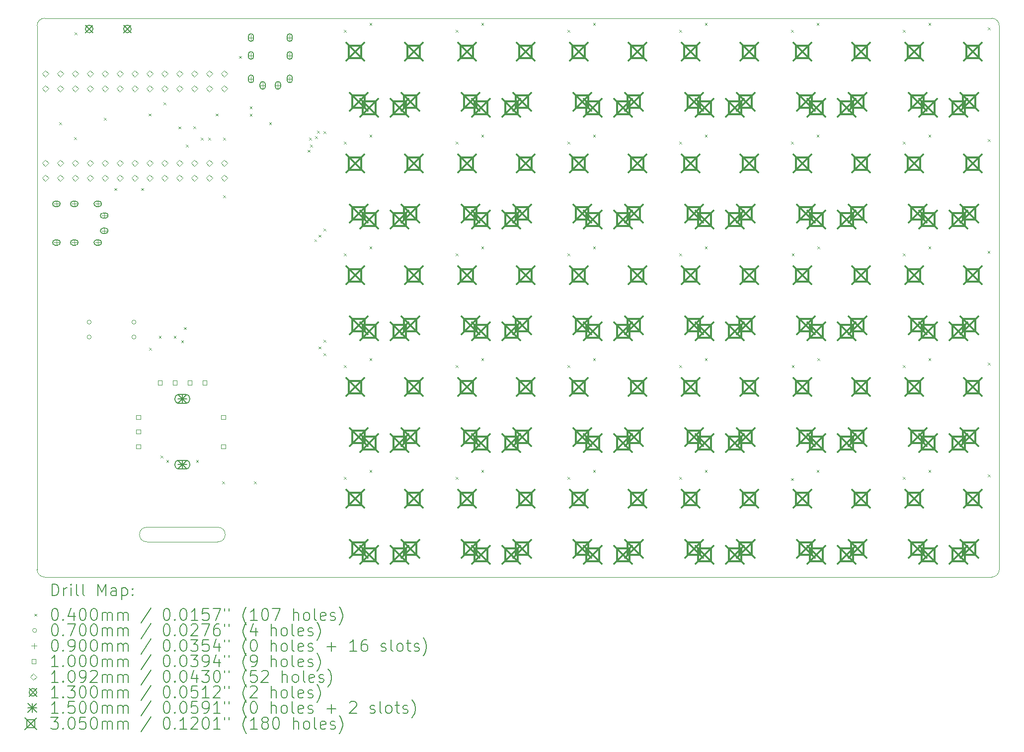
<source format=gbr>
%TF.GenerationSoftware,KiCad,Pcbnew,7.0.5*%
%TF.CreationDate,2024-09-25T00:11:59+08:00*%
%TF.ProjectId,TPS,5450532e-6b69-4636-9164-5f7063625858,rev?*%
%TF.SameCoordinates,Original*%
%TF.FileFunction,Drillmap*%
%TF.FilePolarity,Positive*%
%FSLAX45Y45*%
G04 Gerber Fmt 4.5, Leading zero omitted, Abs format (unit mm)*
G04 Created by KiCad (PCBNEW 7.0.5) date 2024-09-25 00:11:59*
%MOMM*%
%LPD*%
G01*
G04 APERTURE LIST*
%ADD10C,0.100000*%
%ADD11C,0.120000*%
%ADD12C,0.200000*%
%ADD13C,0.040000*%
%ADD14C,0.070000*%
%ADD15C,0.090000*%
%ADD16C,0.109220*%
%ADD17C,0.130000*%
%ADD18C,0.150000*%
%ADD19C,0.305000*%
G04 APERTURE END LIST*
D10*
X6927100Y-11826300D02*
X5716800Y-11826300D01*
D11*
X20115500Y-2900000D02*
X3973100Y-2900000D01*
X3846100Y-12298000D02*
G75*
G03*
X3973100Y-12425000I127000J0D01*
G01*
X3973100Y-2900000D02*
G75*
G03*
X3846100Y-3027000I0J-127000D01*
G01*
X20242500Y-12298000D02*
X20242500Y-3027000D01*
D10*
X6927100Y-11826300D02*
G75*
G03*
X6927100Y-11576300I0J125000D01*
G01*
D11*
X20115500Y-12425000D02*
X3973100Y-12425000D01*
X3846100Y-3027000D02*
X3846100Y-12298000D01*
X20115500Y-12425000D02*
G75*
G03*
X20242500Y-12298000I0J127000D01*
G01*
D10*
X5716800Y-11576300D02*
G75*
G03*
X5716800Y-11826300I0J-125000D01*
G01*
D11*
X20242500Y-3027000D02*
G75*
G03*
X20115500Y-2900000I-127000J0D01*
G01*
D10*
X6927100Y-11576300D02*
X5716800Y-11576300D01*
D12*
D13*
X4222100Y-4671000D02*
X4262100Y-4711000D01*
X4262100Y-4671000D02*
X4222100Y-4711000D01*
X4476100Y-4927000D02*
X4516100Y-4967000D01*
X4516100Y-4927000D02*
X4476100Y-4967000D01*
X4483000Y-3141000D02*
X4523000Y-3181000D01*
X4523000Y-3141000D02*
X4483000Y-3181000D01*
X4984100Y-4598550D02*
X5024100Y-4638550D01*
X5024100Y-4598550D02*
X4984100Y-4638550D01*
X5165650Y-5796000D02*
X5205650Y-5836000D01*
X5205650Y-5796000D02*
X5165650Y-5836000D01*
X5618000Y-5796000D02*
X5658000Y-5836000D01*
X5658000Y-5796000D02*
X5618000Y-5836000D01*
X5746100Y-4526000D02*
X5786100Y-4566000D01*
X5786100Y-4526000D02*
X5746100Y-4566000D01*
X5754000Y-8519000D02*
X5794000Y-8559000D01*
X5794000Y-8519000D02*
X5754000Y-8559000D01*
X5920750Y-8314300D02*
X5960750Y-8354300D01*
X5960750Y-8314300D02*
X5920750Y-8354300D01*
X5952000Y-10357000D02*
X5992000Y-10397000D01*
X5992000Y-10357000D02*
X5952000Y-10397000D01*
X6000100Y-4334000D02*
X6040100Y-4374000D01*
X6040100Y-4334000D02*
X6000100Y-4374000D01*
X6047000Y-10430000D02*
X6087000Y-10470000D01*
X6087000Y-10430000D02*
X6047000Y-10470000D01*
X6174750Y-8314300D02*
X6214750Y-8354300D01*
X6214750Y-8314300D02*
X6174750Y-8354300D01*
X6254100Y-4746000D02*
X6294100Y-4786000D01*
X6294100Y-4746000D02*
X6254100Y-4786000D01*
X6302000Y-8391000D02*
X6342000Y-8431000D01*
X6342000Y-8391000D02*
X6302000Y-8431000D01*
X6348000Y-8167000D02*
X6388000Y-8207000D01*
X6388000Y-8167000D02*
X6348000Y-8207000D01*
X6381000Y-5053000D02*
X6421000Y-5093000D01*
X6421000Y-5053000D02*
X6381000Y-5093000D01*
X6508100Y-4744000D02*
X6548100Y-4784000D01*
X6548100Y-4744000D02*
X6508100Y-4784000D01*
X6556000Y-10431000D02*
X6596000Y-10471000D01*
X6596000Y-10431000D02*
X6556000Y-10471000D01*
X6634000Y-4934000D02*
X6674000Y-4974000D01*
X6674000Y-4934000D02*
X6634000Y-4974000D01*
X6762100Y-4934000D02*
X6802100Y-4974000D01*
X6802100Y-4934000D02*
X6762100Y-4974000D01*
X6889000Y-4525000D02*
X6929000Y-4565000D01*
X6929000Y-4525000D02*
X6889000Y-4565000D01*
X7001800Y-10792500D02*
X7041800Y-10832500D01*
X7041800Y-10792500D02*
X7001800Y-10832500D01*
X7015000Y-5921000D02*
X7055000Y-5961000D01*
X7055000Y-5921000D02*
X7015000Y-5961000D01*
X7016100Y-4934000D02*
X7056100Y-4974000D01*
X7056100Y-4934000D02*
X7016100Y-4974000D01*
X7289000Y-3542000D02*
X7329000Y-3582000D01*
X7329000Y-3542000D02*
X7289000Y-3582000D01*
X7471000Y-4400000D02*
X7511000Y-4440000D01*
X7511000Y-4400000D02*
X7471000Y-4440000D01*
X7471000Y-4530000D02*
X7511000Y-4570000D01*
X7511000Y-4530000D02*
X7471000Y-4570000D01*
X7542100Y-10792500D02*
X7582100Y-10832500D01*
X7582100Y-10792500D02*
X7542100Y-10832500D01*
X7801400Y-4671000D02*
X7841400Y-4711000D01*
X7841400Y-4671000D02*
X7801400Y-4711000D01*
X8456543Y-5144324D02*
X8496543Y-5184324D01*
X8496543Y-5144324D02*
X8456543Y-5184324D01*
X8483000Y-4933950D02*
X8523000Y-4973950D01*
X8523000Y-4933950D02*
X8483000Y-4973950D01*
X8501795Y-5055205D02*
X8541795Y-5095205D01*
X8541795Y-5055205D02*
X8501795Y-5095205D01*
X8571500Y-6668000D02*
X8611500Y-6708000D01*
X8611500Y-6668000D02*
X8571500Y-6708000D01*
X8582000Y-4913000D02*
X8622000Y-4953000D01*
X8622000Y-4913000D02*
X8582000Y-4953000D01*
X8615810Y-4816450D02*
X8655810Y-4856450D01*
X8655810Y-4816450D02*
X8615810Y-4856450D01*
X8644000Y-6592000D02*
X8684000Y-6632000D01*
X8684000Y-6592000D02*
X8644000Y-6632000D01*
X8644000Y-8497000D02*
X8684000Y-8537000D01*
X8684000Y-8497000D02*
X8644000Y-8537000D01*
X8725500Y-8379500D02*
X8765500Y-8419500D01*
X8765500Y-8379500D02*
X8725500Y-8419500D01*
X8727000Y-8613000D02*
X8767000Y-8653000D01*
X8767000Y-8613000D02*
X8727000Y-8653000D01*
X8728000Y-4825920D02*
X8768000Y-4865920D01*
X8768000Y-4825920D02*
X8728000Y-4865920D01*
X8728000Y-6488000D02*
X8768000Y-6528000D01*
X8768000Y-6488000D02*
X8728000Y-6528000D01*
X9075000Y-3100000D02*
X9115000Y-3140000D01*
X9115000Y-3100000D02*
X9075000Y-3140000D01*
X9075000Y-5005000D02*
X9115000Y-5045000D01*
X9115000Y-5005000D02*
X9075000Y-5045000D01*
X9075000Y-6910000D02*
X9115000Y-6950000D01*
X9115000Y-6910000D02*
X9075000Y-6950000D01*
X9075000Y-8815000D02*
X9115000Y-8855000D01*
X9115000Y-8815000D02*
X9075000Y-8855000D01*
X9075000Y-10720000D02*
X9115000Y-10760000D01*
X9115000Y-10720000D02*
X9075000Y-10760000D01*
X9510000Y-2980000D02*
X9550000Y-3020000D01*
X9550000Y-2980000D02*
X9510000Y-3020000D01*
X9510000Y-4885000D02*
X9550000Y-4925000D01*
X9550000Y-4885000D02*
X9510000Y-4925000D01*
X9510000Y-6790000D02*
X9550000Y-6830000D01*
X9550000Y-6790000D02*
X9510000Y-6830000D01*
X9510000Y-8695000D02*
X9550000Y-8735000D01*
X9550000Y-8695000D02*
X9510000Y-8735000D01*
X9510000Y-10600000D02*
X9550000Y-10640000D01*
X9550000Y-10600000D02*
X9510000Y-10640000D01*
X10980000Y-3100000D02*
X11020000Y-3140000D01*
X11020000Y-3100000D02*
X10980000Y-3140000D01*
X10980000Y-5005000D02*
X11020000Y-5045000D01*
X11020000Y-5005000D02*
X10980000Y-5045000D01*
X10980000Y-6910000D02*
X11020000Y-6950000D01*
X11020000Y-6910000D02*
X10980000Y-6950000D01*
X10980000Y-8815000D02*
X11020000Y-8855000D01*
X11020000Y-8815000D02*
X10980000Y-8855000D01*
X10980000Y-10720000D02*
X11020000Y-10760000D01*
X11020000Y-10720000D02*
X10980000Y-10760000D01*
X11415000Y-2980000D02*
X11455000Y-3020000D01*
X11455000Y-2980000D02*
X11415000Y-3020000D01*
X11415000Y-4885000D02*
X11455000Y-4925000D01*
X11455000Y-4885000D02*
X11415000Y-4925000D01*
X11415000Y-6790000D02*
X11455000Y-6830000D01*
X11455000Y-6790000D02*
X11415000Y-6830000D01*
X11415000Y-8695000D02*
X11455000Y-8735000D01*
X11455000Y-8695000D02*
X11415000Y-8735000D01*
X11415000Y-10600000D02*
X11455000Y-10640000D01*
X11455000Y-10600000D02*
X11415000Y-10640000D01*
X12885000Y-3101000D02*
X12925000Y-3141000D01*
X12925000Y-3101000D02*
X12885000Y-3141000D01*
X12885000Y-5005000D02*
X12925000Y-5045000D01*
X12925000Y-5005000D02*
X12885000Y-5045000D01*
X12885000Y-6910000D02*
X12925000Y-6950000D01*
X12925000Y-6910000D02*
X12885000Y-6950000D01*
X12885000Y-8815000D02*
X12925000Y-8855000D01*
X12925000Y-8815000D02*
X12885000Y-8855000D01*
X12885000Y-10720000D02*
X12925000Y-10760000D01*
X12925000Y-10720000D02*
X12885000Y-10760000D01*
X13320000Y-2980000D02*
X13360000Y-3020000D01*
X13360000Y-2980000D02*
X13320000Y-3020000D01*
X13320000Y-4885000D02*
X13360000Y-4925000D01*
X13360000Y-4885000D02*
X13320000Y-4925000D01*
X13320000Y-6790000D02*
X13360000Y-6830000D01*
X13360000Y-6790000D02*
X13320000Y-6830000D01*
X13320000Y-8695000D02*
X13360000Y-8735000D01*
X13360000Y-8695000D02*
X13320000Y-8735000D01*
X13320000Y-10600000D02*
X13360000Y-10640000D01*
X13360000Y-10600000D02*
X13320000Y-10640000D01*
X14789000Y-5005000D02*
X14829000Y-5045000D01*
X14829000Y-5005000D02*
X14789000Y-5045000D01*
X14790000Y-3100000D02*
X14830000Y-3140000D01*
X14830000Y-3100000D02*
X14790000Y-3140000D01*
X14790000Y-6910000D02*
X14830000Y-6950000D01*
X14830000Y-6910000D02*
X14790000Y-6950000D01*
X14790000Y-8815000D02*
X14830000Y-8855000D01*
X14830000Y-8815000D02*
X14790000Y-8855000D01*
X14790000Y-10720000D02*
X14830000Y-10760000D01*
X14830000Y-10720000D02*
X14790000Y-10760000D01*
X15225000Y-2980000D02*
X15265000Y-3020000D01*
X15265000Y-2980000D02*
X15225000Y-3020000D01*
X15225000Y-4885000D02*
X15265000Y-4925000D01*
X15265000Y-4885000D02*
X15225000Y-4925000D01*
X15225000Y-6790000D02*
X15265000Y-6830000D01*
X15265000Y-6790000D02*
X15225000Y-6830000D01*
X15225000Y-8695000D02*
X15265000Y-8735000D01*
X15265000Y-8695000D02*
X15225000Y-8735000D01*
X15225000Y-10600000D02*
X15265000Y-10640000D01*
X15265000Y-10600000D02*
X15225000Y-10640000D01*
X16695000Y-3100000D02*
X16735000Y-3140000D01*
X16735000Y-3100000D02*
X16695000Y-3140000D01*
X16695000Y-5005000D02*
X16735000Y-5045000D01*
X16735000Y-5005000D02*
X16695000Y-5045000D01*
X16695000Y-10740000D02*
X16735000Y-10780000D01*
X16735000Y-10740000D02*
X16695000Y-10780000D01*
X16708000Y-6910000D02*
X16748000Y-6950000D01*
X16748000Y-6910000D02*
X16708000Y-6950000D01*
X16708000Y-8815000D02*
X16748000Y-8855000D01*
X16748000Y-8815000D02*
X16708000Y-8855000D01*
X17130000Y-2980000D02*
X17170000Y-3020000D01*
X17170000Y-2980000D02*
X17130000Y-3020000D01*
X17130000Y-4885000D02*
X17170000Y-4925000D01*
X17170000Y-4885000D02*
X17130000Y-4925000D01*
X17130000Y-10600000D02*
X17170000Y-10640000D01*
X17170000Y-10600000D02*
X17130000Y-10640000D01*
X17143000Y-6790000D02*
X17183000Y-6830000D01*
X17183000Y-6790000D02*
X17143000Y-6830000D01*
X17143000Y-8695000D02*
X17183000Y-8735000D01*
X17183000Y-8695000D02*
X17143000Y-8735000D01*
X18600000Y-3100000D02*
X18640000Y-3140000D01*
X18640000Y-3100000D02*
X18600000Y-3140000D01*
X18600000Y-5005000D02*
X18640000Y-5045000D01*
X18640000Y-5005000D02*
X18600000Y-5045000D01*
X18600000Y-6910000D02*
X18640000Y-6950000D01*
X18640000Y-6910000D02*
X18600000Y-6950000D01*
X18600000Y-8815000D02*
X18640000Y-8855000D01*
X18640000Y-8815000D02*
X18600000Y-8855000D01*
X18600000Y-10720000D02*
X18640000Y-10760000D01*
X18640000Y-10720000D02*
X18600000Y-10760000D01*
X19035000Y-2980000D02*
X19075000Y-3020000D01*
X19075000Y-2980000D02*
X19035000Y-3020000D01*
X19035000Y-4885000D02*
X19075000Y-4925000D01*
X19075000Y-4885000D02*
X19035000Y-4925000D01*
X19035000Y-6790000D02*
X19075000Y-6830000D01*
X19075000Y-6790000D02*
X19035000Y-6830000D01*
X19035000Y-8695000D02*
X19075000Y-8735000D01*
X19075000Y-8695000D02*
X19035000Y-8735000D01*
X19035000Y-10600000D02*
X19075000Y-10640000D01*
X19075000Y-10600000D02*
X19035000Y-10640000D01*
X20044000Y-6868000D02*
X20084000Y-6908000D01*
X20084000Y-6868000D02*
X20044000Y-6908000D01*
X20045000Y-3058000D02*
X20085000Y-3098000D01*
X20085000Y-3058000D02*
X20045000Y-3098000D01*
X20045000Y-4963000D02*
X20085000Y-5003000D01*
X20085000Y-4963000D02*
X20045000Y-5003000D01*
X20045000Y-10678000D02*
X20085000Y-10718000D01*
X20085000Y-10678000D02*
X20045000Y-10718000D01*
X20046000Y-8772000D02*
X20086000Y-8812000D01*
X20086000Y-8772000D02*
X20046000Y-8812000D01*
D14*
X4770100Y-8080300D02*
G75*
G03*
X4770100Y-8080300I-35000J0D01*
G01*
X4770100Y-8334300D02*
G75*
G03*
X4770100Y-8334300I-35000J0D01*
G01*
X5532100Y-8080300D02*
G75*
G03*
X5532100Y-8080300I-35000J0D01*
G01*
X5532100Y-8334300D02*
G75*
G03*
X5532100Y-8334300I-35000J0D01*
G01*
D15*
X4176300Y-6018750D02*
X4176300Y-6108750D01*
X4131300Y-6063750D02*
X4221300Y-6063750D01*
D12*
X4156300Y-6108750D02*
X4196300Y-6108750D01*
X4196300Y-6108750D02*
G75*
G03*
X4196300Y-6018750I0J45000D01*
G01*
X4196300Y-6018750D02*
X4156300Y-6018750D01*
X4156300Y-6018750D02*
G75*
G03*
X4156300Y-6108750I0J-45000D01*
G01*
D15*
X4176300Y-6678750D02*
X4176300Y-6768750D01*
X4131300Y-6723750D02*
X4221300Y-6723750D01*
D12*
X4156300Y-6768750D02*
X4196300Y-6768750D01*
X4196300Y-6768750D02*
G75*
G03*
X4196300Y-6678750I0J45000D01*
G01*
X4196300Y-6678750D02*
X4156300Y-6678750D01*
X4156300Y-6678750D02*
G75*
G03*
X4156300Y-6768750I0J-45000D01*
G01*
D15*
X4481100Y-6018750D02*
X4481100Y-6108750D01*
X4436100Y-6063750D02*
X4526100Y-6063750D01*
D12*
X4461100Y-6108750D02*
X4501100Y-6108750D01*
X4501100Y-6108750D02*
G75*
G03*
X4501100Y-6018750I0J45000D01*
G01*
X4501100Y-6018750D02*
X4461100Y-6018750D01*
X4461100Y-6018750D02*
G75*
G03*
X4461100Y-6108750I0J-45000D01*
G01*
D15*
X4481100Y-6678750D02*
X4481100Y-6768750D01*
X4436100Y-6723750D02*
X4526100Y-6723750D01*
D12*
X4461100Y-6768750D02*
X4501100Y-6768750D01*
X4501100Y-6768750D02*
G75*
G03*
X4501100Y-6678750I0J45000D01*
G01*
X4501100Y-6678750D02*
X4461100Y-6678750D01*
X4461100Y-6678750D02*
G75*
G03*
X4461100Y-6768750I0J-45000D01*
G01*
D15*
X4881100Y-6018750D02*
X4881100Y-6108750D01*
X4836100Y-6063750D02*
X4926100Y-6063750D01*
D12*
X4861100Y-6108750D02*
X4901100Y-6108750D01*
X4901100Y-6108750D02*
G75*
G03*
X4901100Y-6018750I0J45000D01*
G01*
X4901100Y-6018750D02*
X4861100Y-6018750D01*
X4861100Y-6018750D02*
G75*
G03*
X4861100Y-6108750I0J-45000D01*
G01*
D15*
X4881100Y-6678750D02*
X4881100Y-6768750D01*
X4836100Y-6723750D02*
X4926100Y-6723750D01*
D12*
X4861100Y-6768750D02*
X4901100Y-6768750D01*
X4901100Y-6768750D02*
G75*
G03*
X4901100Y-6678750I0J45000D01*
G01*
X4901100Y-6678750D02*
X4861100Y-6678750D01*
X4861100Y-6678750D02*
G75*
G03*
X4861100Y-6768750I0J-45000D01*
G01*
D15*
X4991100Y-6218750D02*
X4991100Y-6308750D01*
X4946100Y-6263750D02*
X5036100Y-6263750D01*
D12*
X4971100Y-6308750D02*
X5011100Y-6308750D01*
X5011100Y-6308750D02*
G75*
G03*
X5011100Y-6218750I0J45000D01*
G01*
X5011100Y-6218750D02*
X4971100Y-6218750D01*
X4971100Y-6218750D02*
G75*
G03*
X4971100Y-6308750I0J-45000D01*
G01*
D15*
X4991100Y-6478750D02*
X4991100Y-6568750D01*
X4946100Y-6523750D02*
X5036100Y-6523750D01*
D12*
X4971100Y-6568750D02*
X5011100Y-6568750D01*
X5011100Y-6568750D02*
G75*
G03*
X5011100Y-6478750I0J45000D01*
G01*
X5011100Y-6478750D02*
X4971100Y-6478750D01*
X4971100Y-6478750D02*
G75*
G03*
X4971100Y-6568750I0J-45000D01*
G01*
D15*
X7491400Y-3185200D02*
X7491400Y-3275200D01*
X7446400Y-3230200D02*
X7536400Y-3230200D01*
D12*
X7446400Y-3210200D02*
X7446400Y-3250200D01*
X7446400Y-3250200D02*
G75*
G03*
X7536400Y-3250200I45000J0D01*
G01*
X7536400Y-3250200D02*
X7536400Y-3210200D01*
X7536400Y-3210200D02*
G75*
G03*
X7446400Y-3210200I-45000J0D01*
G01*
D15*
X7491400Y-3490000D02*
X7491400Y-3580000D01*
X7446400Y-3535000D02*
X7536400Y-3535000D01*
D12*
X7446400Y-3515000D02*
X7446400Y-3555000D01*
X7446400Y-3555000D02*
G75*
G03*
X7536400Y-3555000I45000J0D01*
G01*
X7536400Y-3555000D02*
X7536400Y-3515000D01*
X7536400Y-3515000D02*
G75*
G03*
X7446400Y-3515000I-45000J0D01*
G01*
D15*
X7491400Y-3890000D02*
X7491400Y-3980000D01*
X7446400Y-3935000D02*
X7536400Y-3935000D01*
D12*
X7446400Y-3915000D02*
X7446400Y-3955000D01*
X7446400Y-3955000D02*
G75*
G03*
X7536400Y-3955000I45000J0D01*
G01*
X7536400Y-3955000D02*
X7536400Y-3915000D01*
X7536400Y-3915000D02*
G75*
G03*
X7446400Y-3915000I-45000J0D01*
G01*
D15*
X7691400Y-4000000D02*
X7691400Y-4090000D01*
X7646400Y-4045000D02*
X7736400Y-4045000D01*
D12*
X7646400Y-4025000D02*
X7646400Y-4065000D01*
X7646400Y-4065000D02*
G75*
G03*
X7736400Y-4065000I45000J0D01*
G01*
X7736400Y-4065000D02*
X7736400Y-4025000D01*
X7736400Y-4025000D02*
G75*
G03*
X7646400Y-4025000I-45000J0D01*
G01*
D15*
X7951400Y-4000000D02*
X7951400Y-4090000D01*
X7906400Y-4045000D02*
X7996400Y-4045000D01*
D12*
X7906400Y-4025000D02*
X7906400Y-4065000D01*
X7906400Y-4065000D02*
G75*
G03*
X7996400Y-4065000I45000J0D01*
G01*
X7996400Y-4065000D02*
X7996400Y-4025000D01*
X7996400Y-4025000D02*
G75*
G03*
X7906400Y-4025000I-45000J0D01*
G01*
D15*
X8151400Y-3185200D02*
X8151400Y-3275200D01*
X8106400Y-3230200D02*
X8196400Y-3230200D01*
D12*
X8106400Y-3210200D02*
X8106400Y-3250200D01*
X8106400Y-3250200D02*
G75*
G03*
X8196400Y-3250200I45000J0D01*
G01*
X8196400Y-3250200D02*
X8196400Y-3210200D01*
X8196400Y-3210200D02*
G75*
G03*
X8106400Y-3210200I-45000J0D01*
G01*
D15*
X8151400Y-3490000D02*
X8151400Y-3580000D01*
X8106400Y-3535000D02*
X8196400Y-3535000D01*
D12*
X8106400Y-3515000D02*
X8106400Y-3555000D01*
X8106400Y-3555000D02*
G75*
G03*
X8196400Y-3555000I45000J0D01*
G01*
X8196400Y-3555000D02*
X8196400Y-3515000D01*
X8196400Y-3515000D02*
G75*
G03*
X8106400Y-3515000I-45000J0D01*
G01*
D15*
X8151400Y-3890000D02*
X8151400Y-3980000D01*
X8106400Y-3935000D02*
X8196400Y-3935000D01*
D12*
X8106400Y-3915000D02*
X8106400Y-3955000D01*
X8106400Y-3955000D02*
G75*
G03*
X8196400Y-3955000I45000J0D01*
G01*
X8196400Y-3955000D02*
X8196400Y-3915000D01*
X8196400Y-3915000D02*
G75*
G03*
X8106400Y-3915000I-45000J0D01*
G01*
D10*
X5607156Y-9734656D02*
X5607156Y-9663944D01*
X5536444Y-9663944D01*
X5536444Y-9734656D01*
X5607156Y-9734656D01*
X5607156Y-9984656D02*
X5607156Y-9913944D01*
X5536444Y-9913944D01*
X5536444Y-9984656D01*
X5607156Y-9984656D01*
X5607156Y-10234656D02*
X5607156Y-10163944D01*
X5536444Y-10163944D01*
X5536444Y-10234656D01*
X5607156Y-10234656D01*
X5976106Y-9147656D02*
X5976106Y-9076944D01*
X5905394Y-9076944D01*
X5905394Y-9147656D01*
X5976106Y-9147656D01*
X6230106Y-9147656D02*
X6230106Y-9076944D01*
X6159394Y-9076944D01*
X6159394Y-9147656D01*
X6230106Y-9147656D01*
X6484106Y-9147656D02*
X6484106Y-9076944D01*
X6413394Y-9076944D01*
X6413394Y-9147656D01*
X6484106Y-9147656D01*
X6738106Y-9147656D02*
X6738106Y-9076944D01*
X6667394Y-9076944D01*
X6667394Y-9147656D01*
X6738106Y-9147656D01*
X7057156Y-9734656D02*
X7057156Y-9663944D01*
X6986444Y-9663944D01*
X6986444Y-9734656D01*
X7057156Y-9734656D01*
X7057156Y-10234656D02*
X7057156Y-10163944D01*
X6986444Y-10163944D01*
X6986444Y-10234656D01*
X7057156Y-10234656D01*
D16*
X3988100Y-3899560D02*
X4042710Y-3844950D01*
X3988100Y-3790340D01*
X3933490Y-3844950D01*
X3988100Y-3899560D01*
X3988100Y-4153560D02*
X4042710Y-4098950D01*
X3988100Y-4044340D01*
X3933490Y-4098950D01*
X3988100Y-4153560D01*
X3988100Y-5423560D02*
X4042710Y-5368950D01*
X3988100Y-5314340D01*
X3933490Y-5368950D01*
X3988100Y-5423560D01*
X3988100Y-5677560D02*
X4042710Y-5622950D01*
X3988100Y-5568340D01*
X3933490Y-5622950D01*
X3988100Y-5677560D01*
X4242100Y-3899560D02*
X4296710Y-3844950D01*
X4242100Y-3790340D01*
X4187490Y-3844950D01*
X4242100Y-3899560D01*
X4242100Y-4153560D02*
X4296710Y-4098950D01*
X4242100Y-4044340D01*
X4187490Y-4098950D01*
X4242100Y-4153560D01*
X4242100Y-5423560D02*
X4296710Y-5368950D01*
X4242100Y-5314340D01*
X4187490Y-5368950D01*
X4242100Y-5423560D01*
X4242100Y-5677560D02*
X4296710Y-5622950D01*
X4242100Y-5568340D01*
X4187490Y-5622950D01*
X4242100Y-5677560D01*
X4496100Y-3899560D02*
X4550710Y-3844950D01*
X4496100Y-3790340D01*
X4441490Y-3844950D01*
X4496100Y-3899560D01*
X4496100Y-4153560D02*
X4550710Y-4098950D01*
X4496100Y-4044340D01*
X4441490Y-4098950D01*
X4496100Y-4153560D01*
X4496100Y-5423560D02*
X4550710Y-5368950D01*
X4496100Y-5314340D01*
X4441490Y-5368950D01*
X4496100Y-5423560D01*
X4496100Y-5677560D02*
X4550710Y-5622950D01*
X4496100Y-5568340D01*
X4441490Y-5622950D01*
X4496100Y-5677560D01*
X4750100Y-3899560D02*
X4804710Y-3844950D01*
X4750100Y-3790340D01*
X4695490Y-3844950D01*
X4750100Y-3899560D01*
X4750100Y-4153560D02*
X4804710Y-4098950D01*
X4750100Y-4044340D01*
X4695490Y-4098950D01*
X4750100Y-4153560D01*
X4750100Y-5423560D02*
X4804710Y-5368950D01*
X4750100Y-5314340D01*
X4695490Y-5368950D01*
X4750100Y-5423560D01*
X4750100Y-5677560D02*
X4804710Y-5622950D01*
X4750100Y-5568340D01*
X4695490Y-5622950D01*
X4750100Y-5677560D01*
X5004100Y-3899560D02*
X5058710Y-3844950D01*
X5004100Y-3790340D01*
X4949490Y-3844950D01*
X5004100Y-3899560D01*
X5004100Y-4153560D02*
X5058710Y-4098950D01*
X5004100Y-4044340D01*
X4949490Y-4098950D01*
X5004100Y-4153560D01*
X5004100Y-5423560D02*
X5058710Y-5368950D01*
X5004100Y-5314340D01*
X4949490Y-5368950D01*
X5004100Y-5423560D01*
X5004100Y-5677560D02*
X5058710Y-5622950D01*
X5004100Y-5568340D01*
X4949490Y-5622950D01*
X5004100Y-5677560D01*
X5258100Y-3899560D02*
X5312710Y-3844950D01*
X5258100Y-3790340D01*
X5203490Y-3844950D01*
X5258100Y-3899560D01*
X5258100Y-4153560D02*
X5312710Y-4098950D01*
X5258100Y-4044340D01*
X5203490Y-4098950D01*
X5258100Y-4153560D01*
X5258100Y-5423560D02*
X5312710Y-5368950D01*
X5258100Y-5314340D01*
X5203490Y-5368950D01*
X5258100Y-5423560D01*
X5258100Y-5677560D02*
X5312710Y-5622950D01*
X5258100Y-5568340D01*
X5203490Y-5622950D01*
X5258100Y-5677560D01*
X5512100Y-3899560D02*
X5566710Y-3844950D01*
X5512100Y-3790340D01*
X5457490Y-3844950D01*
X5512100Y-3899560D01*
X5512100Y-4153560D02*
X5566710Y-4098950D01*
X5512100Y-4044340D01*
X5457490Y-4098950D01*
X5512100Y-4153560D01*
X5512100Y-5423560D02*
X5566710Y-5368950D01*
X5512100Y-5314340D01*
X5457490Y-5368950D01*
X5512100Y-5423560D01*
X5512100Y-5677560D02*
X5566710Y-5622950D01*
X5512100Y-5568340D01*
X5457490Y-5622950D01*
X5512100Y-5677560D01*
X5766100Y-3899560D02*
X5820710Y-3844950D01*
X5766100Y-3790340D01*
X5711490Y-3844950D01*
X5766100Y-3899560D01*
X5766100Y-4153560D02*
X5820710Y-4098950D01*
X5766100Y-4044340D01*
X5711490Y-4098950D01*
X5766100Y-4153560D01*
X5766100Y-5423560D02*
X5820710Y-5368950D01*
X5766100Y-5314340D01*
X5711490Y-5368950D01*
X5766100Y-5423560D01*
X5766100Y-5677560D02*
X5820710Y-5622950D01*
X5766100Y-5568340D01*
X5711490Y-5622950D01*
X5766100Y-5677560D01*
X6020100Y-3899560D02*
X6074710Y-3844950D01*
X6020100Y-3790340D01*
X5965490Y-3844950D01*
X6020100Y-3899560D01*
X6020100Y-4153560D02*
X6074710Y-4098950D01*
X6020100Y-4044340D01*
X5965490Y-4098950D01*
X6020100Y-4153560D01*
X6020100Y-5423560D02*
X6074710Y-5368950D01*
X6020100Y-5314340D01*
X5965490Y-5368950D01*
X6020100Y-5423560D01*
X6020100Y-5677560D02*
X6074710Y-5622950D01*
X6020100Y-5568340D01*
X5965490Y-5622950D01*
X6020100Y-5677560D01*
X6274100Y-3899560D02*
X6328710Y-3844950D01*
X6274100Y-3790340D01*
X6219490Y-3844950D01*
X6274100Y-3899560D01*
X6274100Y-4153560D02*
X6328710Y-4098950D01*
X6274100Y-4044340D01*
X6219490Y-4098950D01*
X6274100Y-4153560D01*
X6274100Y-5423560D02*
X6328710Y-5368950D01*
X6274100Y-5314340D01*
X6219490Y-5368950D01*
X6274100Y-5423560D01*
X6274100Y-5677560D02*
X6328710Y-5622950D01*
X6274100Y-5568340D01*
X6219490Y-5622950D01*
X6274100Y-5677560D01*
X6528100Y-3899560D02*
X6582710Y-3844950D01*
X6528100Y-3790340D01*
X6473490Y-3844950D01*
X6528100Y-3899560D01*
X6528100Y-4153560D02*
X6582710Y-4098950D01*
X6528100Y-4044340D01*
X6473490Y-4098950D01*
X6528100Y-4153560D01*
X6528100Y-5423560D02*
X6582710Y-5368950D01*
X6528100Y-5314340D01*
X6473490Y-5368950D01*
X6528100Y-5423560D01*
X6528100Y-5677560D02*
X6582710Y-5622950D01*
X6528100Y-5568340D01*
X6473490Y-5622950D01*
X6528100Y-5677560D01*
X6782100Y-3899560D02*
X6836710Y-3844950D01*
X6782100Y-3790340D01*
X6727490Y-3844950D01*
X6782100Y-3899560D01*
X6782100Y-4153560D02*
X6836710Y-4098950D01*
X6782100Y-4044340D01*
X6727490Y-4098950D01*
X6782100Y-4153560D01*
X6782100Y-5423560D02*
X6836710Y-5368950D01*
X6782100Y-5314340D01*
X6727490Y-5368950D01*
X6782100Y-5423560D01*
X6782100Y-5677560D02*
X6836710Y-5622950D01*
X6782100Y-5568340D01*
X6727490Y-5622950D01*
X6782100Y-5677560D01*
X7036100Y-3899560D02*
X7090710Y-3844950D01*
X7036100Y-3790340D01*
X6981490Y-3844950D01*
X7036100Y-3899560D01*
X7036100Y-4153560D02*
X7090710Y-4098950D01*
X7036100Y-4044340D01*
X6981490Y-4098950D01*
X7036100Y-4153560D01*
X7036100Y-5423560D02*
X7090710Y-5368950D01*
X7036100Y-5314340D01*
X6981490Y-5368950D01*
X7036100Y-5423560D01*
X7036100Y-5677560D02*
X7090710Y-5622950D01*
X7036100Y-5568340D01*
X6981490Y-5622950D01*
X7036100Y-5677560D01*
D17*
X4670100Y-3017300D02*
X4800100Y-3147300D01*
X4800100Y-3017300D02*
X4670100Y-3147300D01*
X4800100Y-3082300D02*
G75*
G03*
X4800100Y-3082300I-65000J0D01*
G01*
X5320100Y-3017300D02*
X5450100Y-3147300D01*
X5450100Y-3017300D02*
X5320100Y-3147300D01*
X5450100Y-3082300D02*
G75*
G03*
X5450100Y-3082300I-65000J0D01*
G01*
D18*
X6246800Y-9314300D02*
X6396800Y-9464300D01*
X6396800Y-9314300D02*
X6246800Y-9464300D01*
X6321800Y-9314300D02*
X6321800Y-9464300D01*
X6246800Y-9389300D02*
X6396800Y-9389300D01*
D12*
X6266800Y-9464300D02*
X6376800Y-9464300D01*
X6376800Y-9464300D02*
G75*
G03*
X6376800Y-9314300I0J75000D01*
G01*
X6376800Y-9314300D02*
X6266800Y-9314300D01*
X6266800Y-9314300D02*
G75*
G03*
X6266800Y-9464300I0J-75000D01*
G01*
D18*
X6246800Y-10434300D02*
X6396800Y-10584300D01*
X6396800Y-10434300D02*
X6246800Y-10584300D01*
X6321800Y-10434300D02*
X6321800Y-10584300D01*
X6246800Y-10509300D02*
X6396800Y-10509300D01*
D12*
X6266800Y-10584300D02*
X6376800Y-10584300D01*
X6376800Y-10584300D02*
G75*
G03*
X6376800Y-10434300I0J75000D01*
G01*
X6376800Y-10434300D02*
X6266800Y-10434300D01*
X6266800Y-10434300D02*
G75*
G03*
X6266800Y-10584300I0J-75000D01*
G01*
D19*
X9112500Y-3320000D02*
X9417500Y-3625000D01*
X9417500Y-3320000D02*
X9112500Y-3625000D01*
X9372835Y-3580335D02*
X9372835Y-3364665D01*
X9157165Y-3364665D01*
X9157165Y-3580335D01*
X9372835Y-3580335D01*
X9112500Y-5225000D02*
X9417500Y-5530000D01*
X9417500Y-5225000D02*
X9112500Y-5530000D01*
X9372835Y-5485335D02*
X9372835Y-5269665D01*
X9157165Y-5269665D01*
X9157165Y-5485335D01*
X9372835Y-5485335D01*
X9112500Y-7130000D02*
X9417500Y-7435000D01*
X9417500Y-7130000D02*
X9112500Y-7435000D01*
X9372835Y-7390335D02*
X9372835Y-7174665D01*
X9157165Y-7174665D01*
X9157165Y-7390335D01*
X9372835Y-7390335D01*
X9112500Y-9035000D02*
X9417500Y-9340000D01*
X9417500Y-9035000D02*
X9112500Y-9340000D01*
X9372835Y-9295335D02*
X9372835Y-9079665D01*
X9157165Y-9079665D01*
X9157165Y-9295335D01*
X9372835Y-9295335D01*
X9112500Y-10940000D02*
X9417500Y-11245000D01*
X9417500Y-10940000D02*
X9112500Y-11245000D01*
X9372835Y-11200335D02*
X9372835Y-10984665D01*
X9157165Y-10984665D01*
X9157165Y-11200335D01*
X9372835Y-11200335D01*
X9172500Y-4170000D02*
X9477500Y-4475000D01*
X9477500Y-4170000D02*
X9172500Y-4475000D01*
X9432835Y-4430335D02*
X9432835Y-4214665D01*
X9217165Y-4214665D01*
X9217165Y-4430335D01*
X9432835Y-4430335D01*
X9172500Y-6075000D02*
X9477500Y-6380000D01*
X9477500Y-6075000D02*
X9172500Y-6380000D01*
X9432835Y-6335335D02*
X9432835Y-6119665D01*
X9217165Y-6119665D01*
X9217165Y-6335335D01*
X9432835Y-6335335D01*
X9172500Y-7980000D02*
X9477500Y-8285000D01*
X9477500Y-7980000D02*
X9172500Y-8285000D01*
X9432835Y-8240335D02*
X9432835Y-8024665D01*
X9217165Y-8024665D01*
X9217165Y-8240335D01*
X9432835Y-8240335D01*
X9172500Y-9885000D02*
X9477500Y-10190000D01*
X9477500Y-9885000D02*
X9172500Y-10190000D01*
X9432835Y-10145335D02*
X9432835Y-9929665D01*
X9217165Y-9929665D01*
X9217165Y-10145335D01*
X9432835Y-10145335D01*
X9172500Y-11790000D02*
X9477500Y-12095000D01*
X9477500Y-11790000D02*
X9172500Y-12095000D01*
X9432835Y-12050335D02*
X9432835Y-11834665D01*
X9217165Y-11834665D01*
X9217165Y-12050335D01*
X9432835Y-12050335D01*
X9352500Y-4275000D02*
X9657500Y-4580000D01*
X9657500Y-4275000D02*
X9352500Y-4580000D01*
X9612835Y-4535335D02*
X9612835Y-4319665D01*
X9397165Y-4319665D01*
X9397165Y-4535335D01*
X9612835Y-4535335D01*
X9352500Y-6180000D02*
X9657500Y-6485000D01*
X9657500Y-6180000D02*
X9352500Y-6485000D01*
X9612835Y-6440335D02*
X9612835Y-6224665D01*
X9397165Y-6224665D01*
X9397165Y-6440335D01*
X9612835Y-6440335D01*
X9352500Y-8085000D02*
X9657500Y-8390000D01*
X9657500Y-8085000D02*
X9352500Y-8390000D01*
X9612835Y-8345335D02*
X9612835Y-8129665D01*
X9397165Y-8129665D01*
X9397165Y-8345335D01*
X9612835Y-8345335D01*
X9352500Y-9990000D02*
X9657500Y-10295000D01*
X9657500Y-9990000D02*
X9352500Y-10295000D01*
X9612835Y-10250335D02*
X9612835Y-10034665D01*
X9397165Y-10034665D01*
X9397165Y-10250335D01*
X9612835Y-10250335D01*
X9352500Y-11895000D02*
X9657500Y-12200000D01*
X9657500Y-11895000D02*
X9352500Y-12200000D01*
X9612835Y-12155335D02*
X9612835Y-11939665D01*
X9397165Y-11939665D01*
X9397165Y-12155335D01*
X9612835Y-12155335D01*
X9872500Y-4275000D02*
X10177500Y-4580000D01*
X10177500Y-4275000D02*
X9872500Y-4580000D01*
X10132835Y-4535335D02*
X10132835Y-4319665D01*
X9917165Y-4319665D01*
X9917165Y-4535335D01*
X10132835Y-4535335D01*
X9872500Y-6180000D02*
X10177500Y-6485000D01*
X10177500Y-6180000D02*
X9872500Y-6485000D01*
X10132835Y-6440335D02*
X10132835Y-6224665D01*
X9917165Y-6224665D01*
X9917165Y-6440335D01*
X10132835Y-6440335D01*
X9872500Y-8085000D02*
X10177500Y-8390000D01*
X10177500Y-8085000D02*
X9872500Y-8390000D01*
X10132835Y-8345335D02*
X10132835Y-8129665D01*
X9917165Y-8129665D01*
X9917165Y-8345335D01*
X10132835Y-8345335D01*
X9872500Y-9990000D02*
X10177500Y-10295000D01*
X10177500Y-9990000D02*
X9872500Y-10295000D01*
X10132835Y-10250335D02*
X10132835Y-10034665D01*
X9917165Y-10034665D01*
X9917165Y-10250335D01*
X10132835Y-10250335D01*
X9872500Y-11895000D02*
X10177500Y-12200000D01*
X10177500Y-11895000D02*
X9872500Y-12200000D01*
X10132835Y-12155335D02*
X10132835Y-11939665D01*
X9917165Y-11939665D01*
X9917165Y-12155335D01*
X10132835Y-12155335D01*
X10052500Y-4170000D02*
X10357500Y-4475000D01*
X10357500Y-4170000D02*
X10052500Y-4475000D01*
X10312835Y-4430335D02*
X10312835Y-4214665D01*
X10097165Y-4214665D01*
X10097165Y-4430335D01*
X10312835Y-4430335D01*
X10052500Y-6075000D02*
X10357500Y-6380000D01*
X10357500Y-6075000D02*
X10052500Y-6380000D01*
X10312835Y-6335335D02*
X10312835Y-6119665D01*
X10097165Y-6119665D01*
X10097165Y-6335335D01*
X10312835Y-6335335D01*
X10052500Y-7980000D02*
X10357500Y-8285000D01*
X10357500Y-7980000D02*
X10052500Y-8285000D01*
X10312835Y-8240335D02*
X10312835Y-8024665D01*
X10097165Y-8024665D01*
X10097165Y-8240335D01*
X10312835Y-8240335D01*
X10052500Y-9885000D02*
X10357500Y-10190000D01*
X10357500Y-9885000D02*
X10052500Y-10190000D01*
X10312835Y-10145335D02*
X10312835Y-9929665D01*
X10097165Y-9929665D01*
X10097165Y-10145335D01*
X10312835Y-10145335D01*
X10052500Y-11790000D02*
X10357500Y-12095000D01*
X10357500Y-11790000D02*
X10052500Y-12095000D01*
X10312835Y-12050335D02*
X10312835Y-11834665D01*
X10097165Y-11834665D01*
X10097165Y-12050335D01*
X10312835Y-12050335D01*
X10112500Y-3320000D02*
X10417500Y-3625000D01*
X10417500Y-3320000D02*
X10112500Y-3625000D01*
X10372835Y-3580335D02*
X10372835Y-3364665D01*
X10157165Y-3364665D01*
X10157165Y-3580335D01*
X10372835Y-3580335D01*
X10112500Y-5225000D02*
X10417500Y-5530000D01*
X10417500Y-5225000D02*
X10112500Y-5530000D01*
X10372835Y-5485335D02*
X10372835Y-5269665D01*
X10157165Y-5269665D01*
X10157165Y-5485335D01*
X10372835Y-5485335D01*
X10112500Y-7130000D02*
X10417500Y-7435000D01*
X10417500Y-7130000D02*
X10112500Y-7435000D01*
X10372835Y-7390335D02*
X10372835Y-7174665D01*
X10157165Y-7174665D01*
X10157165Y-7390335D01*
X10372835Y-7390335D01*
X10112500Y-9035000D02*
X10417500Y-9340000D01*
X10417500Y-9035000D02*
X10112500Y-9340000D01*
X10372835Y-9295335D02*
X10372835Y-9079665D01*
X10157165Y-9079665D01*
X10157165Y-9295335D01*
X10372835Y-9295335D01*
X10112500Y-10940000D02*
X10417500Y-11245000D01*
X10417500Y-10940000D02*
X10112500Y-11245000D01*
X10372835Y-11200335D02*
X10372835Y-10984665D01*
X10157165Y-10984665D01*
X10157165Y-11200335D01*
X10372835Y-11200335D01*
X11017500Y-3320000D02*
X11322500Y-3625000D01*
X11322500Y-3320000D02*
X11017500Y-3625000D01*
X11277835Y-3580335D02*
X11277835Y-3364665D01*
X11062165Y-3364665D01*
X11062165Y-3580335D01*
X11277835Y-3580335D01*
X11017500Y-5225000D02*
X11322500Y-5530000D01*
X11322500Y-5225000D02*
X11017500Y-5530000D01*
X11277835Y-5485335D02*
X11277835Y-5269665D01*
X11062165Y-5269665D01*
X11062165Y-5485335D01*
X11277835Y-5485335D01*
X11017500Y-7130000D02*
X11322500Y-7435000D01*
X11322500Y-7130000D02*
X11017500Y-7435000D01*
X11277835Y-7390335D02*
X11277835Y-7174665D01*
X11062165Y-7174665D01*
X11062165Y-7390335D01*
X11277835Y-7390335D01*
X11017500Y-9035000D02*
X11322500Y-9340000D01*
X11322500Y-9035000D02*
X11017500Y-9340000D01*
X11277835Y-9295335D02*
X11277835Y-9079665D01*
X11062165Y-9079665D01*
X11062165Y-9295335D01*
X11277835Y-9295335D01*
X11017500Y-10940000D02*
X11322500Y-11245000D01*
X11322500Y-10940000D02*
X11017500Y-11245000D01*
X11277835Y-11200335D02*
X11277835Y-10984665D01*
X11062165Y-10984665D01*
X11062165Y-11200335D01*
X11277835Y-11200335D01*
X11077500Y-4170000D02*
X11382500Y-4475000D01*
X11382500Y-4170000D02*
X11077500Y-4475000D01*
X11337835Y-4430335D02*
X11337835Y-4214665D01*
X11122165Y-4214665D01*
X11122165Y-4430335D01*
X11337835Y-4430335D01*
X11077500Y-6075000D02*
X11382500Y-6380000D01*
X11382500Y-6075000D02*
X11077500Y-6380000D01*
X11337835Y-6335335D02*
X11337835Y-6119665D01*
X11122165Y-6119665D01*
X11122165Y-6335335D01*
X11337835Y-6335335D01*
X11077500Y-7980000D02*
X11382500Y-8285000D01*
X11382500Y-7980000D02*
X11077500Y-8285000D01*
X11337835Y-8240335D02*
X11337835Y-8024665D01*
X11122165Y-8024665D01*
X11122165Y-8240335D01*
X11337835Y-8240335D01*
X11077500Y-9885000D02*
X11382500Y-10190000D01*
X11382500Y-9885000D02*
X11077500Y-10190000D01*
X11337835Y-10145335D02*
X11337835Y-9929665D01*
X11122165Y-9929665D01*
X11122165Y-10145335D01*
X11337835Y-10145335D01*
X11077500Y-11790000D02*
X11382500Y-12095000D01*
X11382500Y-11790000D02*
X11077500Y-12095000D01*
X11337835Y-12050335D02*
X11337835Y-11834665D01*
X11122165Y-11834665D01*
X11122165Y-12050335D01*
X11337835Y-12050335D01*
X11257500Y-4275000D02*
X11562500Y-4580000D01*
X11562500Y-4275000D02*
X11257500Y-4580000D01*
X11517835Y-4535335D02*
X11517835Y-4319665D01*
X11302165Y-4319665D01*
X11302165Y-4535335D01*
X11517835Y-4535335D01*
X11257500Y-6180000D02*
X11562500Y-6485000D01*
X11562500Y-6180000D02*
X11257500Y-6485000D01*
X11517835Y-6440335D02*
X11517835Y-6224665D01*
X11302165Y-6224665D01*
X11302165Y-6440335D01*
X11517835Y-6440335D01*
X11257500Y-8085000D02*
X11562500Y-8390000D01*
X11562500Y-8085000D02*
X11257500Y-8390000D01*
X11517835Y-8345335D02*
X11517835Y-8129665D01*
X11302165Y-8129665D01*
X11302165Y-8345335D01*
X11517835Y-8345335D01*
X11257500Y-9990000D02*
X11562500Y-10295000D01*
X11562500Y-9990000D02*
X11257500Y-10295000D01*
X11517835Y-10250335D02*
X11517835Y-10034665D01*
X11302165Y-10034665D01*
X11302165Y-10250335D01*
X11517835Y-10250335D01*
X11257500Y-11895000D02*
X11562500Y-12200000D01*
X11562500Y-11895000D02*
X11257500Y-12200000D01*
X11517835Y-12155335D02*
X11517835Y-11939665D01*
X11302165Y-11939665D01*
X11302165Y-12155335D01*
X11517835Y-12155335D01*
X11777500Y-4275000D02*
X12082500Y-4580000D01*
X12082500Y-4275000D02*
X11777500Y-4580000D01*
X12037835Y-4535335D02*
X12037835Y-4319665D01*
X11822165Y-4319665D01*
X11822165Y-4535335D01*
X12037835Y-4535335D01*
X11777500Y-6180000D02*
X12082500Y-6485000D01*
X12082500Y-6180000D02*
X11777500Y-6485000D01*
X12037835Y-6440335D02*
X12037835Y-6224665D01*
X11822165Y-6224665D01*
X11822165Y-6440335D01*
X12037835Y-6440335D01*
X11777500Y-8085000D02*
X12082500Y-8390000D01*
X12082500Y-8085000D02*
X11777500Y-8390000D01*
X12037835Y-8345335D02*
X12037835Y-8129665D01*
X11822165Y-8129665D01*
X11822165Y-8345335D01*
X12037835Y-8345335D01*
X11777500Y-9990000D02*
X12082500Y-10295000D01*
X12082500Y-9990000D02*
X11777500Y-10295000D01*
X12037835Y-10250335D02*
X12037835Y-10034665D01*
X11822165Y-10034665D01*
X11822165Y-10250335D01*
X12037835Y-10250335D01*
X11777500Y-11895000D02*
X12082500Y-12200000D01*
X12082500Y-11895000D02*
X11777500Y-12200000D01*
X12037835Y-12155335D02*
X12037835Y-11939665D01*
X11822165Y-11939665D01*
X11822165Y-12155335D01*
X12037835Y-12155335D01*
X11957500Y-4170000D02*
X12262500Y-4475000D01*
X12262500Y-4170000D02*
X11957500Y-4475000D01*
X12217835Y-4430335D02*
X12217835Y-4214665D01*
X12002165Y-4214665D01*
X12002165Y-4430335D01*
X12217835Y-4430335D01*
X11957500Y-6075000D02*
X12262500Y-6380000D01*
X12262500Y-6075000D02*
X11957500Y-6380000D01*
X12217835Y-6335335D02*
X12217835Y-6119665D01*
X12002165Y-6119665D01*
X12002165Y-6335335D01*
X12217835Y-6335335D01*
X11957500Y-7980000D02*
X12262500Y-8285000D01*
X12262500Y-7980000D02*
X11957500Y-8285000D01*
X12217835Y-8240335D02*
X12217835Y-8024665D01*
X12002165Y-8024665D01*
X12002165Y-8240335D01*
X12217835Y-8240335D01*
X11957500Y-9885000D02*
X12262500Y-10190000D01*
X12262500Y-9885000D02*
X11957500Y-10190000D01*
X12217835Y-10145335D02*
X12217835Y-9929665D01*
X12002165Y-9929665D01*
X12002165Y-10145335D01*
X12217835Y-10145335D01*
X11957500Y-11790000D02*
X12262500Y-12095000D01*
X12262500Y-11790000D02*
X11957500Y-12095000D01*
X12217835Y-12050335D02*
X12217835Y-11834665D01*
X12002165Y-11834665D01*
X12002165Y-12050335D01*
X12217835Y-12050335D01*
X12017500Y-3320000D02*
X12322500Y-3625000D01*
X12322500Y-3320000D02*
X12017500Y-3625000D01*
X12277835Y-3580335D02*
X12277835Y-3364665D01*
X12062165Y-3364665D01*
X12062165Y-3580335D01*
X12277835Y-3580335D01*
X12017500Y-5225000D02*
X12322500Y-5530000D01*
X12322500Y-5225000D02*
X12017500Y-5530000D01*
X12277835Y-5485335D02*
X12277835Y-5269665D01*
X12062165Y-5269665D01*
X12062165Y-5485335D01*
X12277835Y-5485335D01*
X12017500Y-7130000D02*
X12322500Y-7435000D01*
X12322500Y-7130000D02*
X12017500Y-7435000D01*
X12277835Y-7390335D02*
X12277835Y-7174665D01*
X12062165Y-7174665D01*
X12062165Y-7390335D01*
X12277835Y-7390335D01*
X12017500Y-9035000D02*
X12322500Y-9340000D01*
X12322500Y-9035000D02*
X12017500Y-9340000D01*
X12277835Y-9295335D02*
X12277835Y-9079665D01*
X12062165Y-9079665D01*
X12062165Y-9295335D01*
X12277835Y-9295335D01*
X12017500Y-10940000D02*
X12322500Y-11245000D01*
X12322500Y-10940000D02*
X12017500Y-11245000D01*
X12277835Y-11200335D02*
X12277835Y-10984665D01*
X12062165Y-10984665D01*
X12062165Y-11200335D01*
X12277835Y-11200335D01*
X12922500Y-3320000D02*
X13227500Y-3625000D01*
X13227500Y-3320000D02*
X12922500Y-3625000D01*
X13182835Y-3580335D02*
X13182835Y-3364665D01*
X12967165Y-3364665D01*
X12967165Y-3580335D01*
X13182835Y-3580335D01*
X12922500Y-5225000D02*
X13227500Y-5530000D01*
X13227500Y-5225000D02*
X12922500Y-5530000D01*
X13182835Y-5485335D02*
X13182835Y-5269665D01*
X12967165Y-5269665D01*
X12967165Y-5485335D01*
X13182835Y-5485335D01*
X12922500Y-7130000D02*
X13227500Y-7435000D01*
X13227500Y-7130000D02*
X12922500Y-7435000D01*
X13182835Y-7390335D02*
X13182835Y-7174665D01*
X12967165Y-7174665D01*
X12967165Y-7390335D01*
X13182835Y-7390335D01*
X12922500Y-9035000D02*
X13227500Y-9340000D01*
X13227500Y-9035000D02*
X12922500Y-9340000D01*
X13182835Y-9295335D02*
X13182835Y-9079665D01*
X12967165Y-9079665D01*
X12967165Y-9295335D01*
X13182835Y-9295335D01*
X12922500Y-10940000D02*
X13227500Y-11245000D01*
X13227500Y-10940000D02*
X12922500Y-11245000D01*
X13182835Y-11200335D02*
X13182835Y-10984665D01*
X12967165Y-10984665D01*
X12967165Y-11200335D01*
X13182835Y-11200335D01*
X12982500Y-4170000D02*
X13287500Y-4475000D01*
X13287500Y-4170000D02*
X12982500Y-4475000D01*
X13242835Y-4430335D02*
X13242835Y-4214665D01*
X13027165Y-4214665D01*
X13027165Y-4430335D01*
X13242835Y-4430335D01*
X12982500Y-6075000D02*
X13287500Y-6380000D01*
X13287500Y-6075000D02*
X12982500Y-6380000D01*
X13242835Y-6335335D02*
X13242835Y-6119665D01*
X13027165Y-6119665D01*
X13027165Y-6335335D01*
X13242835Y-6335335D01*
X12982500Y-7980000D02*
X13287500Y-8285000D01*
X13287500Y-7980000D02*
X12982500Y-8285000D01*
X13242835Y-8240335D02*
X13242835Y-8024665D01*
X13027165Y-8024665D01*
X13027165Y-8240335D01*
X13242835Y-8240335D01*
X12982500Y-9885000D02*
X13287500Y-10190000D01*
X13287500Y-9885000D02*
X12982500Y-10190000D01*
X13242835Y-10145335D02*
X13242835Y-9929665D01*
X13027165Y-9929665D01*
X13027165Y-10145335D01*
X13242835Y-10145335D01*
X12982500Y-11790000D02*
X13287500Y-12095000D01*
X13287500Y-11790000D02*
X12982500Y-12095000D01*
X13242835Y-12050335D02*
X13242835Y-11834665D01*
X13027165Y-11834665D01*
X13027165Y-12050335D01*
X13242835Y-12050335D01*
X13162500Y-4275000D02*
X13467500Y-4580000D01*
X13467500Y-4275000D02*
X13162500Y-4580000D01*
X13422835Y-4535335D02*
X13422835Y-4319665D01*
X13207165Y-4319665D01*
X13207165Y-4535335D01*
X13422835Y-4535335D01*
X13162500Y-6180000D02*
X13467500Y-6485000D01*
X13467500Y-6180000D02*
X13162500Y-6485000D01*
X13422835Y-6440335D02*
X13422835Y-6224665D01*
X13207165Y-6224665D01*
X13207165Y-6440335D01*
X13422835Y-6440335D01*
X13162500Y-8085000D02*
X13467500Y-8390000D01*
X13467500Y-8085000D02*
X13162500Y-8390000D01*
X13422835Y-8345335D02*
X13422835Y-8129665D01*
X13207165Y-8129665D01*
X13207165Y-8345335D01*
X13422835Y-8345335D01*
X13162500Y-9990000D02*
X13467500Y-10295000D01*
X13467500Y-9990000D02*
X13162500Y-10295000D01*
X13422835Y-10250335D02*
X13422835Y-10034665D01*
X13207165Y-10034665D01*
X13207165Y-10250335D01*
X13422835Y-10250335D01*
X13162500Y-11895000D02*
X13467500Y-12200000D01*
X13467500Y-11895000D02*
X13162500Y-12200000D01*
X13422835Y-12155335D02*
X13422835Y-11939665D01*
X13207165Y-11939665D01*
X13207165Y-12155335D01*
X13422835Y-12155335D01*
X13682500Y-4275000D02*
X13987500Y-4580000D01*
X13987500Y-4275000D02*
X13682500Y-4580000D01*
X13942835Y-4535335D02*
X13942835Y-4319665D01*
X13727165Y-4319665D01*
X13727165Y-4535335D01*
X13942835Y-4535335D01*
X13682500Y-6180000D02*
X13987500Y-6485000D01*
X13987500Y-6180000D02*
X13682500Y-6485000D01*
X13942835Y-6440335D02*
X13942835Y-6224665D01*
X13727165Y-6224665D01*
X13727165Y-6440335D01*
X13942835Y-6440335D01*
X13682500Y-8085000D02*
X13987500Y-8390000D01*
X13987500Y-8085000D02*
X13682500Y-8390000D01*
X13942835Y-8345335D02*
X13942835Y-8129665D01*
X13727165Y-8129665D01*
X13727165Y-8345335D01*
X13942835Y-8345335D01*
X13682500Y-9990000D02*
X13987500Y-10295000D01*
X13987500Y-9990000D02*
X13682500Y-10295000D01*
X13942835Y-10250335D02*
X13942835Y-10034665D01*
X13727165Y-10034665D01*
X13727165Y-10250335D01*
X13942835Y-10250335D01*
X13682500Y-11895000D02*
X13987500Y-12200000D01*
X13987500Y-11895000D02*
X13682500Y-12200000D01*
X13942835Y-12155335D02*
X13942835Y-11939665D01*
X13727165Y-11939665D01*
X13727165Y-12155335D01*
X13942835Y-12155335D01*
X13862500Y-4170000D02*
X14167500Y-4475000D01*
X14167500Y-4170000D02*
X13862500Y-4475000D01*
X14122835Y-4430335D02*
X14122835Y-4214665D01*
X13907165Y-4214665D01*
X13907165Y-4430335D01*
X14122835Y-4430335D01*
X13862500Y-6075000D02*
X14167500Y-6380000D01*
X14167500Y-6075000D02*
X13862500Y-6380000D01*
X14122835Y-6335335D02*
X14122835Y-6119665D01*
X13907165Y-6119665D01*
X13907165Y-6335335D01*
X14122835Y-6335335D01*
X13862500Y-7980000D02*
X14167500Y-8285000D01*
X14167500Y-7980000D02*
X13862500Y-8285000D01*
X14122835Y-8240335D02*
X14122835Y-8024665D01*
X13907165Y-8024665D01*
X13907165Y-8240335D01*
X14122835Y-8240335D01*
X13862500Y-9885000D02*
X14167500Y-10190000D01*
X14167500Y-9885000D02*
X13862500Y-10190000D01*
X14122835Y-10145335D02*
X14122835Y-9929665D01*
X13907165Y-9929665D01*
X13907165Y-10145335D01*
X14122835Y-10145335D01*
X13862500Y-11790000D02*
X14167500Y-12095000D01*
X14167500Y-11790000D02*
X13862500Y-12095000D01*
X14122835Y-12050335D02*
X14122835Y-11834665D01*
X13907165Y-11834665D01*
X13907165Y-12050335D01*
X14122835Y-12050335D01*
X13922500Y-3320000D02*
X14227500Y-3625000D01*
X14227500Y-3320000D02*
X13922500Y-3625000D01*
X14182835Y-3580335D02*
X14182835Y-3364665D01*
X13967165Y-3364665D01*
X13967165Y-3580335D01*
X14182835Y-3580335D01*
X13922500Y-5225000D02*
X14227500Y-5530000D01*
X14227500Y-5225000D02*
X13922500Y-5530000D01*
X14182835Y-5485335D02*
X14182835Y-5269665D01*
X13967165Y-5269665D01*
X13967165Y-5485335D01*
X14182835Y-5485335D01*
X13922500Y-7130000D02*
X14227500Y-7435000D01*
X14227500Y-7130000D02*
X13922500Y-7435000D01*
X14182835Y-7390335D02*
X14182835Y-7174665D01*
X13967165Y-7174665D01*
X13967165Y-7390335D01*
X14182835Y-7390335D01*
X13922500Y-9035000D02*
X14227500Y-9340000D01*
X14227500Y-9035000D02*
X13922500Y-9340000D01*
X14182835Y-9295335D02*
X14182835Y-9079665D01*
X13967165Y-9079665D01*
X13967165Y-9295335D01*
X14182835Y-9295335D01*
X13922500Y-10940000D02*
X14227500Y-11245000D01*
X14227500Y-10940000D02*
X13922500Y-11245000D01*
X14182835Y-11200335D02*
X14182835Y-10984665D01*
X13967165Y-10984665D01*
X13967165Y-11200335D01*
X14182835Y-11200335D01*
X14827500Y-3320000D02*
X15132500Y-3625000D01*
X15132500Y-3320000D02*
X14827500Y-3625000D01*
X15087835Y-3580335D02*
X15087835Y-3364665D01*
X14872165Y-3364665D01*
X14872165Y-3580335D01*
X15087835Y-3580335D01*
X14827500Y-5225000D02*
X15132500Y-5530000D01*
X15132500Y-5225000D02*
X14827500Y-5530000D01*
X15087835Y-5485335D02*
X15087835Y-5269665D01*
X14872165Y-5269665D01*
X14872165Y-5485335D01*
X15087835Y-5485335D01*
X14827500Y-7130000D02*
X15132500Y-7435000D01*
X15132500Y-7130000D02*
X14827500Y-7435000D01*
X15087835Y-7390335D02*
X15087835Y-7174665D01*
X14872165Y-7174665D01*
X14872165Y-7390335D01*
X15087835Y-7390335D01*
X14827500Y-9035000D02*
X15132500Y-9340000D01*
X15132500Y-9035000D02*
X14827500Y-9340000D01*
X15087835Y-9295335D02*
X15087835Y-9079665D01*
X14872165Y-9079665D01*
X14872165Y-9295335D01*
X15087835Y-9295335D01*
X14827500Y-10940000D02*
X15132500Y-11245000D01*
X15132500Y-10940000D02*
X14827500Y-11245000D01*
X15087835Y-11200335D02*
X15087835Y-10984665D01*
X14872165Y-10984665D01*
X14872165Y-11200335D01*
X15087835Y-11200335D01*
X14887500Y-4170000D02*
X15192500Y-4475000D01*
X15192500Y-4170000D02*
X14887500Y-4475000D01*
X15147835Y-4430335D02*
X15147835Y-4214665D01*
X14932165Y-4214665D01*
X14932165Y-4430335D01*
X15147835Y-4430335D01*
X14887500Y-6075000D02*
X15192500Y-6380000D01*
X15192500Y-6075000D02*
X14887500Y-6380000D01*
X15147835Y-6335335D02*
X15147835Y-6119665D01*
X14932165Y-6119665D01*
X14932165Y-6335335D01*
X15147835Y-6335335D01*
X14887500Y-7980000D02*
X15192500Y-8285000D01*
X15192500Y-7980000D02*
X14887500Y-8285000D01*
X15147835Y-8240335D02*
X15147835Y-8024665D01*
X14932165Y-8024665D01*
X14932165Y-8240335D01*
X15147835Y-8240335D01*
X14887500Y-9885000D02*
X15192500Y-10190000D01*
X15192500Y-9885000D02*
X14887500Y-10190000D01*
X15147835Y-10145335D02*
X15147835Y-9929665D01*
X14932165Y-9929665D01*
X14932165Y-10145335D01*
X15147835Y-10145335D01*
X14887500Y-11790000D02*
X15192500Y-12095000D01*
X15192500Y-11790000D02*
X14887500Y-12095000D01*
X15147835Y-12050335D02*
X15147835Y-11834665D01*
X14932165Y-11834665D01*
X14932165Y-12050335D01*
X15147835Y-12050335D01*
X15067500Y-4275000D02*
X15372500Y-4580000D01*
X15372500Y-4275000D02*
X15067500Y-4580000D01*
X15327835Y-4535335D02*
X15327835Y-4319665D01*
X15112165Y-4319665D01*
X15112165Y-4535335D01*
X15327835Y-4535335D01*
X15067500Y-6180000D02*
X15372500Y-6485000D01*
X15372500Y-6180000D02*
X15067500Y-6485000D01*
X15327835Y-6440335D02*
X15327835Y-6224665D01*
X15112165Y-6224665D01*
X15112165Y-6440335D01*
X15327835Y-6440335D01*
X15067500Y-8085000D02*
X15372500Y-8390000D01*
X15372500Y-8085000D02*
X15067500Y-8390000D01*
X15327835Y-8345335D02*
X15327835Y-8129665D01*
X15112165Y-8129665D01*
X15112165Y-8345335D01*
X15327835Y-8345335D01*
X15067500Y-9990000D02*
X15372500Y-10295000D01*
X15372500Y-9990000D02*
X15067500Y-10295000D01*
X15327835Y-10250335D02*
X15327835Y-10034665D01*
X15112165Y-10034665D01*
X15112165Y-10250335D01*
X15327835Y-10250335D01*
X15067500Y-11895000D02*
X15372500Y-12200000D01*
X15372500Y-11895000D02*
X15067500Y-12200000D01*
X15327835Y-12155335D02*
X15327835Y-11939665D01*
X15112165Y-11939665D01*
X15112165Y-12155335D01*
X15327835Y-12155335D01*
X15587500Y-4275000D02*
X15892500Y-4580000D01*
X15892500Y-4275000D02*
X15587500Y-4580000D01*
X15847835Y-4535335D02*
X15847835Y-4319665D01*
X15632165Y-4319665D01*
X15632165Y-4535335D01*
X15847835Y-4535335D01*
X15587500Y-6180000D02*
X15892500Y-6485000D01*
X15892500Y-6180000D02*
X15587500Y-6485000D01*
X15847835Y-6440335D02*
X15847835Y-6224665D01*
X15632165Y-6224665D01*
X15632165Y-6440335D01*
X15847835Y-6440335D01*
X15587500Y-8085000D02*
X15892500Y-8390000D01*
X15892500Y-8085000D02*
X15587500Y-8390000D01*
X15847835Y-8345335D02*
X15847835Y-8129665D01*
X15632165Y-8129665D01*
X15632165Y-8345335D01*
X15847835Y-8345335D01*
X15587500Y-9990000D02*
X15892500Y-10295000D01*
X15892500Y-9990000D02*
X15587500Y-10295000D01*
X15847835Y-10250335D02*
X15847835Y-10034665D01*
X15632165Y-10034665D01*
X15632165Y-10250335D01*
X15847835Y-10250335D01*
X15587500Y-11895000D02*
X15892500Y-12200000D01*
X15892500Y-11895000D02*
X15587500Y-12200000D01*
X15847835Y-12155335D02*
X15847835Y-11939665D01*
X15632165Y-11939665D01*
X15632165Y-12155335D01*
X15847835Y-12155335D01*
X15767500Y-4170000D02*
X16072500Y-4475000D01*
X16072500Y-4170000D02*
X15767500Y-4475000D01*
X16027835Y-4430335D02*
X16027835Y-4214665D01*
X15812165Y-4214665D01*
X15812165Y-4430335D01*
X16027835Y-4430335D01*
X15767500Y-6075000D02*
X16072500Y-6380000D01*
X16072500Y-6075000D02*
X15767500Y-6380000D01*
X16027835Y-6335335D02*
X16027835Y-6119665D01*
X15812165Y-6119665D01*
X15812165Y-6335335D01*
X16027835Y-6335335D01*
X15767500Y-7980000D02*
X16072500Y-8285000D01*
X16072500Y-7980000D02*
X15767500Y-8285000D01*
X16027835Y-8240335D02*
X16027835Y-8024665D01*
X15812165Y-8024665D01*
X15812165Y-8240335D01*
X16027835Y-8240335D01*
X15767500Y-9885000D02*
X16072500Y-10190000D01*
X16072500Y-9885000D02*
X15767500Y-10190000D01*
X16027835Y-10145335D02*
X16027835Y-9929665D01*
X15812165Y-9929665D01*
X15812165Y-10145335D01*
X16027835Y-10145335D01*
X15767500Y-11790000D02*
X16072500Y-12095000D01*
X16072500Y-11790000D02*
X15767500Y-12095000D01*
X16027835Y-12050335D02*
X16027835Y-11834665D01*
X15812165Y-11834665D01*
X15812165Y-12050335D01*
X16027835Y-12050335D01*
X15827500Y-3320000D02*
X16132500Y-3625000D01*
X16132500Y-3320000D02*
X15827500Y-3625000D01*
X16087835Y-3580335D02*
X16087835Y-3364665D01*
X15872165Y-3364665D01*
X15872165Y-3580335D01*
X16087835Y-3580335D01*
X15827500Y-5225000D02*
X16132500Y-5530000D01*
X16132500Y-5225000D02*
X15827500Y-5530000D01*
X16087835Y-5485335D02*
X16087835Y-5269665D01*
X15872165Y-5269665D01*
X15872165Y-5485335D01*
X16087835Y-5485335D01*
X15827500Y-7130000D02*
X16132500Y-7435000D01*
X16132500Y-7130000D02*
X15827500Y-7435000D01*
X16087835Y-7390335D02*
X16087835Y-7174665D01*
X15872165Y-7174665D01*
X15872165Y-7390335D01*
X16087835Y-7390335D01*
X15827500Y-9035000D02*
X16132500Y-9340000D01*
X16132500Y-9035000D02*
X15827500Y-9340000D01*
X16087835Y-9295335D02*
X16087835Y-9079665D01*
X15872165Y-9079665D01*
X15872165Y-9295335D01*
X16087835Y-9295335D01*
X15827500Y-10940000D02*
X16132500Y-11245000D01*
X16132500Y-10940000D02*
X15827500Y-11245000D01*
X16087835Y-11200335D02*
X16087835Y-10984665D01*
X15872165Y-10984665D01*
X15872165Y-11200335D01*
X16087835Y-11200335D01*
X16732500Y-3320000D02*
X17037500Y-3625000D01*
X17037500Y-3320000D02*
X16732500Y-3625000D01*
X16992835Y-3580335D02*
X16992835Y-3364665D01*
X16777165Y-3364665D01*
X16777165Y-3580335D01*
X16992835Y-3580335D01*
X16732500Y-5225000D02*
X17037500Y-5530000D01*
X17037500Y-5225000D02*
X16732500Y-5530000D01*
X16992835Y-5485335D02*
X16992835Y-5269665D01*
X16777165Y-5269665D01*
X16777165Y-5485335D01*
X16992835Y-5485335D01*
X16732500Y-7130000D02*
X17037500Y-7435000D01*
X17037500Y-7130000D02*
X16732500Y-7435000D01*
X16992835Y-7390335D02*
X16992835Y-7174665D01*
X16777165Y-7174665D01*
X16777165Y-7390335D01*
X16992835Y-7390335D01*
X16732500Y-9035000D02*
X17037500Y-9340000D01*
X17037500Y-9035000D02*
X16732500Y-9340000D01*
X16992835Y-9295335D02*
X16992835Y-9079665D01*
X16777165Y-9079665D01*
X16777165Y-9295335D01*
X16992835Y-9295335D01*
X16732500Y-10940000D02*
X17037500Y-11245000D01*
X17037500Y-10940000D02*
X16732500Y-11245000D01*
X16992835Y-11200335D02*
X16992835Y-10984665D01*
X16777165Y-10984665D01*
X16777165Y-11200335D01*
X16992835Y-11200335D01*
X16792500Y-4170000D02*
X17097500Y-4475000D01*
X17097500Y-4170000D02*
X16792500Y-4475000D01*
X17052835Y-4430335D02*
X17052835Y-4214665D01*
X16837165Y-4214665D01*
X16837165Y-4430335D01*
X17052835Y-4430335D01*
X16792500Y-6075000D02*
X17097500Y-6380000D01*
X17097500Y-6075000D02*
X16792500Y-6380000D01*
X17052835Y-6335335D02*
X17052835Y-6119665D01*
X16837165Y-6119665D01*
X16837165Y-6335335D01*
X17052835Y-6335335D01*
X16792500Y-7980000D02*
X17097500Y-8285000D01*
X17097500Y-7980000D02*
X16792500Y-8285000D01*
X17052835Y-8240335D02*
X17052835Y-8024665D01*
X16837165Y-8024665D01*
X16837165Y-8240335D01*
X17052835Y-8240335D01*
X16792500Y-9885000D02*
X17097500Y-10190000D01*
X17097500Y-9885000D02*
X16792500Y-10190000D01*
X17052835Y-10145335D02*
X17052835Y-9929665D01*
X16837165Y-9929665D01*
X16837165Y-10145335D01*
X17052835Y-10145335D01*
X16792500Y-11790000D02*
X17097500Y-12095000D01*
X17097500Y-11790000D02*
X16792500Y-12095000D01*
X17052835Y-12050335D02*
X17052835Y-11834665D01*
X16837165Y-11834665D01*
X16837165Y-12050335D01*
X17052835Y-12050335D01*
X16972500Y-4275000D02*
X17277500Y-4580000D01*
X17277500Y-4275000D02*
X16972500Y-4580000D01*
X17232835Y-4535335D02*
X17232835Y-4319665D01*
X17017165Y-4319665D01*
X17017165Y-4535335D01*
X17232835Y-4535335D01*
X16972500Y-6180000D02*
X17277500Y-6485000D01*
X17277500Y-6180000D02*
X16972500Y-6485000D01*
X17232835Y-6440335D02*
X17232835Y-6224665D01*
X17017165Y-6224665D01*
X17017165Y-6440335D01*
X17232835Y-6440335D01*
X16972500Y-8085000D02*
X17277500Y-8390000D01*
X17277500Y-8085000D02*
X16972500Y-8390000D01*
X17232835Y-8345335D02*
X17232835Y-8129665D01*
X17017165Y-8129665D01*
X17017165Y-8345335D01*
X17232835Y-8345335D01*
X16972500Y-9990000D02*
X17277500Y-10295000D01*
X17277500Y-9990000D02*
X16972500Y-10295000D01*
X17232835Y-10250335D02*
X17232835Y-10034665D01*
X17017165Y-10034665D01*
X17017165Y-10250335D01*
X17232835Y-10250335D01*
X16972500Y-11895000D02*
X17277500Y-12200000D01*
X17277500Y-11895000D02*
X16972500Y-12200000D01*
X17232835Y-12155335D02*
X17232835Y-11939665D01*
X17017165Y-11939665D01*
X17017165Y-12155335D01*
X17232835Y-12155335D01*
X17492500Y-4275000D02*
X17797500Y-4580000D01*
X17797500Y-4275000D02*
X17492500Y-4580000D01*
X17752835Y-4535335D02*
X17752835Y-4319665D01*
X17537165Y-4319665D01*
X17537165Y-4535335D01*
X17752835Y-4535335D01*
X17492500Y-6180000D02*
X17797500Y-6485000D01*
X17797500Y-6180000D02*
X17492500Y-6485000D01*
X17752835Y-6440335D02*
X17752835Y-6224665D01*
X17537165Y-6224665D01*
X17537165Y-6440335D01*
X17752835Y-6440335D01*
X17492500Y-8085000D02*
X17797500Y-8390000D01*
X17797500Y-8085000D02*
X17492500Y-8390000D01*
X17752835Y-8345335D02*
X17752835Y-8129665D01*
X17537165Y-8129665D01*
X17537165Y-8345335D01*
X17752835Y-8345335D01*
X17492500Y-9990000D02*
X17797500Y-10295000D01*
X17797500Y-9990000D02*
X17492500Y-10295000D01*
X17752835Y-10250335D02*
X17752835Y-10034665D01*
X17537165Y-10034665D01*
X17537165Y-10250335D01*
X17752835Y-10250335D01*
X17492500Y-11895000D02*
X17797500Y-12200000D01*
X17797500Y-11895000D02*
X17492500Y-12200000D01*
X17752835Y-12155335D02*
X17752835Y-11939665D01*
X17537165Y-11939665D01*
X17537165Y-12155335D01*
X17752835Y-12155335D01*
X17672500Y-4170000D02*
X17977500Y-4475000D01*
X17977500Y-4170000D02*
X17672500Y-4475000D01*
X17932835Y-4430335D02*
X17932835Y-4214665D01*
X17717165Y-4214665D01*
X17717165Y-4430335D01*
X17932835Y-4430335D01*
X17672500Y-6075000D02*
X17977500Y-6380000D01*
X17977500Y-6075000D02*
X17672500Y-6380000D01*
X17932835Y-6335335D02*
X17932835Y-6119665D01*
X17717165Y-6119665D01*
X17717165Y-6335335D01*
X17932835Y-6335335D01*
X17672500Y-7980000D02*
X17977500Y-8285000D01*
X17977500Y-7980000D02*
X17672500Y-8285000D01*
X17932835Y-8240335D02*
X17932835Y-8024665D01*
X17717165Y-8024665D01*
X17717165Y-8240335D01*
X17932835Y-8240335D01*
X17672500Y-9885000D02*
X17977500Y-10190000D01*
X17977500Y-9885000D02*
X17672500Y-10190000D01*
X17932835Y-10145335D02*
X17932835Y-9929665D01*
X17717165Y-9929665D01*
X17717165Y-10145335D01*
X17932835Y-10145335D01*
X17672500Y-11790000D02*
X17977500Y-12095000D01*
X17977500Y-11790000D02*
X17672500Y-12095000D01*
X17932835Y-12050335D02*
X17932835Y-11834665D01*
X17717165Y-11834665D01*
X17717165Y-12050335D01*
X17932835Y-12050335D01*
X17732500Y-3320000D02*
X18037500Y-3625000D01*
X18037500Y-3320000D02*
X17732500Y-3625000D01*
X17992835Y-3580335D02*
X17992835Y-3364665D01*
X17777165Y-3364665D01*
X17777165Y-3580335D01*
X17992835Y-3580335D01*
X17732500Y-5225000D02*
X18037500Y-5530000D01*
X18037500Y-5225000D02*
X17732500Y-5530000D01*
X17992835Y-5485335D02*
X17992835Y-5269665D01*
X17777165Y-5269665D01*
X17777165Y-5485335D01*
X17992835Y-5485335D01*
X17732500Y-7130000D02*
X18037500Y-7435000D01*
X18037500Y-7130000D02*
X17732500Y-7435000D01*
X17992835Y-7390335D02*
X17992835Y-7174665D01*
X17777165Y-7174665D01*
X17777165Y-7390335D01*
X17992835Y-7390335D01*
X17732500Y-9035000D02*
X18037500Y-9340000D01*
X18037500Y-9035000D02*
X17732500Y-9340000D01*
X17992835Y-9295335D02*
X17992835Y-9079665D01*
X17777165Y-9079665D01*
X17777165Y-9295335D01*
X17992835Y-9295335D01*
X17732500Y-10940000D02*
X18037500Y-11245000D01*
X18037500Y-10940000D02*
X17732500Y-11245000D01*
X17992835Y-11200335D02*
X17992835Y-10984665D01*
X17777165Y-10984665D01*
X17777165Y-11200335D01*
X17992835Y-11200335D01*
X18637500Y-3320000D02*
X18942500Y-3625000D01*
X18942500Y-3320000D02*
X18637500Y-3625000D01*
X18897835Y-3580335D02*
X18897835Y-3364665D01*
X18682165Y-3364665D01*
X18682165Y-3580335D01*
X18897835Y-3580335D01*
X18637500Y-5225000D02*
X18942500Y-5530000D01*
X18942500Y-5225000D02*
X18637500Y-5530000D01*
X18897835Y-5485335D02*
X18897835Y-5269665D01*
X18682165Y-5269665D01*
X18682165Y-5485335D01*
X18897835Y-5485335D01*
X18637500Y-7130000D02*
X18942500Y-7435000D01*
X18942500Y-7130000D02*
X18637500Y-7435000D01*
X18897835Y-7390335D02*
X18897835Y-7174665D01*
X18682165Y-7174665D01*
X18682165Y-7390335D01*
X18897835Y-7390335D01*
X18637500Y-9035000D02*
X18942500Y-9340000D01*
X18942500Y-9035000D02*
X18637500Y-9340000D01*
X18897835Y-9295335D02*
X18897835Y-9079665D01*
X18682165Y-9079665D01*
X18682165Y-9295335D01*
X18897835Y-9295335D01*
X18637500Y-10940000D02*
X18942500Y-11245000D01*
X18942500Y-10940000D02*
X18637500Y-11245000D01*
X18897835Y-11200335D02*
X18897835Y-10984665D01*
X18682165Y-10984665D01*
X18682165Y-11200335D01*
X18897835Y-11200335D01*
X18697500Y-4170000D02*
X19002500Y-4475000D01*
X19002500Y-4170000D02*
X18697500Y-4475000D01*
X18957835Y-4430335D02*
X18957835Y-4214665D01*
X18742165Y-4214665D01*
X18742165Y-4430335D01*
X18957835Y-4430335D01*
X18697500Y-6075000D02*
X19002500Y-6380000D01*
X19002500Y-6075000D02*
X18697500Y-6380000D01*
X18957835Y-6335335D02*
X18957835Y-6119665D01*
X18742165Y-6119665D01*
X18742165Y-6335335D01*
X18957835Y-6335335D01*
X18697500Y-7980000D02*
X19002500Y-8285000D01*
X19002500Y-7980000D02*
X18697500Y-8285000D01*
X18957835Y-8240335D02*
X18957835Y-8024665D01*
X18742165Y-8024665D01*
X18742165Y-8240335D01*
X18957835Y-8240335D01*
X18697500Y-9885000D02*
X19002500Y-10190000D01*
X19002500Y-9885000D02*
X18697500Y-10190000D01*
X18957835Y-10145335D02*
X18957835Y-9929665D01*
X18742165Y-9929665D01*
X18742165Y-10145335D01*
X18957835Y-10145335D01*
X18697500Y-11790000D02*
X19002500Y-12095000D01*
X19002500Y-11790000D02*
X18697500Y-12095000D01*
X18957835Y-12050335D02*
X18957835Y-11834665D01*
X18742165Y-11834665D01*
X18742165Y-12050335D01*
X18957835Y-12050335D01*
X18877500Y-4275000D02*
X19182500Y-4580000D01*
X19182500Y-4275000D02*
X18877500Y-4580000D01*
X19137835Y-4535335D02*
X19137835Y-4319665D01*
X18922165Y-4319665D01*
X18922165Y-4535335D01*
X19137835Y-4535335D01*
X18877500Y-6180000D02*
X19182500Y-6485000D01*
X19182500Y-6180000D02*
X18877500Y-6485000D01*
X19137835Y-6440335D02*
X19137835Y-6224665D01*
X18922165Y-6224665D01*
X18922165Y-6440335D01*
X19137835Y-6440335D01*
X18877500Y-8085000D02*
X19182500Y-8390000D01*
X19182500Y-8085000D02*
X18877500Y-8390000D01*
X19137835Y-8345335D02*
X19137835Y-8129665D01*
X18922165Y-8129665D01*
X18922165Y-8345335D01*
X19137835Y-8345335D01*
X18877500Y-9990000D02*
X19182500Y-10295000D01*
X19182500Y-9990000D02*
X18877500Y-10295000D01*
X19137835Y-10250335D02*
X19137835Y-10034665D01*
X18922165Y-10034665D01*
X18922165Y-10250335D01*
X19137835Y-10250335D01*
X18877500Y-11895000D02*
X19182500Y-12200000D01*
X19182500Y-11895000D02*
X18877500Y-12200000D01*
X19137835Y-12155335D02*
X19137835Y-11939665D01*
X18922165Y-11939665D01*
X18922165Y-12155335D01*
X19137835Y-12155335D01*
X19397500Y-4275000D02*
X19702500Y-4580000D01*
X19702500Y-4275000D02*
X19397500Y-4580000D01*
X19657835Y-4535335D02*
X19657835Y-4319665D01*
X19442165Y-4319665D01*
X19442165Y-4535335D01*
X19657835Y-4535335D01*
X19397500Y-6180000D02*
X19702500Y-6485000D01*
X19702500Y-6180000D02*
X19397500Y-6485000D01*
X19657835Y-6440335D02*
X19657835Y-6224665D01*
X19442165Y-6224665D01*
X19442165Y-6440335D01*
X19657835Y-6440335D01*
X19397500Y-8085000D02*
X19702500Y-8390000D01*
X19702500Y-8085000D02*
X19397500Y-8390000D01*
X19657835Y-8345335D02*
X19657835Y-8129665D01*
X19442165Y-8129665D01*
X19442165Y-8345335D01*
X19657835Y-8345335D01*
X19397500Y-9990000D02*
X19702500Y-10295000D01*
X19702500Y-9990000D02*
X19397500Y-10295000D01*
X19657835Y-10250335D02*
X19657835Y-10034665D01*
X19442165Y-10034665D01*
X19442165Y-10250335D01*
X19657835Y-10250335D01*
X19397500Y-11895000D02*
X19702500Y-12200000D01*
X19702500Y-11895000D02*
X19397500Y-12200000D01*
X19657835Y-12155335D02*
X19657835Y-11939665D01*
X19442165Y-11939665D01*
X19442165Y-12155335D01*
X19657835Y-12155335D01*
X19577500Y-4170000D02*
X19882500Y-4475000D01*
X19882500Y-4170000D02*
X19577500Y-4475000D01*
X19837835Y-4430335D02*
X19837835Y-4214665D01*
X19622165Y-4214665D01*
X19622165Y-4430335D01*
X19837835Y-4430335D01*
X19577500Y-6075000D02*
X19882500Y-6380000D01*
X19882500Y-6075000D02*
X19577500Y-6380000D01*
X19837835Y-6335335D02*
X19837835Y-6119665D01*
X19622165Y-6119665D01*
X19622165Y-6335335D01*
X19837835Y-6335335D01*
X19577500Y-7980000D02*
X19882500Y-8285000D01*
X19882500Y-7980000D02*
X19577500Y-8285000D01*
X19837835Y-8240335D02*
X19837835Y-8024665D01*
X19622165Y-8024665D01*
X19622165Y-8240335D01*
X19837835Y-8240335D01*
X19577500Y-9885000D02*
X19882500Y-10190000D01*
X19882500Y-9885000D02*
X19577500Y-10190000D01*
X19837835Y-10145335D02*
X19837835Y-9929665D01*
X19622165Y-9929665D01*
X19622165Y-10145335D01*
X19837835Y-10145335D01*
X19577500Y-11790000D02*
X19882500Y-12095000D01*
X19882500Y-11790000D02*
X19577500Y-12095000D01*
X19837835Y-12050335D02*
X19837835Y-11834665D01*
X19622165Y-11834665D01*
X19622165Y-12050335D01*
X19837835Y-12050335D01*
X19637500Y-3320000D02*
X19942500Y-3625000D01*
X19942500Y-3320000D02*
X19637500Y-3625000D01*
X19897835Y-3580335D02*
X19897835Y-3364665D01*
X19682165Y-3364665D01*
X19682165Y-3580335D01*
X19897835Y-3580335D01*
X19637500Y-5225000D02*
X19942500Y-5530000D01*
X19942500Y-5225000D02*
X19637500Y-5530000D01*
X19897835Y-5485335D02*
X19897835Y-5269665D01*
X19682165Y-5269665D01*
X19682165Y-5485335D01*
X19897835Y-5485335D01*
X19637500Y-7130000D02*
X19942500Y-7435000D01*
X19942500Y-7130000D02*
X19637500Y-7435000D01*
X19897835Y-7390335D02*
X19897835Y-7174665D01*
X19682165Y-7174665D01*
X19682165Y-7390335D01*
X19897835Y-7390335D01*
X19637500Y-9035000D02*
X19942500Y-9340000D01*
X19942500Y-9035000D02*
X19637500Y-9340000D01*
X19897835Y-9295335D02*
X19897835Y-9079665D01*
X19682165Y-9079665D01*
X19682165Y-9295335D01*
X19897835Y-9295335D01*
X19637500Y-10940000D02*
X19942500Y-11245000D01*
X19942500Y-10940000D02*
X19637500Y-11245000D01*
X19897835Y-11200335D02*
X19897835Y-10984665D01*
X19682165Y-10984665D01*
X19682165Y-11200335D01*
X19897835Y-11200335D01*
D12*
X4100877Y-12742484D02*
X4100877Y-12542484D01*
X4100877Y-12542484D02*
X4148496Y-12542484D01*
X4148496Y-12542484D02*
X4177067Y-12552008D01*
X4177067Y-12552008D02*
X4196115Y-12571055D01*
X4196115Y-12571055D02*
X4205639Y-12590103D01*
X4205639Y-12590103D02*
X4215163Y-12628198D01*
X4215163Y-12628198D02*
X4215163Y-12656769D01*
X4215163Y-12656769D02*
X4205639Y-12694865D01*
X4205639Y-12694865D02*
X4196115Y-12713912D01*
X4196115Y-12713912D02*
X4177067Y-12732960D01*
X4177067Y-12732960D02*
X4148496Y-12742484D01*
X4148496Y-12742484D02*
X4100877Y-12742484D01*
X4300877Y-12742484D02*
X4300877Y-12609150D01*
X4300877Y-12647246D02*
X4310401Y-12628198D01*
X4310401Y-12628198D02*
X4319924Y-12618674D01*
X4319924Y-12618674D02*
X4338972Y-12609150D01*
X4338972Y-12609150D02*
X4358020Y-12609150D01*
X4424686Y-12742484D02*
X4424686Y-12609150D01*
X4424686Y-12542484D02*
X4415163Y-12552008D01*
X4415163Y-12552008D02*
X4424686Y-12561531D01*
X4424686Y-12561531D02*
X4434210Y-12552008D01*
X4434210Y-12552008D02*
X4424686Y-12542484D01*
X4424686Y-12542484D02*
X4424686Y-12561531D01*
X4548496Y-12742484D02*
X4529448Y-12732960D01*
X4529448Y-12732960D02*
X4519924Y-12713912D01*
X4519924Y-12713912D02*
X4519924Y-12542484D01*
X4653258Y-12742484D02*
X4634210Y-12732960D01*
X4634210Y-12732960D02*
X4624686Y-12713912D01*
X4624686Y-12713912D02*
X4624686Y-12542484D01*
X4881829Y-12742484D02*
X4881829Y-12542484D01*
X4881829Y-12542484D02*
X4948496Y-12685341D01*
X4948496Y-12685341D02*
X5015163Y-12542484D01*
X5015163Y-12542484D02*
X5015163Y-12742484D01*
X5196115Y-12742484D02*
X5196115Y-12637722D01*
X5196115Y-12637722D02*
X5186591Y-12618674D01*
X5186591Y-12618674D02*
X5167544Y-12609150D01*
X5167544Y-12609150D02*
X5129448Y-12609150D01*
X5129448Y-12609150D02*
X5110401Y-12618674D01*
X5196115Y-12732960D02*
X5177067Y-12742484D01*
X5177067Y-12742484D02*
X5129448Y-12742484D01*
X5129448Y-12742484D02*
X5110401Y-12732960D01*
X5110401Y-12732960D02*
X5100877Y-12713912D01*
X5100877Y-12713912D02*
X5100877Y-12694865D01*
X5100877Y-12694865D02*
X5110401Y-12675817D01*
X5110401Y-12675817D02*
X5129448Y-12666293D01*
X5129448Y-12666293D02*
X5177067Y-12666293D01*
X5177067Y-12666293D02*
X5196115Y-12656769D01*
X5291353Y-12609150D02*
X5291353Y-12809150D01*
X5291353Y-12618674D02*
X5310401Y-12609150D01*
X5310401Y-12609150D02*
X5348496Y-12609150D01*
X5348496Y-12609150D02*
X5367544Y-12618674D01*
X5367544Y-12618674D02*
X5377067Y-12628198D01*
X5377067Y-12628198D02*
X5386591Y-12647246D01*
X5386591Y-12647246D02*
X5386591Y-12704388D01*
X5386591Y-12704388D02*
X5377067Y-12723436D01*
X5377067Y-12723436D02*
X5367544Y-12732960D01*
X5367544Y-12732960D02*
X5348496Y-12742484D01*
X5348496Y-12742484D02*
X5310401Y-12742484D01*
X5310401Y-12742484D02*
X5291353Y-12732960D01*
X5472305Y-12723436D02*
X5481829Y-12732960D01*
X5481829Y-12732960D02*
X5472305Y-12742484D01*
X5472305Y-12742484D02*
X5462782Y-12732960D01*
X5462782Y-12732960D02*
X5472305Y-12723436D01*
X5472305Y-12723436D02*
X5472305Y-12742484D01*
X5472305Y-12618674D02*
X5481829Y-12628198D01*
X5481829Y-12628198D02*
X5472305Y-12637722D01*
X5472305Y-12637722D02*
X5462782Y-12628198D01*
X5462782Y-12628198D02*
X5472305Y-12618674D01*
X5472305Y-12618674D02*
X5472305Y-12637722D01*
D13*
X3800100Y-13051000D02*
X3840100Y-13091000D01*
X3840100Y-13051000D02*
X3800100Y-13091000D01*
D12*
X4138972Y-12962484D02*
X4158020Y-12962484D01*
X4158020Y-12962484D02*
X4177067Y-12972008D01*
X4177067Y-12972008D02*
X4186591Y-12981531D01*
X4186591Y-12981531D02*
X4196115Y-13000579D01*
X4196115Y-13000579D02*
X4205639Y-13038674D01*
X4205639Y-13038674D02*
X4205639Y-13086293D01*
X4205639Y-13086293D02*
X4196115Y-13124388D01*
X4196115Y-13124388D02*
X4186591Y-13143436D01*
X4186591Y-13143436D02*
X4177067Y-13152960D01*
X4177067Y-13152960D02*
X4158020Y-13162484D01*
X4158020Y-13162484D02*
X4138972Y-13162484D01*
X4138972Y-13162484D02*
X4119924Y-13152960D01*
X4119924Y-13152960D02*
X4110401Y-13143436D01*
X4110401Y-13143436D02*
X4100877Y-13124388D01*
X4100877Y-13124388D02*
X4091353Y-13086293D01*
X4091353Y-13086293D02*
X4091353Y-13038674D01*
X4091353Y-13038674D02*
X4100877Y-13000579D01*
X4100877Y-13000579D02*
X4110401Y-12981531D01*
X4110401Y-12981531D02*
X4119924Y-12972008D01*
X4119924Y-12972008D02*
X4138972Y-12962484D01*
X4291353Y-13143436D02*
X4300877Y-13152960D01*
X4300877Y-13152960D02*
X4291353Y-13162484D01*
X4291353Y-13162484D02*
X4281829Y-13152960D01*
X4281829Y-13152960D02*
X4291353Y-13143436D01*
X4291353Y-13143436D02*
X4291353Y-13162484D01*
X4472305Y-13029150D02*
X4472305Y-13162484D01*
X4424686Y-12952960D02*
X4377067Y-13095817D01*
X4377067Y-13095817D02*
X4500877Y-13095817D01*
X4615163Y-12962484D02*
X4634210Y-12962484D01*
X4634210Y-12962484D02*
X4653258Y-12972008D01*
X4653258Y-12972008D02*
X4662782Y-12981531D01*
X4662782Y-12981531D02*
X4672305Y-13000579D01*
X4672305Y-13000579D02*
X4681829Y-13038674D01*
X4681829Y-13038674D02*
X4681829Y-13086293D01*
X4681829Y-13086293D02*
X4672305Y-13124388D01*
X4672305Y-13124388D02*
X4662782Y-13143436D01*
X4662782Y-13143436D02*
X4653258Y-13152960D01*
X4653258Y-13152960D02*
X4634210Y-13162484D01*
X4634210Y-13162484D02*
X4615163Y-13162484D01*
X4615163Y-13162484D02*
X4596115Y-13152960D01*
X4596115Y-13152960D02*
X4586591Y-13143436D01*
X4586591Y-13143436D02*
X4577067Y-13124388D01*
X4577067Y-13124388D02*
X4567544Y-13086293D01*
X4567544Y-13086293D02*
X4567544Y-13038674D01*
X4567544Y-13038674D02*
X4577067Y-13000579D01*
X4577067Y-13000579D02*
X4586591Y-12981531D01*
X4586591Y-12981531D02*
X4596115Y-12972008D01*
X4596115Y-12972008D02*
X4615163Y-12962484D01*
X4805639Y-12962484D02*
X4824686Y-12962484D01*
X4824686Y-12962484D02*
X4843734Y-12972008D01*
X4843734Y-12972008D02*
X4853258Y-12981531D01*
X4853258Y-12981531D02*
X4862782Y-13000579D01*
X4862782Y-13000579D02*
X4872305Y-13038674D01*
X4872305Y-13038674D02*
X4872305Y-13086293D01*
X4872305Y-13086293D02*
X4862782Y-13124388D01*
X4862782Y-13124388D02*
X4853258Y-13143436D01*
X4853258Y-13143436D02*
X4843734Y-13152960D01*
X4843734Y-13152960D02*
X4824686Y-13162484D01*
X4824686Y-13162484D02*
X4805639Y-13162484D01*
X4805639Y-13162484D02*
X4786591Y-13152960D01*
X4786591Y-13152960D02*
X4777067Y-13143436D01*
X4777067Y-13143436D02*
X4767544Y-13124388D01*
X4767544Y-13124388D02*
X4758020Y-13086293D01*
X4758020Y-13086293D02*
X4758020Y-13038674D01*
X4758020Y-13038674D02*
X4767544Y-13000579D01*
X4767544Y-13000579D02*
X4777067Y-12981531D01*
X4777067Y-12981531D02*
X4786591Y-12972008D01*
X4786591Y-12972008D02*
X4805639Y-12962484D01*
X4958020Y-13162484D02*
X4958020Y-13029150D01*
X4958020Y-13048198D02*
X4967544Y-13038674D01*
X4967544Y-13038674D02*
X4986591Y-13029150D01*
X4986591Y-13029150D02*
X5015163Y-13029150D01*
X5015163Y-13029150D02*
X5034210Y-13038674D01*
X5034210Y-13038674D02*
X5043734Y-13057722D01*
X5043734Y-13057722D02*
X5043734Y-13162484D01*
X5043734Y-13057722D02*
X5053258Y-13038674D01*
X5053258Y-13038674D02*
X5072305Y-13029150D01*
X5072305Y-13029150D02*
X5100877Y-13029150D01*
X5100877Y-13029150D02*
X5119925Y-13038674D01*
X5119925Y-13038674D02*
X5129448Y-13057722D01*
X5129448Y-13057722D02*
X5129448Y-13162484D01*
X5224686Y-13162484D02*
X5224686Y-13029150D01*
X5224686Y-13048198D02*
X5234210Y-13038674D01*
X5234210Y-13038674D02*
X5253258Y-13029150D01*
X5253258Y-13029150D02*
X5281829Y-13029150D01*
X5281829Y-13029150D02*
X5300877Y-13038674D01*
X5300877Y-13038674D02*
X5310401Y-13057722D01*
X5310401Y-13057722D02*
X5310401Y-13162484D01*
X5310401Y-13057722D02*
X5319925Y-13038674D01*
X5319925Y-13038674D02*
X5338972Y-13029150D01*
X5338972Y-13029150D02*
X5367544Y-13029150D01*
X5367544Y-13029150D02*
X5386591Y-13038674D01*
X5386591Y-13038674D02*
X5396115Y-13057722D01*
X5396115Y-13057722D02*
X5396115Y-13162484D01*
X5786591Y-12952960D02*
X5615163Y-13210103D01*
X6043734Y-12962484D02*
X6062782Y-12962484D01*
X6062782Y-12962484D02*
X6081829Y-12972008D01*
X6081829Y-12972008D02*
X6091353Y-12981531D01*
X6091353Y-12981531D02*
X6100877Y-13000579D01*
X6100877Y-13000579D02*
X6110401Y-13038674D01*
X6110401Y-13038674D02*
X6110401Y-13086293D01*
X6110401Y-13086293D02*
X6100877Y-13124388D01*
X6100877Y-13124388D02*
X6091353Y-13143436D01*
X6091353Y-13143436D02*
X6081829Y-13152960D01*
X6081829Y-13152960D02*
X6062782Y-13162484D01*
X6062782Y-13162484D02*
X6043734Y-13162484D01*
X6043734Y-13162484D02*
X6024686Y-13152960D01*
X6024686Y-13152960D02*
X6015163Y-13143436D01*
X6015163Y-13143436D02*
X6005639Y-13124388D01*
X6005639Y-13124388D02*
X5996115Y-13086293D01*
X5996115Y-13086293D02*
X5996115Y-13038674D01*
X5996115Y-13038674D02*
X6005639Y-13000579D01*
X6005639Y-13000579D02*
X6015163Y-12981531D01*
X6015163Y-12981531D02*
X6024686Y-12972008D01*
X6024686Y-12972008D02*
X6043734Y-12962484D01*
X6196115Y-13143436D02*
X6205639Y-13152960D01*
X6205639Y-13152960D02*
X6196115Y-13162484D01*
X6196115Y-13162484D02*
X6186591Y-13152960D01*
X6186591Y-13152960D02*
X6196115Y-13143436D01*
X6196115Y-13143436D02*
X6196115Y-13162484D01*
X6329448Y-12962484D02*
X6348496Y-12962484D01*
X6348496Y-12962484D02*
X6367544Y-12972008D01*
X6367544Y-12972008D02*
X6377067Y-12981531D01*
X6377067Y-12981531D02*
X6386591Y-13000579D01*
X6386591Y-13000579D02*
X6396115Y-13038674D01*
X6396115Y-13038674D02*
X6396115Y-13086293D01*
X6396115Y-13086293D02*
X6386591Y-13124388D01*
X6386591Y-13124388D02*
X6377067Y-13143436D01*
X6377067Y-13143436D02*
X6367544Y-13152960D01*
X6367544Y-13152960D02*
X6348496Y-13162484D01*
X6348496Y-13162484D02*
X6329448Y-13162484D01*
X6329448Y-13162484D02*
X6310401Y-13152960D01*
X6310401Y-13152960D02*
X6300877Y-13143436D01*
X6300877Y-13143436D02*
X6291353Y-13124388D01*
X6291353Y-13124388D02*
X6281829Y-13086293D01*
X6281829Y-13086293D02*
X6281829Y-13038674D01*
X6281829Y-13038674D02*
X6291353Y-13000579D01*
X6291353Y-13000579D02*
X6300877Y-12981531D01*
X6300877Y-12981531D02*
X6310401Y-12972008D01*
X6310401Y-12972008D02*
X6329448Y-12962484D01*
X6586591Y-13162484D02*
X6472306Y-13162484D01*
X6529448Y-13162484D02*
X6529448Y-12962484D01*
X6529448Y-12962484D02*
X6510401Y-12991055D01*
X6510401Y-12991055D02*
X6491353Y-13010103D01*
X6491353Y-13010103D02*
X6472306Y-13019627D01*
X6767544Y-12962484D02*
X6672306Y-12962484D01*
X6672306Y-12962484D02*
X6662782Y-13057722D01*
X6662782Y-13057722D02*
X6672306Y-13048198D01*
X6672306Y-13048198D02*
X6691353Y-13038674D01*
X6691353Y-13038674D02*
X6738972Y-13038674D01*
X6738972Y-13038674D02*
X6758020Y-13048198D01*
X6758020Y-13048198D02*
X6767544Y-13057722D01*
X6767544Y-13057722D02*
X6777067Y-13076769D01*
X6777067Y-13076769D02*
X6777067Y-13124388D01*
X6777067Y-13124388D02*
X6767544Y-13143436D01*
X6767544Y-13143436D02*
X6758020Y-13152960D01*
X6758020Y-13152960D02*
X6738972Y-13162484D01*
X6738972Y-13162484D02*
X6691353Y-13162484D01*
X6691353Y-13162484D02*
X6672306Y-13152960D01*
X6672306Y-13152960D02*
X6662782Y-13143436D01*
X6843734Y-12962484D02*
X6977067Y-12962484D01*
X6977067Y-12962484D02*
X6891353Y-13162484D01*
X7043734Y-12962484D02*
X7043734Y-13000579D01*
X7119925Y-12962484D02*
X7119925Y-13000579D01*
X7415163Y-13238674D02*
X7405639Y-13229150D01*
X7405639Y-13229150D02*
X7386591Y-13200579D01*
X7386591Y-13200579D02*
X7377068Y-13181531D01*
X7377068Y-13181531D02*
X7367544Y-13152960D01*
X7367544Y-13152960D02*
X7358020Y-13105341D01*
X7358020Y-13105341D02*
X7358020Y-13067246D01*
X7358020Y-13067246D02*
X7367544Y-13019627D01*
X7367544Y-13019627D02*
X7377068Y-12991055D01*
X7377068Y-12991055D02*
X7386591Y-12972008D01*
X7386591Y-12972008D02*
X7405639Y-12943436D01*
X7405639Y-12943436D02*
X7415163Y-12933912D01*
X7596115Y-13162484D02*
X7481829Y-13162484D01*
X7538972Y-13162484D02*
X7538972Y-12962484D01*
X7538972Y-12962484D02*
X7519925Y-12991055D01*
X7519925Y-12991055D02*
X7500877Y-13010103D01*
X7500877Y-13010103D02*
X7481829Y-13019627D01*
X7719925Y-12962484D02*
X7738972Y-12962484D01*
X7738972Y-12962484D02*
X7758020Y-12972008D01*
X7758020Y-12972008D02*
X7767544Y-12981531D01*
X7767544Y-12981531D02*
X7777068Y-13000579D01*
X7777068Y-13000579D02*
X7786591Y-13038674D01*
X7786591Y-13038674D02*
X7786591Y-13086293D01*
X7786591Y-13086293D02*
X7777068Y-13124388D01*
X7777068Y-13124388D02*
X7767544Y-13143436D01*
X7767544Y-13143436D02*
X7758020Y-13152960D01*
X7758020Y-13152960D02*
X7738972Y-13162484D01*
X7738972Y-13162484D02*
X7719925Y-13162484D01*
X7719925Y-13162484D02*
X7700877Y-13152960D01*
X7700877Y-13152960D02*
X7691353Y-13143436D01*
X7691353Y-13143436D02*
X7681829Y-13124388D01*
X7681829Y-13124388D02*
X7672306Y-13086293D01*
X7672306Y-13086293D02*
X7672306Y-13038674D01*
X7672306Y-13038674D02*
X7681829Y-13000579D01*
X7681829Y-13000579D02*
X7691353Y-12981531D01*
X7691353Y-12981531D02*
X7700877Y-12972008D01*
X7700877Y-12972008D02*
X7719925Y-12962484D01*
X7853258Y-12962484D02*
X7986591Y-12962484D01*
X7986591Y-12962484D02*
X7900877Y-13162484D01*
X8215163Y-13162484D02*
X8215163Y-12962484D01*
X8300877Y-13162484D02*
X8300877Y-13057722D01*
X8300877Y-13057722D02*
X8291353Y-13038674D01*
X8291353Y-13038674D02*
X8272306Y-13029150D01*
X8272306Y-13029150D02*
X8243734Y-13029150D01*
X8243734Y-13029150D02*
X8224687Y-13038674D01*
X8224687Y-13038674D02*
X8215163Y-13048198D01*
X8424687Y-13162484D02*
X8405639Y-13152960D01*
X8405639Y-13152960D02*
X8396115Y-13143436D01*
X8396115Y-13143436D02*
X8386591Y-13124388D01*
X8386591Y-13124388D02*
X8386591Y-13067246D01*
X8386591Y-13067246D02*
X8396115Y-13048198D01*
X8396115Y-13048198D02*
X8405639Y-13038674D01*
X8405639Y-13038674D02*
X8424687Y-13029150D01*
X8424687Y-13029150D02*
X8453258Y-13029150D01*
X8453258Y-13029150D02*
X8472306Y-13038674D01*
X8472306Y-13038674D02*
X8481830Y-13048198D01*
X8481830Y-13048198D02*
X8491353Y-13067246D01*
X8491353Y-13067246D02*
X8491353Y-13124388D01*
X8491353Y-13124388D02*
X8481830Y-13143436D01*
X8481830Y-13143436D02*
X8472306Y-13152960D01*
X8472306Y-13152960D02*
X8453258Y-13162484D01*
X8453258Y-13162484D02*
X8424687Y-13162484D01*
X8605639Y-13162484D02*
X8586592Y-13152960D01*
X8586592Y-13152960D02*
X8577068Y-13133912D01*
X8577068Y-13133912D02*
X8577068Y-12962484D01*
X8758020Y-13152960D02*
X8738973Y-13162484D01*
X8738973Y-13162484D02*
X8700877Y-13162484D01*
X8700877Y-13162484D02*
X8681830Y-13152960D01*
X8681830Y-13152960D02*
X8672306Y-13133912D01*
X8672306Y-13133912D02*
X8672306Y-13057722D01*
X8672306Y-13057722D02*
X8681830Y-13038674D01*
X8681830Y-13038674D02*
X8700877Y-13029150D01*
X8700877Y-13029150D02*
X8738973Y-13029150D01*
X8738973Y-13029150D02*
X8758020Y-13038674D01*
X8758020Y-13038674D02*
X8767544Y-13057722D01*
X8767544Y-13057722D02*
X8767544Y-13076769D01*
X8767544Y-13076769D02*
X8672306Y-13095817D01*
X8843734Y-13152960D02*
X8862782Y-13162484D01*
X8862782Y-13162484D02*
X8900877Y-13162484D01*
X8900877Y-13162484D02*
X8919925Y-13152960D01*
X8919925Y-13152960D02*
X8929449Y-13133912D01*
X8929449Y-13133912D02*
X8929449Y-13124388D01*
X8929449Y-13124388D02*
X8919925Y-13105341D01*
X8919925Y-13105341D02*
X8900877Y-13095817D01*
X8900877Y-13095817D02*
X8872306Y-13095817D01*
X8872306Y-13095817D02*
X8853258Y-13086293D01*
X8853258Y-13086293D02*
X8843734Y-13067246D01*
X8843734Y-13067246D02*
X8843734Y-13057722D01*
X8843734Y-13057722D02*
X8853258Y-13038674D01*
X8853258Y-13038674D02*
X8872306Y-13029150D01*
X8872306Y-13029150D02*
X8900877Y-13029150D01*
X8900877Y-13029150D02*
X8919925Y-13038674D01*
X8996115Y-13238674D02*
X9005639Y-13229150D01*
X9005639Y-13229150D02*
X9024687Y-13200579D01*
X9024687Y-13200579D02*
X9034211Y-13181531D01*
X9034211Y-13181531D02*
X9043734Y-13152960D01*
X9043734Y-13152960D02*
X9053258Y-13105341D01*
X9053258Y-13105341D02*
X9053258Y-13067246D01*
X9053258Y-13067246D02*
X9043734Y-13019627D01*
X9043734Y-13019627D02*
X9034211Y-12991055D01*
X9034211Y-12991055D02*
X9024687Y-12972008D01*
X9024687Y-12972008D02*
X9005639Y-12943436D01*
X9005639Y-12943436D02*
X8996115Y-12933912D01*
D14*
X3840100Y-13335000D02*
G75*
G03*
X3840100Y-13335000I-35000J0D01*
G01*
D12*
X4138972Y-13226484D02*
X4158020Y-13226484D01*
X4158020Y-13226484D02*
X4177067Y-13236008D01*
X4177067Y-13236008D02*
X4186591Y-13245531D01*
X4186591Y-13245531D02*
X4196115Y-13264579D01*
X4196115Y-13264579D02*
X4205639Y-13302674D01*
X4205639Y-13302674D02*
X4205639Y-13350293D01*
X4205639Y-13350293D02*
X4196115Y-13388388D01*
X4196115Y-13388388D02*
X4186591Y-13407436D01*
X4186591Y-13407436D02*
X4177067Y-13416960D01*
X4177067Y-13416960D02*
X4158020Y-13426484D01*
X4158020Y-13426484D02*
X4138972Y-13426484D01*
X4138972Y-13426484D02*
X4119924Y-13416960D01*
X4119924Y-13416960D02*
X4110401Y-13407436D01*
X4110401Y-13407436D02*
X4100877Y-13388388D01*
X4100877Y-13388388D02*
X4091353Y-13350293D01*
X4091353Y-13350293D02*
X4091353Y-13302674D01*
X4091353Y-13302674D02*
X4100877Y-13264579D01*
X4100877Y-13264579D02*
X4110401Y-13245531D01*
X4110401Y-13245531D02*
X4119924Y-13236008D01*
X4119924Y-13236008D02*
X4138972Y-13226484D01*
X4291353Y-13407436D02*
X4300877Y-13416960D01*
X4300877Y-13416960D02*
X4291353Y-13426484D01*
X4291353Y-13426484D02*
X4281829Y-13416960D01*
X4281829Y-13416960D02*
X4291353Y-13407436D01*
X4291353Y-13407436D02*
X4291353Y-13426484D01*
X4367544Y-13226484D02*
X4500877Y-13226484D01*
X4500877Y-13226484D02*
X4415163Y-13426484D01*
X4615163Y-13226484D02*
X4634210Y-13226484D01*
X4634210Y-13226484D02*
X4653258Y-13236008D01*
X4653258Y-13236008D02*
X4662782Y-13245531D01*
X4662782Y-13245531D02*
X4672305Y-13264579D01*
X4672305Y-13264579D02*
X4681829Y-13302674D01*
X4681829Y-13302674D02*
X4681829Y-13350293D01*
X4681829Y-13350293D02*
X4672305Y-13388388D01*
X4672305Y-13388388D02*
X4662782Y-13407436D01*
X4662782Y-13407436D02*
X4653258Y-13416960D01*
X4653258Y-13416960D02*
X4634210Y-13426484D01*
X4634210Y-13426484D02*
X4615163Y-13426484D01*
X4615163Y-13426484D02*
X4596115Y-13416960D01*
X4596115Y-13416960D02*
X4586591Y-13407436D01*
X4586591Y-13407436D02*
X4577067Y-13388388D01*
X4577067Y-13388388D02*
X4567544Y-13350293D01*
X4567544Y-13350293D02*
X4567544Y-13302674D01*
X4567544Y-13302674D02*
X4577067Y-13264579D01*
X4577067Y-13264579D02*
X4586591Y-13245531D01*
X4586591Y-13245531D02*
X4596115Y-13236008D01*
X4596115Y-13236008D02*
X4615163Y-13226484D01*
X4805639Y-13226484D02*
X4824686Y-13226484D01*
X4824686Y-13226484D02*
X4843734Y-13236008D01*
X4843734Y-13236008D02*
X4853258Y-13245531D01*
X4853258Y-13245531D02*
X4862782Y-13264579D01*
X4862782Y-13264579D02*
X4872305Y-13302674D01*
X4872305Y-13302674D02*
X4872305Y-13350293D01*
X4872305Y-13350293D02*
X4862782Y-13388388D01*
X4862782Y-13388388D02*
X4853258Y-13407436D01*
X4853258Y-13407436D02*
X4843734Y-13416960D01*
X4843734Y-13416960D02*
X4824686Y-13426484D01*
X4824686Y-13426484D02*
X4805639Y-13426484D01*
X4805639Y-13426484D02*
X4786591Y-13416960D01*
X4786591Y-13416960D02*
X4777067Y-13407436D01*
X4777067Y-13407436D02*
X4767544Y-13388388D01*
X4767544Y-13388388D02*
X4758020Y-13350293D01*
X4758020Y-13350293D02*
X4758020Y-13302674D01*
X4758020Y-13302674D02*
X4767544Y-13264579D01*
X4767544Y-13264579D02*
X4777067Y-13245531D01*
X4777067Y-13245531D02*
X4786591Y-13236008D01*
X4786591Y-13236008D02*
X4805639Y-13226484D01*
X4958020Y-13426484D02*
X4958020Y-13293150D01*
X4958020Y-13312198D02*
X4967544Y-13302674D01*
X4967544Y-13302674D02*
X4986591Y-13293150D01*
X4986591Y-13293150D02*
X5015163Y-13293150D01*
X5015163Y-13293150D02*
X5034210Y-13302674D01*
X5034210Y-13302674D02*
X5043734Y-13321722D01*
X5043734Y-13321722D02*
X5043734Y-13426484D01*
X5043734Y-13321722D02*
X5053258Y-13302674D01*
X5053258Y-13302674D02*
X5072305Y-13293150D01*
X5072305Y-13293150D02*
X5100877Y-13293150D01*
X5100877Y-13293150D02*
X5119925Y-13302674D01*
X5119925Y-13302674D02*
X5129448Y-13321722D01*
X5129448Y-13321722D02*
X5129448Y-13426484D01*
X5224686Y-13426484D02*
X5224686Y-13293150D01*
X5224686Y-13312198D02*
X5234210Y-13302674D01*
X5234210Y-13302674D02*
X5253258Y-13293150D01*
X5253258Y-13293150D02*
X5281829Y-13293150D01*
X5281829Y-13293150D02*
X5300877Y-13302674D01*
X5300877Y-13302674D02*
X5310401Y-13321722D01*
X5310401Y-13321722D02*
X5310401Y-13426484D01*
X5310401Y-13321722D02*
X5319925Y-13302674D01*
X5319925Y-13302674D02*
X5338972Y-13293150D01*
X5338972Y-13293150D02*
X5367544Y-13293150D01*
X5367544Y-13293150D02*
X5386591Y-13302674D01*
X5386591Y-13302674D02*
X5396115Y-13321722D01*
X5396115Y-13321722D02*
X5396115Y-13426484D01*
X5786591Y-13216960D02*
X5615163Y-13474103D01*
X6043734Y-13226484D02*
X6062782Y-13226484D01*
X6062782Y-13226484D02*
X6081829Y-13236008D01*
X6081829Y-13236008D02*
X6091353Y-13245531D01*
X6091353Y-13245531D02*
X6100877Y-13264579D01*
X6100877Y-13264579D02*
X6110401Y-13302674D01*
X6110401Y-13302674D02*
X6110401Y-13350293D01*
X6110401Y-13350293D02*
X6100877Y-13388388D01*
X6100877Y-13388388D02*
X6091353Y-13407436D01*
X6091353Y-13407436D02*
X6081829Y-13416960D01*
X6081829Y-13416960D02*
X6062782Y-13426484D01*
X6062782Y-13426484D02*
X6043734Y-13426484D01*
X6043734Y-13426484D02*
X6024686Y-13416960D01*
X6024686Y-13416960D02*
X6015163Y-13407436D01*
X6015163Y-13407436D02*
X6005639Y-13388388D01*
X6005639Y-13388388D02*
X5996115Y-13350293D01*
X5996115Y-13350293D02*
X5996115Y-13302674D01*
X5996115Y-13302674D02*
X6005639Y-13264579D01*
X6005639Y-13264579D02*
X6015163Y-13245531D01*
X6015163Y-13245531D02*
X6024686Y-13236008D01*
X6024686Y-13236008D02*
X6043734Y-13226484D01*
X6196115Y-13407436D02*
X6205639Y-13416960D01*
X6205639Y-13416960D02*
X6196115Y-13426484D01*
X6196115Y-13426484D02*
X6186591Y-13416960D01*
X6186591Y-13416960D02*
X6196115Y-13407436D01*
X6196115Y-13407436D02*
X6196115Y-13426484D01*
X6329448Y-13226484D02*
X6348496Y-13226484D01*
X6348496Y-13226484D02*
X6367544Y-13236008D01*
X6367544Y-13236008D02*
X6377067Y-13245531D01*
X6377067Y-13245531D02*
X6386591Y-13264579D01*
X6386591Y-13264579D02*
X6396115Y-13302674D01*
X6396115Y-13302674D02*
X6396115Y-13350293D01*
X6396115Y-13350293D02*
X6386591Y-13388388D01*
X6386591Y-13388388D02*
X6377067Y-13407436D01*
X6377067Y-13407436D02*
X6367544Y-13416960D01*
X6367544Y-13416960D02*
X6348496Y-13426484D01*
X6348496Y-13426484D02*
X6329448Y-13426484D01*
X6329448Y-13426484D02*
X6310401Y-13416960D01*
X6310401Y-13416960D02*
X6300877Y-13407436D01*
X6300877Y-13407436D02*
X6291353Y-13388388D01*
X6291353Y-13388388D02*
X6281829Y-13350293D01*
X6281829Y-13350293D02*
X6281829Y-13302674D01*
X6281829Y-13302674D02*
X6291353Y-13264579D01*
X6291353Y-13264579D02*
X6300877Y-13245531D01*
X6300877Y-13245531D02*
X6310401Y-13236008D01*
X6310401Y-13236008D02*
X6329448Y-13226484D01*
X6472306Y-13245531D02*
X6481829Y-13236008D01*
X6481829Y-13236008D02*
X6500877Y-13226484D01*
X6500877Y-13226484D02*
X6548496Y-13226484D01*
X6548496Y-13226484D02*
X6567544Y-13236008D01*
X6567544Y-13236008D02*
X6577067Y-13245531D01*
X6577067Y-13245531D02*
X6586591Y-13264579D01*
X6586591Y-13264579D02*
X6586591Y-13283627D01*
X6586591Y-13283627D02*
X6577067Y-13312198D01*
X6577067Y-13312198D02*
X6462782Y-13426484D01*
X6462782Y-13426484D02*
X6586591Y-13426484D01*
X6653258Y-13226484D02*
X6786591Y-13226484D01*
X6786591Y-13226484D02*
X6700877Y-13426484D01*
X6948496Y-13226484D02*
X6910401Y-13226484D01*
X6910401Y-13226484D02*
X6891353Y-13236008D01*
X6891353Y-13236008D02*
X6881829Y-13245531D01*
X6881829Y-13245531D02*
X6862782Y-13274103D01*
X6862782Y-13274103D02*
X6853258Y-13312198D01*
X6853258Y-13312198D02*
X6853258Y-13388388D01*
X6853258Y-13388388D02*
X6862782Y-13407436D01*
X6862782Y-13407436D02*
X6872306Y-13416960D01*
X6872306Y-13416960D02*
X6891353Y-13426484D01*
X6891353Y-13426484D02*
X6929448Y-13426484D01*
X6929448Y-13426484D02*
X6948496Y-13416960D01*
X6948496Y-13416960D02*
X6958020Y-13407436D01*
X6958020Y-13407436D02*
X6967544Y-13388388D01*
X6967544Y-13388388D02*
X6967544Y-13340769D01*
X6967544Y-13340769D02*
X6958020Y-13321722D01*
X6958020Y-13321722D02*
X6948496Y-13312198D01*
X6948496Y-13312198D02*
X6929448Y-13302674D01*
X6929448Y-13302674D02*
X6891353Y-13302674D01*
X6891353Y-13302674D02*
X6872306Y-13312198D01*
X6872306Y-13312198D02*
X6862782Y-13321722D01*
X6862782Y-13321722D02*
X6853258Y-13340769D01*
X7043734Y-13226484D02*
X7043734Y-13264579D01*
X7119925Y-13226484D02*
X7119925Y-13264579D01*
X7415163Y-13502674D02*
X7405639Y-13493150D01*
X7405639Y-13493150D02*
X7386591Y-13464579D01*
X7386591Y-13464579D02*
X7377068Y-13445531D01*
X7377068Y-13445531D02*
X7367544Y-13416960D01*
X7367544Y-13416960D02*
X7358020Y-13369341D01*
X7358020Y-13369341D02*
X7358020Y-13331246D01*
X7358020Y-13331246D02*
X7367544Y-13283627D01*
X7367544Y-13283627D02*
X7377068Y-13255055D01*
X7377068Y-13255055D02*
X7386591Y-13236008D01*
X7386591Y-13236008D02*
X7405639Y-13207436D01*
X7405639Y-13207436D02*
X7415163Y-13197912D01*
X7577068Y-13293150D02*
X7577068Y-13426484D01*
X7529448Y-13216960D02*
X7481829Y-13359817D01*
X7481829Y-13359817D02*
X7605639Y-13359817D01*
X7834210Y-13426484D02*
X7834210Y-13226484D01*
X7919925Y-13426484D02*
X7919925Y-13321722D01*
X7919925Y-13321722D02*
X7910401Y-13302674D01*
X7910401Y-13302674D02*
X7891353Y-13293150D01*
X7891353Y-13293150D02*
X7862782Y-13293150D01*
X7862782Y-13293150D02*
X7843734Y-13302674D01*
X7843734Y-13302674D02*
X7834210Y-13312198D01*
X8043734Y-13426484D02*
X8024687Y-13416960D01*
X8024687Y-13416960D02*
X8015163Y-13407436D01*
X8015163Y-13407436D02*
X8005639Y-13388388D01*
X8005639Y-13388388D02*
X8005639Y-13331246D01*
X8005639Y-13331246D02*
X8015163Y-13312198D01*
X8015163Y-13312198D02*
X8024687Y-13302674D01*
X8024687Y-13302674D02*
X8043734Y-13293150D01*
X8043734Y-13293150D02*
X8072306Y-13293150D01*
X8072306Y-13293150D02*
X8091353Y-13302674D01*
X8091353Y-13302674D02*
X8100877Y-13312198D01*
X8100877Y-13312198D02*
X8110401Y-13331246D01*
X8110401Y-13331246D02*
X8110401Y-13388388D01*
X8110401Y-13388388D02*
X8100877Y-13407436D01*
X8100877Y-13407436D02*
X8091353Y-13416960D01*
X8091353Y-13416960D02*
X8072306Y-13426484D01*
X8072306Y-13426484D02*
X8043734Y-13426484D01*
X8224687Y-13426484D02*
X8205639Y-13416960D01*
X8205639Y-13416960D02*
X8196115Y-13397912D01*
X8196115Y-13397912D02*
X8196115Y-13226484D01*
X8377068Y-13416960D02*
X8358020Y-13426484D01*
X8358020Y-13426484D02*
X8319925Y-13426484D01*
X8319925Y-13426484D02*
X8300877Y-13416960D01*
X8300877Y-13416960D02*
X8291353Y-13397912D01*
X8291353Y-13397912D02*
X8291353Y-13321722D01*
X8291353Y-13321722D02*
X8300877Y-13302674D01*
X8300877Y-13302674D02*
X8319925Y-13293150D01*
X8319925Y-13293150D02*
X8358020Y-13293150D01*
X8358020Y-13293150D02*
X8377068Y-13302674D01*
X8377068Y-13302674D02*
X8386591Y-13321722D01*
X8386591Y-13321722D02*
X8386591Y-13340769D01*
X8386591Y-13340769D02*
X8291353Y-13359817D01*
X8462782Y-13416960D02*
X8481830Y-13426484D01*
X8481830Y-13426484D02*
X8519925Y-13426484D01*
X8519925Y-13426484D02*
X8538973Y-13416960D01*
X8538973Y-13416960D02*
X8548496Y-13397912D01*
X8548496Y-13397912D02*
X8548496Y-13388388D01*
X8548496Y-13388388D02*
X8538973Y-13369341D01*
X8538973Y-13369341D02*
X8519925Y-13359817D01*
X8519925Y-13359817D02*
X8491353Y-13359817D01*
X8491353Y-13359817D02*
X8472306Y-13350293D01*
X8472306Y-13350293D02*
X8462782Y-13331246D01*
X8462782Y-13331246D02*
X8462782Y-13321722D01*
X8462782Y-13321722D02*
X8472306Y-13302674D01*
X8472306Y-13302674D02*
X8491353Y-13293150D01*
X8491353Y-13293150D02*
X8519925Y-13293150D01*
X8519925Y-13293150D02*
X8538973Y-13302674D01*
X8615163Y-13502674D02*
X8624687Y-13493150D01*
X8624687Y-13493150D02*
X8643734Y-13464579D01*
X8643734Y-13464579D02*
X8653258Y-13445531D01*
X8653258Y-13445531D02*
X8662782Y-13416960D01*
X8662782Y-13416960D02*
X8672306Y-13369341D01*
X8672306Y-13369341D02*
X8672306Y-13331246D01*
X8672306Y-13331246D02*
X8662782Y-13283627D01*
X8662782Y-13283627D02*
X8653258Y-13255055D01*
X8653258Y-13255055D02*
X8643734Y-13236008D01*
X8643734Y-13236008D02*
X8624687Y-13207436D01*
X8624687Y-13207436D02*
X8615163Y-13197912D01*
D15*
X3795100Y-13554000D02*
X3795100Y-13644000D01*
X3750100Y-13599000D02*
X3840100Y-13599000D01*
D12*
X4138972Y-13490484D02*
X4158020Y-13490484D01*
X4158020Y-13490484D02*
X4177067Y-13500008D01*
X4177067Y-13500008D02*
X4186591Y-13509531D01*
X4186591Y-13509531D02*
X4196115Y-13528579D01*
X4196115Y-13528579D02*
X4205639Y-13566674D01*
X4205639Y-13566674D02*
X4205639Y-13614293D01*
X4205639Y-13614293D02*
X4196115Y-13652388D01*
X4196115Y-13652388D02*
X4186591Y-13671436D01*
X4186591Y-13671436D02*
X4177067Y-13680960D01*
X4177067Y-13680960D02*
X4158020Y-13690484D01*
X4158020Y-13690484D02*
X4138972Y-13690484D01*
X4138972Y-13690484D02*
X4119924Y-13680960D01*
X4119924Y-13680960D02*
X4110401Y-13671436D01*
X4110401Y-13671436D02*
X4100877Y-13652388D01*
X4100877Y-13652388D02*
X4091353Y-13614293D01*
X4091353Y-13614293D02*
X4091353Y-13566674D01*
X4091353Y-13566674D02*
X4100877Y-13528579D01*
X4100877Y-13528579D02*
X4110401Y-13509531D01*
X4110401Y-13509531D02*
X4119924Y-13500008D01*
X4119924Y-13500008D02*
X4138972Y-13490484D01*
X4291353Y-13671436D02*
X4300877Y-13680960D01*
X4300877Y-13680960D02*
X4291353Y-13690484D01*
X4291353Y-13690484D02*
X4281829Y-13680960D01*
X4281829Y-13680960D02*
X4291353Y-13671436D01*
X4291353Y-13671436D02*
X4291353Y-13690484D01*
X4396115Y-13690484D02*
X4434210Y-13690484D01*
X4434210Y-13690484D02*
X4453258Y-13680960D01*
X4453258Y-13680960D02*
X4462782Y-13671436D01*
X4462782Y-13671436D02*
X4481829Y-13642865D01*
X4481829Y-13642865D02*
X4491353Y-13604769D01*
X4491353Y-13604769D02*
X4491353Y-13528579D01*
X4491353Y-13528579D02*
X4481829Y-13509531D01*
X4481829Y-13509531D02*
X4472305Y-13500008D01*
X4472305Y-13500008D02*
X4453258Y-13490484D01*
X4453258Y-13490484D02*
X4415163Y-13490484D01*
X4415163Y-13490484D02*
X4396115Y-13500008D01*
X4396115Y-13500008D02*
X4386591Y-13509531D01*
X4386591Y-13509531D02*
X4377067Y-13528579D01*
X4377067Y-13528579D02*
X4377067Y-13576198D01*
X4377067Y-13576198D02*
X4386591Y-13595246D01*
X4386591Y-13595246D02*
X4396115Y-13604769D01*
X4396115Y-13604769D02*
X4415163Y-13614293D01*
X4415163Y-13614293D02*
X4453258Y-13614293D01*
X4453258Y-13614293D02*
X4472305Y-13604769D01*
X4472305Y-13604769D02*
X4481829Y-13595246D01*
X4481829Y-13595246D02*
X4491353Y-13576198D01*
X4615163Y-13490484D02*
X4634210Y-13490484D01*
X4634210Y-13490484D02*
X4653258Y-13500008D01*
X4653258Y-13500008D02*
X4662782Y-13509531D01*
X4662782Y-13509531D02*
X4672305Y-13528579D01*
X4672305Y-13528579D02*
X4681829Y-13566674D01*
X4681829Y-13566674D02*
X4681829Y-13614293D01*
X4681829Y-13614293D02*
X4672305Y-13652388D01*
X4672305Y-13652388D02*
X4662782Y-13671436D01*
X4662782Y-13671436D02*
X4653258Y-13680960D01*
X4653258Y-13680960D02*
X4634210Y-13690484D01*
X4634210Y-13690484D02*
X4615163Y-13690484D01*
X4615163Y-13690484D02*
X4596115Y-13680960D01*
X4596115Y-13680960D02*
X4586591Y-13671436D01*
X4586591Y-13671436D02*
X4577067Y-13652388D01*
X4577067Y-13652388D02*
X4567544Y-13614293D01*
X4567544Y-13614293D02*
X4567544Y-13566674D01*
X4567544Y-13566674D02*
X4577067Y-13528579D01*
X4577067Y-13528579D02*
X4586591Y-13509531D01*
X4586591Y-13509531D02*
X4596115Y-13500008D01*
X4596115Y-13500008D02*
X4615163Y-13490484D01*
X4805639Y-13490484D02*
X4824686Y-13490484D01*
X4824686Y-13490484D02*
X4843734Y-13500008D01*
X4843734Y-13500008D02*
X4853258Y-13509531D01*
X4853258Y-13509531D02*
X4862782Y-13528579D01*
X4862782Y-13528579D02*
X4872305Y-13566674D01*
X4872305Y-13566674D02*
X4872305Y-13614293D01*
X4872305Y-13614293D02*
X4862782Y-13652388D01*
X4862782Y-13652388D02*
X4853258Y-13671436D01*
X4853258Y-13671436D02*
X4843734Y-13680960D01*
X4843734Y-13680960D02*
X4824686Y-13690484D01*
X4824686Y-13690484D02*
X4805639Y-13690484D01*
X4805639Y-13690484D02*
X4786591Y-13680960D01*
X4786591Y-13680960D02*
X4777067Y-13671436D01*
X4777067Y-13671436D02*
X4767544Y-13652388D01*
X4767544Y-13652388D02*
X4758020Y-13614293D01*
X4758020Y-13614293D02*
X4758020Y-13566674D01*
X4758020Y-13566674D02*
X4767544Y-13528579D01*
X4767544Y-13528579D02*
X4777067Y-13509531D01*
X4777067Y-13509531D02*
X4786591Y-13500008D01*
X4786591Y-13500008D02*
X4805639Y-13490484D01*
X4958020Y-13690484D02*
X4958020Y-13557150D01*
X4958020Y-13576198D02*
X4967544Y-13566674D01*
X4967544Y-13566674D02*
X4986591Y-13557150D01*
X4986591Y-13557150D02*
X5015163Y-13557150D01*
X5015163Y-13557150D02*
X5034210Y-13566674D01*
X5034210Y-13566674D02*
X5043734Y-13585722D01*
X5043734Y-13585722D02*
X5043734Y-13690484D01*
X5043734Y-13585722D02*
X5053258Y-13566674D01*
X5053258Y-13566674D02*
X5072305Y-13557150D01*
X5072305Y-13557150D02*
X5100877Y-13557150D01*
X5100877Y-13557150D02*
X5119925Y-13566674D01*
X5119925Y-13566674D02*
X5129448Y-13585722D01*
X5129448Y-13585722D02*
X5129448Y-13690484D01*
X5224686Y-13690484D02*
X5224686Y-13557150D01*
X5224686Y-13576198D02*
X5234210Y-13566674D01*
X5234210Y-13566674D02*
X5253258Y-13557150D01*
X5253258Y-13557150D02*
X5281829Y-13557150D01*
X5281829Y-13557150D02*
X5300877Y-13566674D01*
X5300877Y-13566674D02*
X5310401Y-13585722D01*
X5310401Y-13585722D02*
X5310401Y-13690484D01*
X5310401Y-13585722D02*
X5319925Y-13566674D01*
X5319925Y-13566674D02*
X5338972Y-13557150D01*
X5338972Y-13557150D02*
X5367544Y-13557150D01*
X5367544Y-13557150D02*
X5386591Y-13566674D01*
X5386591Y-13566674D02*
X5396115Y-13585722D01*
X5396115Y-13585722D02*
X5396115Y-13690484D01*
X5786591Y-13480960D02*
X5615163Y-13738103D01*
X6043734Y-13490484D02*
X6062782Y-13490484D01*
X6062782Y-13490484D02*
X6081829Y-13500008D01*
X6081829Y-13500008D02*
X6091353Y-13509531D01*
X6091353Y-13509531D02*
X6100877Y-13528579D01*
X6100877Y-13528579D02*
X6110401Y-13566674D01*
X6110401Y-13566674D02*
X6110401Y-13614293D01*
X6110401Y-13614293D02*
X6100877Y-13652388D01*
X6100877Y-13652388D02*
X6091353Y-13671436D01*
X6091353Y-13671436D02*
X6081829Y-13680960D01*
X6081829Y-13680960D02*
X6062782Y-13690484D01*
X6062782Y-13690484D02*
X6043734Y-13690484D01*
X6043734Y-13690484D02*
X6024686Y-13680960D01*
X6024686Y-13680960D02*
X6015163Y-13671436D01*
X6015163Y-13671436D02*
X6005639Y-13652388D01*
X6005639Y-13652388D02*
X5996115Y-13614293D01*
X5996115Y-13614293D02*
X5996115Y-13566674D01*
X5996115Y-13566674D02*
X6005639Y-13528579D01*
X6005639Y-13528579D02*
X6015163Y-13509531D01*
X6015163Y-13509531D02*
X6024686Y-13500008D01*
X6024686Y-13500008D02*
X6043734Y-13490484D01*
X6196115Y-13671436D02*
X6205639Y-13680960D01*
X6205639Y-13680960D02*
X6196115Y-13690484D01*
X6196115Y-13690484D02*
X6186591Y-13680960D01*
X6186591Y-13680960D02*
X6196115Y-13671436D01*
X6196115Y-13671436D02*
X6196115Y-13690484D01*
X6329448Y-13490484D02*
X6348496Y-13490484D01*
X6348496Y-13490484D02*
X6367544Y-13500008D01*
X6367544Y-13500008D02*
X6377067Y-13509531D01*
X6377067Y-13509531D02*
X6386591Y-13528579D01*
X6386591Y-13528579D02*
X6396115Y-13566674D01*
X6396115Y-13566674D02*
X6396115Y-13614293D01*
X6396115Y-13614293D02*
X6386591Y-13652388D01*
X6386591Y-13652388D02*
X6377067Y-13671436D01*
X6377067Y-13671436D02*
X6367544Y-13680960D01*
X6367544Y-13680960D02*
X6348496Y-13690484D01*
X6348496Y-13690484D02*
X6329448Y-13690484D01*
X6329448Y-13690484D02*
X6310401Y-13680960D01*
X6310401Y-13680960D02*
X6300877Y-13671436D01*
X6300877Y-13671436D02*
X6291353Y-13652388D01*
X6291353Y-13652388D02*
X6281829Y-13614293D01*
X6281829Y-13614293D02*
X6281829Y-13566674D01*
X6281829Y-13566674D02*
X6291353Y-13528579D01*
X6291353Y-13528579D02*
X6300877Y-13509531D01*
X6300877Y-13509531D02*
X6310401Y-13500008D01*
X6310401Y-13500008D02*
X6329448Y-13490484D01*
X6462782Y-13490484D02*
X6586591Y-13490484D01*
X6586591Y-13490484D02*
X6519925Y-13566674D01*
X6519925Y-13566674D02*
X6548496Y-13566674D01*
X6548496Y-13566674D02*
X6567544Y-13576198D01*
X6567544Y-13576198D02*
X6577067Y-13585722D01*
X6577067Y-13585722D02*
X6586591Y-13604769D01*
X6586591Y-13604769D02*
X6586591Y-13652388D01*
X6586591Y-13652388D02*
X6577067Y-13671436D01*
X6577067Y-13671436D02*
X6567544Y-13680960D01*
X6567544Y-13680960D02*
X6548496Y-13690484D01*
X6548496Y-13690484D02*
X6491353Y-13690484D01*
X6491353Y-13690484D02*
X6472306Y-13680960D01*
X6472306Y-13680960D02*
X6462782Y-13671436D01*
X6767544Y-13490484D02*
X6672306Y-13490484D01*
X6672306Y-13490484D02*
X6662782Y-13585722D01*
X6662782Y-13585722D02*
X6672306Y-13576198D01*
X6672306Y-13576198D02*
X6691353Y-13566674D01*
X6691353Y-13566674D02*
X6738972Y-13566674D01*
X6738972Y-13566674D02*
X6758020Y-13576198D01*
X6758020Y-13576198D02*
X6767544Y-13585722D01*
X6767544Y-13585722D02*
X6777067Y-13604769D01*
X6777067Y-13604769D02*
X6777067Y-13652388D01*
X6777067Y-13652388D02*
X6767544Y-13671436D01*
X6767544Y-13671436D02*
X6758020Y-13680960D01*
X6758020Y-13680960D02*
X6738972Y-13690484D01*
X6738972Y-13690484D02*
X6691353Y-13690484D01*
X6691353Y-13690484D02*
X6672306Y-13680960D01*
X6672306Y-13680960D02*
X6662782Y-13671436D01*
X6948496Y-13557150D02*
X6948496Y-13690484D01*
X6900877Y-13480960D02*
X6853258Y-13623817D01*
X6853258Y-13623817D02*
X6977067Y-13623817D01*
X7043734Y-13490484D02*
X7043734Y-13528579D01*
X7119925Y-13490484D02*
X7119925Y-13528579D01*
X7415163Y-13766674D02*
X7405639Y-13757150D01*
X7405639Y-13757150D02*
X7386591Y-13728579D01*
X7386591Y-13728579D02*
X7377068Y-13709531D01*
X7377068Y-13709531D02*
X7367544Y-13680960D01*
X7367544Y-13680960D02*
X7358020Y-13633341D01*
X7358020Y-13633341D02*
X7358020Y-13595246D01*
X7358020Y-13595246D02*
X7367544Y-13547627D01*
X7367544Y-13547627D02*
X7377068Y-13519055D01*
X7377068Y-13519055D02*
X7386591Y-13500008D01*
X7386591Y-13500008D02*
X7405639Y-13471436D01*
X7405639Y-13471436D02*
X7415163Y-13461912D01*
X7529448Y-13490484D02*
X7548496Y-13490484D01*
X7548496Y-13490484D02*
X7567544Y-13500008D01*
X7567544Y-13500008D02*
X7577068Y-13509531D01*
X7577068Y-13509531D02*
X7586591Y-13528579D01*
X7586591Y-13528579D02*
X7596115Y-13566674D01*
X7596115Y-13566674D02*
X7596115Y-13614293D01*
X7596115Y-13614293D02*
X7586591Y-13652388D01*
X7586591Y-13652388D02*
X7577068Y-13671436D01*
X7577068Y-13671436D02*
X7567544Y-13680960D01*
X7567544Y-13680960D02*
X7548496Y-13690484D01*
X7548496Y-13690484D02*
X7529448Y-13690484D01*
X7529448Y-13690484D02*
X7510401Y-13680960D01*
X7510401Y-13680960D02*
X7500877Y-13671436D01*
X7500877Y-13671436D02*
X7491353Y-13652388D01*
X7491353Y-13652388D02*
X7481829Y-13614293D01*
X7481829Y-13614293D02*
X7481829Y-13566674D01*
X7481829Y-13566674D02*
X7491353Y-13528579D01*
X7491353Y-13528579D02*
X7500877Y-13509531D01*
X7500877Y-13509531D02*
X7510401Y-13500008D01*
X7510401Y-13500008D02*
X7529448Y-13490484D01*
X7834210Y-13690484D02*
X7834210Y-13490484D01*
X7919925Y-13690484D02*
X7919925Y-13585722D01*
X7919925Y-13585722D02*
X7910401Y-13566674D01*
X7910401Y-13566674D02*
X7891353Y-13557150D01*
X7891353Y-13557150D02*
X7862782Y-13557150D01*
X7862782Y-13557150D02*
X7843734Y-13566674D01*
X7843734Y-13566674D02*
X7834210Y-13576198D01*
X8043734Y-13690484D02*
X8024687Y-13680960D01*
X8024687Y-13680960D02*
X8015163Y-13671436D01*
X8015163Y-13671436D02*
X8005639Y-13652388D01*
X8005639Y-13652388D02*
X8005639Y-13595246D01*
X8005639Y-13595246D02*
X8015163Y-13576198D01*
X8015163Y-13576198D02*
X8024687Y-13566674D01*
X8024687Y-13566674D02*
X8043734Y-13557150D01*
X8043734Y-13557150D02*
X8072306Y-13557150D01*
X8072306Y-13557150D02*
X8091353Y-13566674D01*
X8091353Y-13566674D02*
X8100877Y-13576198D01*
X8100877Y-13576198D02*
X8110401Y-13595246D01*
X8110401Y-13595246D02*
X8110401Y-13652388D01*
X8110401Y-13652388D02*
X8100877Y-13671436D01*
X8100877Y-13671436D02*
X8091353Y-13680960D01*
X8091353Y-13680960D02*
X8072306Y-13690484D01*
X8072306Y-13690484D02*
X8043734Y-13690484D01*
X8224687Y-13690484D02*
X8205639Y-13680960D01*
X8205639Y-13680960D02*
X8196115Y-13661912D01*
X8196115Y-13661912D02*
X8196115Y-13490484D01*
X8377068Y-13680960D02*
X8358020Y-13690484D01*
X8358020Y-13690484D02*
X8319925Y-13690484D01*
X8319925Y-13690484D02*
X8300877Y-13680960D01*
X8300877Y-13680960D02*
X8291353Y-13661912D01*
X8291353Y-13661912D02*
X8291353Y-13585722D01*
X8291353Y-13585722D02*
X8300877Y-13566674D01*
X8300877Y-13566674D02*
X8319925Y-13557150D01*
X8319925Y-13557150D02*
X8358020Y-13557150D01*
X8358020Y-13557150D02*
X8377068Y-13566674D01*
X8377068Y-13566674D02*
X8386591Y-13585722D01*
X8386591Y-13585722D02*
X8386591Y-13604769D01*
X8386591Y-13604769D02*
X8291353Y-13623817D01*
X8462782Y-13680960D02*
X8481830Y-13690484D01*
X8481830Y-13690484D02*
X8519925Y-13690484D01*
X8519925Y-13690484D02*
X8538973Y-13680960D01*
X8538973Y-13680960D02*
X8548496Y-13661912D01*
X8548496Y-13661912D02*
X8548496Y-13652388D01*
X8548496Y-13652388D02*
X8538973Y-13633341D01*
X8538973Y-13633341D02*
X8519925Y-13623817D01*
X8519925Y-13623817D02*
X8491353Y-13623817D01*
X8491353Y-13623817D02*
X8472306Y-13614293D01*
X8472306Y-13614293D02*
X8462782Y-13595246D01*
X8462782Y-13595246D02*
X8462782Y-13585722D01*
X8462782Y-13585722D02*
X8472306Y-13566674D01*
X8472306Y-13566674D02*
X8491353Y-13557150D01*
X8491353Y-13557150D02*
X8519925Y-13557150D01*
X8519925Y-13557150D02*
X8538973Y-13566674D01*
X8786592Y-13614293D02*
X8938973Y-13614293D01*
X8862782Y-13690484D02*
X8862782Y-13538103D01*
X9291354Y-13690484D02*
X9177068Y-13690484D01*
X9234211Y-13690484D02*
X9234211Y-13490484D01*
X9234211Y-13490484D02*
X9215163Y-13519055D01*
X9215163Y-13519055D02*
X9196115Y-13538103D01*
X9196115Y-13538103D02*
X9177068Y-13547627D01*
X9462782Y-13490484D02*
X9424687Y-13490484D01*
X9424687Y-13490484D02*
X9405639Y-13500008D01*
X9405639Y-13500008D02*
X9396115Y-13509531D01*
X9396115Y-13509531D02*
X9377068Y-13538103D01*
X9377068Y-13538103D02*
X9367544Y-13576198D01*
X9367544Y-13576198D02*
X9367544Y-13652388D01*
X9367544Y-13652388D02*
X9377068Y-13671436D01*
X9377068Y-13671436D02*
X9386592Y-13680960D01*
X9386592Y-13680960D02*
X9405639Y-13690484D01*
X9405639Y-13690484D02*
X9443735Y-13690484D01*
X9443735Y-13690484D02*
X9462782Y-13680960D01*
X9462782Y-13680960D02*
X9472306Y-13671436D01*
X9472306Y-13671436D02*
X9481830Y-13652388D01*
X9481830Y-13652388D02*
X9481830Y-13604769D01*
X9481830Y-13604769D02*
X9472306Y-13585722D01*
X9472306Y-13585722D02*
X9462782Y-13576198D01*
X9462782Y-13576198D02*
X9443735Y-13566674D01*
X9443735Y-13566674D02*
X9405639Y-13566674D01*
X9405639Y-13566674D02*
X9386592Y-13576198D01*
X9386592Y-13576198D02*
X9377068Y-13585722D01*
X9377068Y-13585722D02*
X9367544Y-13604769D01*
X9710401Y-13680960D02*
X9729449Y-13690484D01*
X9729449Y-13690484D02*
X9767544Y-13690484D01*
X9767544Y-13690484D02*
X9786592Y-13680960D01*
X9786592Y-13680960D02*
X9796116Y-13661912D01*
X9796116Y-13661912D02*
X9796116Y-13652388D01*
X9796116Y-13652388D02*
X9786592Y-13633341D01*
X9786592Y-13633341D02*
X9767544Y-13623817D01*
X9767544Y-13623817D02*
X9738973Y-13623817D01*
X9738973Y-13623817D02*
X9719925Y-13614293D01*
X9719925Y-13614293D02*
X9710401Y-13595246D01*
X9710401Y-13595246D02*
X9710401Y-13585722D01*
X9710401Y-13585722D02*
X9719925Y-13566674D01*
X9719925Y-13566674D02*
X9738973Y-13557150D01*
X9738973Y-13557150D02*
X9767544Y-13557150D01*
X9767544Y-13557150D02*
X9786592Y-13566674D01*
X9910401Y-13690484D02*
X9891354Y-13680960D01*
X9891354Y-13680960D02*
X9881830Y-13661912D01*
X9881830Y-13661912D02*
X9881830Y-13490484D01*
X10015163Y-13690484D02*
X9996116Y-13680960D01*
X9996116Y-13680960D02*
X9986592Y-13671436D01*
X9986592Y-13671436D02*
X9977068Y-13652388D01*
X9977068Y-13652388D02*
X9977068Y-13595246D01*
X9977068Y-13595246D02*
X9986592Y-13576198D01*
X9986592Y-13576198D02*
X9996116Y-13566674D01*
X9996116Y-13566674D02*
X10015163Y-13557150D01*
X10015163Y-13557150D02*
X10043735Y-13557150D01*
X10043735Y-13557150D02*
X10062782Y-13566674D01*
X10062782Y-13566674D02*
X10072306Y-13576198D01*
X10072306Y-13576198D02*
X10081830Y-13595246D01*
X10081830Y-13595246D02*
X10081830Y-13652388D01*
X10081830Y-13652388D02*
X10072306Y-13671436D01*
X10072306Y-13671436D02*
X10062782Y-13680960D01*
X10062782Y-13680960D02*
X10043735Y-13690484D01*
X10043735Y-13690484D02*
X10015163Y-13690484D01*
X10138973Y-13557150D02*
X10215163Y-13557150D01*
X10167544Y-13490484D02*
X10167544Y-13661912D01*
X10167544Y-13661912D02*
X10177068Y-13680960D01*
X10177068Y-13680960D02*
X10196116Y-13690484D01*
X10196116Y-13690484D02*
X10215163Y-13690484D01*
X10272306Y-13680960D02*
X10291354Y-13690484D01*
X10291354Y-13690484D02*
X10329449Y-13690484D01*
X10329449Y-13690484D02*
X10348497Y-13680960D01*
X10348497Y-13680960D02*
X10358020Y-13661912D01*
X10358020Y-13661912D02*
X10358020Y-13652388D01*
X10358020Y-13652388D02*
X10348497Y-13633341D01*
X10348497Y-13633341D02*
X10329449Y-13623817D01*
X10329449Y-13623817D02*
X10300877Y-13623817D01*
X10300877Y-13623817D02*
X10281830Y-13614293D01*
X10281830Y-13614293D02*
X10272306Y-13595246D01*
X10272306Y-13595246D02*
X10272306Y-13585722D01*
X10272306Y-13585722D02*
X10281830Y-13566674D01*
X10281830Y-13566674D02*
X10300877Y-13557150D01*
X10300877Y-13557150D02*
X10329449Y-13557150D01*
X10329449Y-13557150D02*
X10348497Y-13566674D01*
X10424687Y-13766674D02*
X10434211Y-13757150D01*
X10434211Y-13757150D02*
X10453258Y-13728579D01*
X10453258Y-13728579D02*
X10462782Y-13709531D01*
X10462782Y-13709531D02*
X10472306Y-13680960D01*
X10472306Y-13680960D02*
X10481830Y-13633341D01*
X10481830Y-13633341D02*
X10481830Y-13595246D01*
X10481830Y-13595246D02*
X10472306Y-13547627D01*
X10472306Y-13547627D02*
X10462782Y-13519055D01*
X10462782Y-13519055D02*
X10453258Y-13500008D01*
X10453258Y-13500008D02*
X10434211Y-13471436D01*
X10434211Y-13471436D02*
X10424687Y-13461912D01*
D10*
X3825456Y-13898356D02*
X3825456Y-13827644D01*
X3754744Y-13827644D01*
X3754744Y-13898356D01*
X3825456Y-13898356D01*
D12*
X4205639Y-13954484D02*
X4091353Y-13954484D01*
X4148496Y-13954484D02*
X4148496Y-13754484D01*
X4148496Y-13754484D02*
X4129448Y-13783055D01*
X4129448Y-13783055D02*
X4110401Y-13802103D01*
X4110401Y-13802103D02*
X4091353Y-13811627D01*
X4291353Y-13935436D02*
X4300877Y-13944960D01*
X4300877Y-13944960D02*
X4291353Y-13954484D01*
X4291353Y-13954484D02*
X4281829Y-13944960D01*
X4281829Y-13944960D02*
X4291353Y-13935436D01*
X4291353Y-13935436D02*
X4291353Y-13954484D01*
X4424686Y-13754484D02*
X4443734Y-13754484D01*
X4443734Y-13754484D02*
X4462782Y-13764008D01*
X4462782Y-13764008D02*
X4472305Y-13773531D01*
X4472305Y-13773531D02*
X4481829Y-13792579D01*
X4481829Y-13792579D02*
X4491353Y-13830674D01*
X4491353Y-13830674D02*
X4491353Y-13878293D01*
X4491353Y-13878293D02*
X4481829Y-13916388D01*
X4481829Y-13916388D02*
X4472305Y-13935436D01*
X4472305Y-13935436D02*
X4462782Y-13944960D01*
X4462782Y-13944960D02*
X4443734Y-13954484D01*
X4443734Y-13954484D02*
X4424686Y-13954484D01*
X4424686Y-13954484D02*
X4405639Y-13944960D01*
X4405639Y-13944960D02*
X4396115Y-13935436D01*
X4396115Y-13935436D02*
X4386591Y-13916388D01*
X4386591Y-13916388D02*
X4377067Y-13878293D01*
X4377067Y-13878293D02*
X4377067Y-13830674D01*
X4377067Y-13830674D02*
X4386591Y-13792579D01*
X4386591Y-13792579D02*
X4396115Y-13773531D01*
X4396115Y-13773531D02*
X4405639Y-13764008D01*
X4405639Y-13764008D02*
X4424686Y-13754484D01*
X4615163Y-13754484D02*
X4634210Y-13754484D01*
X4634210Y-13754484D02*
X4653258Y-13764008D01*
X4653258Y-13764008D02*
X4662782Y-13773531D01*
X4662782Y-13773531D02*
X4672305Y-13792579D01*
X4672305Y-13792579D02*
X4681829Y-13830674D01*
X4681829Y-13830674D02*
X4681829Y-13878293D01*
X4681829Y-13878293D02*
X4672305Y-13916388D01*
X4672305Y-13916388D02*
X4662782Y-13935436D01*
X4662782Y-13935436D02*
X4653258Y-13944960D01*
X4653258Y-13944960D02*
X4634210Y-13954484D01*
X4634210Y-13954484D02*
X4615163Y-13954484D01*
X4615163Y-13954484D02*
X4596115Y-13944960D01*
X4596115Y-13944960D02*
X4586591Y-13935436D01*
X4586591Y-13935436D02*
X4577067Y-13916388D01*
X4577067Y-13916388D02*
X4567544Y-13878293D01*
X4567544Y-13878293D02*
X4567544Y-13830674D01*
X4567544Y-13830674D02*
X4577067Y-13792579D01*
X4577067Y-13792579D02*
X4586591Y-13773531D01*
X4586591Y-13773531D02*
X4596115Y-13764008D01*
X4596115Y-13764008D02*
X4615163Y-13754484D01*
X4805639Y-13754484D02*
X4824686Y-13754484D01*
X4824686Y-13754484D02*
X4843734Y-13764008D01*
X4843734Y-13764008D02*
X4853258Y-13773531D01*
X4853258Y-13773531D02*
X4862782Y-13792579D01*
X4862782Y-13792579D02*
X4872305Y-13830674D01*
X4872305Y-13830674D02*
X4872305Y-13878293D01*
X4872305Y-13878293D02*
X4862782Y-13916388D01*
X4862782Y-13916388D02*
X4853258Y-13935436D01*
X4853258Y-13935436D02*
X4843734Y-13944960D01*
X4843734Y-13944960D02*
X4824686Y-13954484D01*
X4824686Y-13954484D02*
X4805639Y-13954484D01*
X4805639Y-13954484D02*
X4786591Y-13944960D01*
X4786591Y-13944960D02*
X4777067Y-13935436D01*
X4777067Y-13935436D02*
X4767544Y-13916388D01*
X4767544Y-13916388D02*
X4758020Y-13878293D01*
X4758020Y-13878293D02*
X4758020Y-13830674D01*
X4758020Y-13830674D02*
X4767544Y-13792579D01*
X4767544Y-13792579D02*
X4777067Y-13773531D01*
X4777067Y-13773531D02*
X4786591Y-13764008D01*
X4786591Y-13764008D02*
X4805639Y-13754484D01*
X4958020Y-13954484D02*
X4958020Y-13821150D01*
X4958020Y-13840198D02*
X4967544Y-13830674D01*
X4967544Y-13830674D02*
X4986591Y-13821150D01*
X4986591Y-13821150D02*
X5015163Y-13821150D01*
X5015163Y-13821150D02*
X5034210Y-13830674D01*
X5034210Y-13830674D02*
X5043734Y-13849722D01*
X5043734Y-13849722D02*
X5043734Y-13954484D01*
X5043734Y-13849722D02*
X5053258Y-13830674D01*
X5053258Y-13830674D02*
X5072305Y-13821150D01*
X5072305Y-13821150D02*
X5100877Y-13821150D01*
X5100877Y-13821150D02*
X5119925Y-13830674D01*
X5119925Y-13830674D02*
X5129448Y-13849722D01*
X5129448Y-13849722D02*
X5129448Y-13954484D01*
X5224686Y-13954484D02*
X5224686Y-13821150D01*
X5224686Y-13840198D02*
X5234210Y-13830674D01*
X5234210Y-13830674D02*
X5253258Y-13821150D01*
X5253258Y-13821150D02*
X5281829Y-13821150D01*
X5281829Y-13821150D02*
X5300877Y-13830674D01*
X5300877Y-13830674D02*
X5310401Y-13849722D01*
X5310401Y-13849722D02*
X5310401Y-13954484D01*
X5310401Y-13849722D02*
X5319925Y-13830674D01*
X5319925Y-13830674D02*
X5338972Y-13821150D01*
X5338972Y-13821150D02*
X5367544Y-13821150D01*
X5367544Y-13821150D02*
X5386591Y-13830674D01*
X5386591Y-13830674D02*
X5396115Y-13849722D01*
X5396115Y-13849722D02*
X5396115Y-13954484D01*
X5786591Y-13744960D02*
X5615163Y-14002103D01*
X6043734Y-13754484D02*
X6062782Y-13754484D01*
X6062782Y-13754484D02*
X6081829Y-13764008D01*
X6081829Y-13764008D02*
X6091353Y-13773531D01*
X6091353Y-13773531D02*
X6100877Y-13792579D01*
X6100877Y-13792579D02*
X6110401Y-13830674D01*
X6110401Y-13830674D02*
X6110401Y-13878293D01*
X6110401Y-13878293D02*
X6100877Y-13916388D01*
X6100877Y-13916388D02*
X6091353Y-13935436D01*
X6091353Y-13935436D02*
X6081829Y-13944960D01*
X6081829Y-13944960D02*
X6062782Y-13954484D01*
X6062782Y-13954484D02*
X6043734Y-13954484D01*
X6043734Y-13954484D02*
X6024686Y-13944960D01*
X6024686Y-13944960D02*
X6015163Y-13935436D01*
X6015163Y-13935436D02*
X6005639Y-13916388D01*
X6005639Y-13916388D02*
X5996115Y-13878293D01*
X5996115Y-13878293D02*
X5996115Y-13830674D01*
X5996115Y-13830674D02*
X6005639Y-13792579D01*
X6005639Y-13792579D02*
X6015163Y-13773531D01*
X6015163Y-13773531D02*
X6024686Y-13764008D01*
X6024686Y-13764008D02*
X6043734Y-13754484D01*
X6196115Y-13935436D02*
X6205639Y-13944960D01*
X6205639Y-13944960D02*
X6196115Y-13954484D01*
X6196115Y-13954484D02*
X6186591Y-13944960D01*
X6186591Y-13944960D02*
X6196115Y-13935436D01*
X6196115Y-13935436D02*
X6196115Y-13954484D01*
X6329448Y-13754484D02*
X6348496Y-13754484D01*
X6348496Y-13754484D02*
X6367544Y-13764008D01*
X6367544Y-13764008D02*
X6377067Y-13773531D01*
X6377067Y-13773531D02*
X6386591Y-13792579D01*
X6386591Y-13792579D02*
X6396115Y-13830674D01*
X6396115Y-13830674D02*
X6396115Y-13878293D01*
X6396115Y-13878293D02*
X6386591Y-13916388D01*
X6386591Y-13916388D02*
X6377067Y-13935436D01*
X6377067Y-13935436D02*
X6367544Y-13944960D01*
X6367544Y-13944960D02*
X6348496Y-13954484D01*
X6348496Y-13954484D02*
X6329448Y-13954484D01*
X6329448Y-13954484D02*
X6310401Y-13944960D01*
X6310401Y-13944960D02*
X6300877Y-13935436D01*
X6300877Y-13935436D02*
X6291353Y-13916388D01*
X6291353Y-13916388D02*
X6281829Y-13878293D01*
X6281829Y-13878293D02*
X6281829Y-13830674D01*
X6281829Y-13830674D02*
X6291353Y-13792579D01*
X6291353Y-13792579D02*
X6300877Y-13773531D01*
X6300877Y-13773531D02*
X6310401Y-13764008D01*
X6310401Y-13764008D02*
X6329448Y-13754484D01*
X6462782Y-13754484D02*
X6586591Y-13754484D01*
X6586591Y-13754484D02*
X6519925Y-13830674D01*
X6519925Y-13830674D02*
X6548496Y-13830674D01*
X6548496Y-13830674D02*
X6567544Y-13840198D01*
X6567544Y-13840198D02*
X6577067Y-13849722D01*
X6577067Y-13849722D02*
X6586591Y-13868769D01*
X6586591Y-13868769D02*
X6586591Y-13916388D01*
X6586591Y-13916388D02*
X6577067Y-13935436D01*
X6577067Y-13935436D02*
X6567544Y-13944960D01*
X6567544Y-13944960D02*
X6548496Y-13954484D01*
X6548496Y-13954484D02*
X6491353Y-13954484D01*
X6491353Y-13954484D02*
X6472306Y-13944960D01*
X6472306Y-13944960D02*
X6462782Y-13935436D01*
X6681829Y-13954484D02*
X6719925Y-13954484D01*
X6719925Y-13954484D02*
X6738972Y-13944960D01*
X6738972Y-13944960D02*
X6748496Y-13935436D01*
X6748496Y-13935436D02*
X6767544Y-13906865D01*
X6767544Y-13906865D02*
X6777067Y-13868769D01*
X6777067Y-13868769D02*
X6777067Y-13792579D01*
X6777067Y-13792579D02*
X6767544Y-13773531D01*
X6767544Y-13773531D02*
X6758020Y-13764008D01*
X6758020Y-13764008D02*
X6738972Y-13754484D01*
X6738972Y-13754484D02*
X6700877Y-13754484D01*
X6700877Y-13754484D02*
X6681829Y-13764008D01*
X6681829Y-13764008D02*
X6672306Y-13773531D01*
X6672306Y-13773531D02*
X6662782Y-13792579D01*
X6662782Y-13792579D02*
X6662782Y-13840198D01*
X6662782Y-13840198D02*
X6672306Y-13859246D01*
X6672306Y-13859246D02*
X6681829Y-13868769D01*
X6681829Y-13868769D02*
X6700877Y-13878293D01*
X6700877Y-13878293D02*
X6738972Y-13878293D01*
X6738972Y-13878293D02*
X6758020Y-13868769D01*
X6758020Y-13868769D02*
X6767544Y-13859246D01*
X6767544Y-13859246D02*
X6777067Y-13840198D01*
X6948496Y-13821150D02*
X6948496Y-13954484D01*
X6900877Y-13744960D02*
X6853258Y-13887817D01*
X6853258Y-13887817D02*
X6977067Y-13887817D01*
X7043734Y-13754484D02*
X7043734Y-13792579D01*
X7119925Y-13754484D02*
X7119925Y-13792579D01*
X7415163Y-14030674D02*
X7405639Y-14021150D01*
X7405639Y-14021150D02*
X7386591Y-13992579D01*
X7386591Y-13992579D02*
X7377068Y-13973531D01*
X7377068Y-13973531D02*
X7367544Y-13944960D01*
X7367544Y-13944960D02*
X7358020Y-13897341D01*
X7358020Y-13897341D02*
X7358020Y-13859246D01*
X7358020Y-13859246D02*
X7367544Y-13811627D01*
X7367544Y-13811627D02*
X7377068Y-13783055D01*
X7377068Y-13783055D02*
X7386591Y-13764008D01*
X7386591Y-13764008D02*
X7405639Y-13735436D01*
X7405639Y-13735436D02*
X7415163Y-13725912D01*
X7500877Y-13954484D02*
X7538972Y-13954484D01*
X7538972Y-13954484D02*
X7558020Y-13944960D01*
X7558020Y-13944960D02*
X7567544Y-13935436D01*
X7567544Y-13935436D02*
X7586591Y-13906865D01*
X7586591Y-13906865D02*
X7596115Y-13868769D01*
X7596115Y-13868769D02*
X7596115Y-13792579D01*
X7596115Y-13792579D02*
X7586591Y-13773531D01*
X7586591Y-13773531D02*
X7577068Y-13764008D01*
X7577068Y-13764008D02*
X7558020Y-13754484D01*
X7558020Y-13754484D02*
X7519925Y-13754484D01*
X7519925Y-13754484D02*
X7500877Y-13764008D01*
X7500877Y-13764008D02*
X7491353Y-13773531D01*
X7491353Y-13773531D02*
X7481829Y-13792579D01*
X7481829Y-13792579D02*
X7481829Y-13840198D01*
X7481829Y-13840198D02*
X7491353Y-13859246D01*
X7491353Y-13859246D02*
X7500877Y-13868769D01*
X7500877Y-13868769D02*
X7519925Y-13878293D01*
X7519925Y-13878293D02*
X7558020Y-13878293D01*
X7558020Y-13878293D02*
X7577068Y-13868769D01*
X7577068Y-13868769D02*
X7586591Y-13859246D01*
X7586591Y-13859246D02*
X7596115Y-13840198D01*
X7834210Y-13954484D02*
X7834210Y-13754484D01*
X7919925Y-13954484D02*
X7919925Y-13849722D01*
X7919925Y-13849722D02*
X7910401Y-13830674D01*
X7910401Y-13830674D02*
X7891353Y-13821150D01*
X7891353Y-13821150D02*
X7862782Y-13821150D01*
X7862782Y-13821150D02*
X7843734Y-13830674D01*
X7843734Y-13830674D02*
X7834210Y-13840198D01*
X8043734Y-13954484D02*
X8024687Y-13944960D01*
X8024687Y-13944960D02*
X8015163Y-13935436D01*
X8015163Y-13935436D02*
X8005639Y-13916388D01*
X8005639Y-13916388D02*
X8005639Y-13859246D01*
X8005639Y-13859246D02*
X8015163Y-13840198D01*
X8015163Y-13840198D02*
X8024687Y-13830674D01*
X8024687Y-13830674D02*
X8043734Y-13821150D01*
X8043734Y-13821150D02*
X8072306Y-13821150D01*
X8072306Y-13821150D02*
X8091353Y-13830674D01*
X8091353Y-13830674D02*
X8100877Y-13840198D01*
X8100877Y-13840198D02*
X8110401Y-13859246D01*
X8110401Y-13859246D02*
X8110401Y-13916388D01*
X8110401Y-13916388D02*
X8100877Y-13935436D01*
X8100877Y-13935436D02*
X8091353Y-13944960D01*
X8091353Y-13944960D02*
X8072306Y-13954484D01*
X8072306Y-13954484D02*
X8043734Y-13954484D01*
X8224687Y-13954484D02*
X8205639Y-13944960D01*
X8205639Y-13944960D02*
X8196115Y-13925912D01*
X8196115Y-13925912D02*
X8196115Y-13754484D01*
X8377068Y-13944960D02*
X8358020Y-13954484D01*
X8358020Y-13954484D02*
X8319925Y-13954484D01*
X8319925Y-13954484D02*
X8300877Y-13944960D01*
X8300877Y-13944960D02*
X8291353Y-13925912D01*
X8291353Y-13925912D02*
X8291353Y-13849722D01*
X8291353Y-13849722D02*
X8300877Y-13830674D01*
X8300877Y-13830674D02*
X8319925Y-13821150D01*
X8319925Y-13821150D02*
X8358020Y-13821150D01*
X8358020Y-13821150D02*
X8377068Y-13830674D01*
X8377068Y-13830674D02*
X8386591Y-13849722D01*
X8386591Y-13849722D02*
X8386591Y-13868769D01*
X8386591Y-13868769D02*
X8291353Y-13887817D01*
X8462782Y-13944960D02*
X8481830Y-13954484D01*
X8481830Y-13954484D02*
X8519925Y-13954484D01*
X8519925Y-13954484D02*
X8538973Y-13944960D01*
X8538973Y-13944960D02*
X8548496Y-13925912D01*
X8548496Y-13925912D02*
X8548496Y-13916388D01*
X8548496Y-13916388D02*
X8538973Y-13897341D01*
X8538973Y-13897341D02*
X8519925Y-13887817D01*
X8519925Y-13887817D02*
X8491353Y-13887817D01*
X8491353Y-13887817D02*
X8472306Y-13878293D01*
X8472306Y-13878293D02*
X8462782Y-13859246D01*
X8462782Y-13859246D02*
X8462782Y-13849722D01*
X8462782Y-13849722D02*
X8472306Y-13830674D01*
X8472306Y-13830674D02*
X8491353Y-13821150D01*
X8491353Y-13821150D02*
X8519925Y-13821150D01*
X8519925Y-13821150D02*
X8538973Y-13830674D01*
X8615163Y-14030674D02*
X8624687Y-14021150D01*
X8624687Y-14021150D02*
X8643734Y-13992579D01*
X8643734Y-13992579D02*
X8653258Y-13973531D01*
X8653258Y-13973531D02*
X8662782Y-13944960D01*
X8662782Y-13944960D02*
X8672306Y-13897341D01*
X8672306Y-13897341D02*
X8672306Y-13859246D01*
X8672306Y-13859246D02*
X8662782Y-13811627D01*
X8662782Y-13811627D02*
X8653258Y-13783055D01*
X8653258Y-13783055D02*
X8643734Y-13764008D01*
X8643734Y-13764008D02*
X8624687Y-13735436D01*
X8624687Y-13735436D02*
X8615163Y-13725912D01*
D16*
X3785490Y-14181610D02*
X3840100Y-14127000D01*
X3785490Y-14072390D01*
X3730880Y-14127000D01*
X3785490Y-14181610D01*
D12*
X4205639Y-14218484D02*
X4091353Y-14218484D01*
X4148496Y-14218484D02*
X4148496Y-14018484D01*
X4148496Y-14018484D02*
X4129448Y-14047055D01*
X4129448Y-14047055D02*
X4110401Y-14066103D01*
X4110401Y-14066103D02*
X4091353Y-14075627D01*
X4291353Y-14199436D02*
X4300877Y-14208960D01*
X4300877Y-14208960D02*
X4291353Y-14218484D01*
X4291353Y-14218484D02*
X4281829Y-14208960D01*
X4281829Y-14208960D02*
X4291353Y-14199436D01*
X4291353Y-14199436D02*
X4291353Y-14218484D01*
X4424686Y-14018484D02*
X4443734Y-14018484D01*
X4443734Y-14018484D02*
X4462782Y-14028008D01*
X4462782Y-14028008D02*
X4472305Y-14037531D01*
X4472305Y-14037531D02*
X4481829Y-14056579D01*
X4481829Y-14056579D02*
X4491353Y-14094674D01*
X4491353Y-14094674D02*
X4491353Y-14142293D01*
X4491353Y-14142293D02*
X4481829Y-14180388D01*
X4481829Y-14180388D02*
X4472305Y-14199436D01*
X4472305Y-14199436D02*
X4462782Y-14208960D01*
X4462782Y-14208960D02*
X4443734Y-14218484D01*
X4443734Y-14218484D02*
X4424686Y-14218484D01*
X4424686Y-14218484D02*
X4405639Y-14208960D01*
X4405639Y-14208960D02*
X4396115Y-14199436D01*
X4396115Y-14199436D02*
X4386591Y-14180388D01*
X4386591Y-14180388D02*
X4377067Y-14142293D01*
X4377067Y-14142293D02*
X4377067Y-14094674D01*
X4377067Y-14094674D02*
X4386591Y-14056579D01*
X4386591Y-14056579D02*
X4396115Y-14037531D01*
X4396115Y-14037531D02*
X4405639Y-14028008D01*
X4405639Y-14028008D02*
X4424686Y-14018484D01*
X4586591Y-14218484D02*
X4624686Y-14218484D01*
X4624686Y-14218484D02*
X4643734Y-14208960D01*
X4643734Y-14208960D02*
X4653258Y-14199436D01*
X4653258Y-14199436D02*
X4672305Y-14170865D01*
X4672305Y-14170865D02*
X4681829Y-14132769D01*
X4681829Y-14132769D02*
X4681829Y-14056579D01*
X4681829Y-14056579D02*
X4672305Y-14037531D01*
X4672305Y-14037531D02*
X4662782Y-14028008D01*
X4662782Y-14028008D02*
X4643734Y-14018484D01*
X4643734Y-14018484D02*
X4605639Y-14018484D01*
X4605639Y-14018484D02*
X4586591Y-14028008D01*
X4586591Y-14028008D02*
X4577067Y-14037531D01*
X4577067Y-14037531D02*
X4567544Y-14056579D01*
X4567544Y-14056579D02*
X4567544Y-14104198D01*
X4567544Y-14104198D02*
X4577067Y-14123246D01*
X4577067Y-14123246D02*
X4586591Y-14132769D01*
X4586591Y-14132769D02*
X4605639Y-14142293D01*
X4605639Y-14142293D02*
X4643734Y-14142293D01*
X4643734Y-14142293D02*
X4662782Y-14132769D01*
X4662782Y-14132769D02*
X4672305Y-14123246D01*
X4672305Y-14123246D02*
X4681829Y-14104198D01*
X4758020Y-14037531D02*
X4767544Y-14028008D01*
X4767544Y-14028008D02*
X4786591Y-14018484D01*
X4786591Y-14018484D02*
X4834210Y-14018484D01*
X4834210Y-14018484D02*
X4853258Y-14028008D01*
X4853258Y-14028008D02*
X4862782Y-14037531D01*
X4862782Y-14037531D02*
X4872305Y-14056579D01*
X4872305Y-14056579D02*
X4872305Y-14075627D01*
X4872305Y-14075627D02*
X4862782Y-14104198D01*
X4862782Y-14104198D02*
X4748496Y-14218484D01*
X4748496Y-14218484D02*
X4872305Y-14218484D01*
X4958020Y-14218484D02*
X4958020Y-14085150D01*
X4958020Y-14104198D02*
X4967544Y-14094674D01*
X4967544Y-14094674D02*
X4986591Y-14085150D01*
X4986591Y-14085150D02*
X5015163Y-14085150D01*
X5015163Y-14085150D02*
X5034210Y-14094674D01*
X5034210Y-14094674D02*
X5043734Y-14113722D01*
X5043734Y-14113722D02*
X5043734Y-14218484D01*
X5043734Y-14113722D02*
X5053258Y-14094674D01*
X5053258Y-14094674D02*
X5072305Y-14085150D01*
X5072305Y-14085150D02*
X5100877Y-14085150D01*
X5100877Y-14085150D02*
X5119925Y-14094674D01*
X5119925Y-14094674D02*
X5129448Y-14113722D01*
X5129448Y-14113722D02*
X5129448Y-14218484D01*
X5224686Y-14218484D02*
X5224686Y-14085150D01*
X5224686Y-14104198D02*
X5234210Y-14094674D01*
X5234210Y-14094674D02*
X5253258Y-14085150D01*
X5253258Y-14085150D02*
X5281829Y-14085150D01*
X5281829Y-14085150D02*
X5300877Y-14094674D01*
X5300877Y-14094674D02*
X5310401Y-14113722D01*
X5310401Y-14113722D02*
X5310401Y-14218484D01*
X5310401Y-14113722D02*
X5319925Y-14094674D01*
X5319925Y-14094674D02*
X5338972Y-14085150D01*
X5338972Y-14085150D02*
X5367544Y-14085150D01*
X5367544Y-14085150D02*
X5386591Y-14094674D01*
X5386591Y-14094674D02*
X5396115Y-14113722D01*
X5396115Y-14113722D02*
X5396115Y-14218484D01*
X5786591Y-14008960D02*
X5615163Y-14266103D01*
X6043734Y-14018484D02*
X6062782Y-14018484D01*
X6062782Y-14018484D02*
X6081829Y-14028008D01*
X6081829Y-14028008D02*
X6091353Y-14037531D01*
X6091353Y-14037531D02*
X6100877Y-14056579D01*
X6100877Y-14056579D02*
X6110401Y-14094674D01*
X6110401Y-14094674D02*
X6110401Y-14142293D01*
X6110401Y-14142293D02*
X6100877Y-14180388D01*
X6100877Y-14180388D02*
X6091353Y-14199436D01*
X6091353Y-14199436D02*
X6081829Y-14208960D01*
X6081829Y-14208960D02*
X6062782Y-14218484D01*
X6062782Y-14218484D02*
X6043734Y-14218484D01*
X6043734Y-14218484D02*
X6024686Y-14208960D01*
X6024686Y-14208960D02*
X6015163Y-14199436D01*
X6015163Y-14199436D02*
X6005639Y-14180388D01*
X6005639Y-14180388D02*
X5996115Y-14142293D01*
X5996115Y-14142293D02*
X5996115Y-14094674D01*
X5996115Y-14094674D02*
X6005639Y-14056579D01*
X6005639Y-14056579D02*
X6015163Y-14037531D01*
X6015163Y-14037531D02*
X6024686Y-14028008D01*
X6024686Y-14028008D02*
X6043734Y-14018484D01*
X6196115Y-14199436D02*
X6205639Y-14208960D01*
X6205639Y-14208960D02*
X6196115Y-14218484D01*
X6196115Y-14218484D02*
X6186591Y-14208960D01*
X6186591Y-14208960D02*
X6196115Y-14199436D01*
X6196115Y-14199436D02*
X6196115Y-14218484D01*
X6329448Y-14018484D02*
X6348496Y-14018484D01*
X6348496Y-14018484D02*
X6367544Y-14028008D01*
X6367544Y-14028008D02*
X6377067Y-14037531D01*
X6377067Y-14037531D02*
X6386591Y-14056579D01*
X6386591Y-14056579D02*
X6396115Y-14094674D01*
X6396115Y-14094674D02*
X6396115Y-14142293D01*
X6396115Y-14142293D02*
X6386591Y-14180388D01*
X6386591Y-14180388D02*
X6377067Y-14199436D01*
X6377067Y-14199436D02*
X6367544Y-14208960D01*
X6367544Y-14208960D02*
X6348496Y-14218484D01*
X6348496Y-14218484D02*
X6329448Y-14218484D01*
X6329448Y-14218484D02*
X6310401Y-14208960D01*
X6310401Y-14208960D02*
X6300877Y-14199436D01*
X6300877Y-14199436D02*
X6291353Y-14180388D01*
X6291353Y-14180388D02*
X6281829Y-14142293D01*
X6281829Y-14142293D02*
X6281829Y-14094674D01*
X6281829Y-14094674D02*
X6291353Y-14056579D01*
X6291353Y-14056579D02*
X6300877Y-14037531D01*
X6300877Y-14037531D02*
X6310401Y-14028008D01*
X6310401Y-14028008D02*
X6329448Y-14018484D01*
X6567544Y-14085150D02*
X6567544Y-14218484D01*
X6519925Y-14008960D02*
X6472306Y-14151817D01*
X6472306Y-14151817D02*
X6596115Y-14151817D01*
X6653258Y-14018484D02*
X6777067Y-14018484D01*
X6777067Y-14018484D02*
X6710401Y-14094674D01*
X6710401Y-14094674D02*
X6738972Y-14094674D01*
X6738972Y-14094674D02*
X6758020Y-14104198D01*
X6758020Y-14104198D02*
X6767544Y-14113722D01*
X6767544Y-14113722D02*
X6777067Y-14132769D01*
X6777067Y-14132769D02*
X6777067Y-14180388D01*
X6777067Y-14180388D02*
X6767544Y-14199436D01*
X6767544Y-14199436D02*
X6758020Y-14208960D01*
X6758020Y-14208960D02*
X6738972Y-14218484D01*
X6738972Y-14218484D02*
X6681829Y-14218484D01*
X6681829Y-14218484D02*
X6662782Y-14208960D01*
X6662782Y-14208960D02*
X6653258Y-14199436D01*
X6900877Y-14018484D02*
X6919925Y-14018484D01*
X6919925Y-14018484D02*
X6938972Y-14028008D01*
X6938972Y-14028008D02*
X6948496Y-14037531D01*
X6948496Y-14037531D02*
X6958020Y-14056579D01*
X6958020Y-14056579D02*
X6967544Y-14094674D01*
X6967544Y-14094674D02*
X6967544Y-14142293D01*
X6967544Y-14142293D02*
X6958020Y-14180388D01*
X6958020Y-14180388D02*
X6948496Y-14199436D01*
X6948496Y-14199436D02*
X6938972Y-14208960D01*
X6938972Y-14208960D02*
X6919925Y-14218484D01*
X6919925Y-14218484D02*
X6900877Y-14218484D01*
X6900877Y-14218484D02*
X6881829Y-14208960D01*
X6881829Y-14208960D02*
X6872306Y-14199436D01*
X6872306Y-14199436D02*
X6862782Y-14180388D01*
X6862782Y-14180388D02*
X6853258Y-14142293D01*
X6853258Y-14142293D02*
X6853258Y-14094674D01*
X6853258Y-14094674D02*
X6862782Y-14056579D01*
X6862782Y-14056579D02*
X6872306Y-14037531D01*
X6872306Y-14037531D02*
X6881829Y-14028008D01*
X6881829Y-14028008D02*
X6900877Y-14018484D01*
X7043734Y-14018484D02*
X7043734Y-14056579D01*
X7119925Y-14018484D02*
X7119925Y-14056579D01*
X7415163Y-14294674D02*
X7405639Y-14285150D01*
X7405639Y-14285150D02*
X7386591Y-14256579D01*
X7386591Y-14256579D02*
X7377068Y-14237531D01*
X7377068Y-14237531D02*
X7367544Y-14208960D01*
X7367544Y-14208960D02*
X7358020Y-14161341D01*
X7358020Y-14161341D02*
X7358020Y-14123246D01*
X7358020Y-14123246D02*
X7367544Y-14075627D01*
X7367544Y-14075627D02*
X7377068Y-14047055D01*
X7377068Y-14047055D02*
X7386591Y-14028008D01*
X7386591Y-14028008D02*
X7405639Y-13999436D01*
X7405639Y-13999436D02*
X7415163Y-13989912D01*
X7586591Y-14018484D02*
X7491353Y-14018484D01*
X7491353Y-14018484D02*
X7481829Y-14113722D01*
X7481829Y-14113722D02*
X7491353Y-14104198D01*
X7491353Y-14104198D02*
X7510401Y-14094674D01*
X7510401Y-14094674D02*
X7558020Y-14094674D01*
X7558020Y-14094674D02*
X7577068Y-14104198D01*
X7577068Y-14104198D02*
X7586591Y-14113722D01*
X7586591Y-14113722D02*
X7596115Y-14132769D01*
X7596115Y-14132769D02*
X7596115Y-14180388D01*
X7596115Y-14180388D02*
X7586591Y-14199436D01*
X7586591Y-14199436D02*
X7577068Y-14208960D01*
X7577068Y-14208960D02*
X7558020Y-14218484D01*
X7558020Y-14218484D02*
X7510401Y-14218484D01*
X7510401Y-14218484D02*
X7491353Y-14208960D01*
X7491353Y-14208960D02*
X7481829Y-14199436D01*
X7672306Y-14037531D02*
X7681829Y-14028008D01*
X7681829Y-14028008D02*
X7700877Y-14018484D01*
X7700877Y-14018484D02*
X7748496Y-14018484D01*
X7748496Y-14018484D02*
X7767544Y-14028008D01*
X7767544Y-14028008D02*
X7777068Y-14037531D01*
X7777068Y-14037531D02*
X7786591Y-14056579D01*
X7786591Y-14056579D02*
X7786591Y-14075627D01*
X7786591Y-14075627D02*
X7777068Y-14104198D01*
X7777068Y-14104198D02*
X7662782Y-14218484D01*
X7662782Y-14218484D02*
X7786591Y-14218484D01*
X8024687Y-14218484D02*
X8024687Y-14018484D01*
X8110401Y-14218484D02*
X8110401Y-14113722D01*
X8110401Y-14113722D02*
X8100877Y-14094674D01*
X8100877Y-14094674D02*
X8081830Y-14085150D01*
X8081830Y-14085150D02*
X8053258Y-14085150D01*
X8053258Y-14085150D02*
X8034210Y-14094674D01*
X8034210Y-14094674D02*
X8024687Y-14104198D01*
X8234210Y-14218484D02*
X8215163Y-14208960D01*
X8215163Y-14208960D02*
X8205639Y-14199436D01*
X8205639Y-14199436D02*
X8196115Y-14180388D01*
X8196115Y-14180388D02*
X8196115Y-14123246D01*
X8196115Y-14123246D02*
X8205639Y-14104198D01*
X8205639Y-14104198D02*
X8215163Y-14094674D01*
X8215163Y-14094674D02*
X8234210Y-14085150D01*
X8234210Y-14085150D02*
X8262782Y-14085150D01*
X8262782Y-14085150D02*
X8281830Y-14094674D01*
X8281830Y-14094674D02*
X8291353Y-14104198D01*
X8291353Y-14104198D02*
X8300877Y-14123246D01*
X8300877Y-14123246D02*
X8300877Y-14180388D01*
X8300877Y-14180388D02*
X8291353Y-14199436D01*
X8291353Y-14199436D02*
X8281830Y-14208960D01*
X8281830Y-14208960D02*
X8262782Y-14218484D01*
X8262782Y-14218484D02*
X8234210Y-14218484D01*
X8415163Y-14218484D02*
X8396115Y-14208960D01*
X8396115Y-14208960D02*
X8386591Y-14189912D01*
X8386591Y-14189912D02*
X8386591Y-14018484D01*
X8567544Y-14208960D02*
X8548496Y-14218484D01*
X8548496Y-14218484D02*
X8510401Y-14218484D01*
X8510401Y-14218484D02*
X8491353Y-14208960D01*
X8491353Y-14208960D02*
X8481830Y-14189912D01*
X8481830Y-14189912D02*
X8481830Y-14113722D01*
X8481830Y-14113722D02*
X8491353Y-14094674D01*
X8491353Y-14094674D02*
X8510401Y-14085150D01*
X8510401Y-14085150D02*
X8548496Y-14085150D01*
X8548496Y-14085150D02*
X8567544Y-14094674D01*
X8567544Y-14094674D02*
X8577068Y-14113722D01*
X8577068Y-14113722D02*
X8577068Y-14132769D01*
X8577068Y-14132769D02*
X8481830Y-14151817D01*
X8653258Y-14208960D02*
X8672306Y-14218484D01*
X8672306Y-14218484D02*
X8710401Y-14218484D01*
X8710401Y-14218484D02*
X8729449Y-14208960D01*
X8729449Y-14208960D02*
X8738973Y-14189912D01*
X8738973Y-14189912D02*
X8738973Y-14180388D01*
X8738973Y-14180388D02*
X8729449Y-14161341D01*
X8729449Y-14161341D02*
X8710401Y-14151817D01*
X8710401Y-14151817D02*
X8681830Y-14151817D01*
X8681830Y-14151817D02*
X8662782Y-14142293D01*
X8662782Y-14142293D02*
X8653258Y-14123246D01*
X8653258Y-14123246D02*
X8653258Y-14113722D01*
X8653258Y-14113722D02*
X8662782Y-14094674D01*
X8662782Y-14094674D02*
X8681830Y-14085150D01*
X8681830Y-14085150D02*
X8710401Y-14085150D01*
X8710401Y-14085150D02*
X8729449Y-14094674D01*
X8805639Y-14294674D02*
X8815163Y-14285150D01*
X8815163Y-14285150D02*
X8834211Y-14256579D01*
X8834211Y-14256579D02*
X8843734Y-14237531D01*
X8843734Y-14237531D02*
X8853258Y-14208960D01*
X8853258Y-14208960D02*
X8862782Y-14161341D01*
X8862782Y-14161341D02*
X8862782Y-14123246D01*
X8862782Y-14123246D02*
X8853258Y-14075627D01*
X8853258Y-14075627D02*
X8843734Y-14047055D01*
X8843734Y-14047055D02*
X8834211Y-14028008D01*
X8834211Y-14028008D02*
X8815163Y-13999436D01*
X8815163Y-13999436D02*
X8805639Y-13989912D01*
D17*
X3710100Y-14326000D02*
X3840100Y-14456000D01*
X3840100Y-14326000D02*
X3710100Y-14456000D01*
X3840100Y-14391000D02*
G75*
G03*
X3840100Y-14391000I-65000J0D01*
G01*
D12*
X4205639Y-14482484D02*
X4091353Y-14482484D01*
X4148496Y-14482484D02*
X4148496Y-14282484D01*
X4148496Y-14282484D02*
X4129448Y-14311055D01*
X4129448Y-14311055D02*
X4110401Y-14330103D01*
X4110401Y-14330103D02*
X4091353Y-14339627D01*
X4291353Y-14463436D02*
X4300877Y-14472960D01*
X4300877Y-14472960D02*
X4291353Y-14482484D01*
X4291353Y-14482484D02*
X4281829Y-14472960D01*
X4281829Y-14472960D02*
X4291353Y-14463436D01*
X4291353Y-14463436D02*
X4291353Y-14482484D01*
X4367544Y-14282484D02*
X4491353Y-14282484D01*
X4491353Y-14282484D02*
X4424686Y-14358674D01*
X4424686Y-14358674D02*
X4453258Y-14358674D01*
X4453258Y-14358674D02*
X4472305Y-14368198D01*
X4472305Y-14368198D02*
X4481829Y-14377722D01*
X4481829Y-14377722D02*
X4491353Y-14396769D01*
X4491353Y-14396769D02*
X4491353Y-14444388D01*
X4491353Y-14444388D02*
X4481829Y-14463436D01*
X4481829Y-14463436D02*
X4472305Y-14472960D01*
X4472305Y-14472960D02*
X4453258Y-14482484D01*
X4453258Y-14482484D02*
X4396115Y-14482484D01*
X4396115Y-14482484D02*
X4377067Y-14472960D01*
X4377067Y-14472960D02*
X4367544Y-14463436D01*
X4615163Y-14282484D02*
X4634210Y-14282484D01*
X4634210Y-14282484D02*
X4653258Y-14292008D01*
X4653258Y-14292008D02*
X4662782Y-14301531D01*
X4662782Y-14301531D02*
X4672305Y-14320579D01*
X4672305Y-14320579D02*
X4681829Y-14358674D01*
X4681829Y-14358674D02*
X4681829Y-14406293D01*
X4681829Y-14406293D02*
X4672305Y-14444388D01*
X4672305Y-14444388D02*
X4662782Y-14463436D01*
X4662782Y-14463436D02*
X4653258Y-14472960D01*
X4653258Y-14472960D02*
X4634210Y-14482484D01*
X4634210Y-14482484D02*
X4615163Y-14482484D01*
X4615163Y-14482484D02*
X4596115Y-14472960D01*
X4596115Y-14472960D02*
X4586591Y-14463436D01*
X4586591Y-14463436D02*
X4577067Y-14444388D01*
X4577067Y-14444388D02*
X4567544Y-14406293D01*
X4567544Y-14406293D02*
X4567544Y-14358674D01*
X4567544Y-14358674D02*
X4577067Y-14320579D01*
X4577067Y-14320579D02*
X4586591Y-14301531D01*
X4586591Y-14301531D02*
X4596115Y-14292008D01*
X4596115Y-14292008D02*
X4615163Y-14282484D01*
X4805639Y-14282484D02*
X4824686Y-14282484D01*
X4824686Y-14282484D02*
X4843734Y-14292008D01*
X4843734Y-14292008D02*
X4853258Y-14301531D01*
X4853258Y-14301531D02*
X4862782Y-14320579D01*
X4862782Y-14320579D02*
X4872305Y-14358674D01*
X4872305Y-14358674D02*
X4872305Y-14406293D01*
X4872305Y-14406293D02*
X4862782Y-14444388D01*
X4862782Y-14444388D02*
X4853258Y-14463436D01*
X4853258Y-14463436D02*
X4843734Y-14472960D01*
X4843734Y-14472960D02*
X4824686Y-14482484D01*
X4824686Y-14482484D02*
X4805639Y-14482484D01*
X4805639Y-14482484D02*
X4786591Y-14472960D01*
X4786591Y-14472960D02*
X4777067Y-14463436D01*
X4777067Y-14463436D02*
X4767544Y-14444388D01*
X4767544Y-14444388D02*
X4758020Y-14406293D01*
X4758020Y-14406293D02*
X4758020Y-14358674D01*
X4758020Y-14358674D02*
X4767544Y-14320579D01*
X4767544Y-14320579D02*
X4777067Y-14301531D01*
X4777067Y-14301531D02*
X4786591Y-14292008D01*
X4786591Y-14292008D02*
X4805639Y-14282484D01*
X4958020Y-14482484D02*
X4958020Y-14349150D01*
X4958020Y-14368198D02*
X4967544Y-14358674D01*
X4967544Y-14358674D02*
X4986591Y-14349150D01*
X4986591Y-14349150D02*
X5015163Y-14349150D01*
X5015163Y-14349150D02*
X5034210Y-14358674D01*
X5034210Y-14358674D02*
X5043734Y-14377722D01*
X5043734Y-14377722D02*
X5043734Y-14482484D01*
X5043734Y-14377722D02*
X5053258Y-14358674D01*
X5053258Y-14358674D02*
X5072305Y-14349150D01*
X5072305Y-14349150D02*
X5100877Y-14349150D01*
X5100877Y-14349150D02*
X5119925Y-14358674D01*
X5119925Y-14358674D02*
X5129448Y-14377722D01*
X5129448Y-14377722D02*
X5129448Y-14482484D01*
X5224686Y-14482484D02*
X5224686Y-14349150D01*
X5224686Y-14368198D02*
X5234210Y-14358674D01*
X5234210Y-14358674D02*
X5253258Y-14349150D01*
X5253258Y-14349150D02*
X5281829Y-14349150D01*
X5281829Y-14349150D02*
X5300877Y-14358674D01*
X5300877Y-14358674D02*
X5310401Y-14377722D01*
X5310401Y-14377722D02*
X5310401Y-14482484D01*
X5310401Y-14377722D02*
X5319925Y-14358674D01*
X5319925Y-14358674D02*
X5338972Y-14349150D01*
X5338972Y-14349150D02*
X5367544Y-14349150D01*
X5367544Y-14349150D02*
X5386591Y-14358674D01*
X5386591Y-14358674D02*
X5396115Y-14377722D01*
X5396115Y-14377722D02*
X5396115Y-14482484D01*
X5786591Y-14272960D02*
X5615163Y-14530103D01*
X6043734Y-14282484D02*
X6062782Y-14282484D01*
X6062782Y-14282484D02*
X6081829Y-14292008D01*
X6081829Y-14292008D02*
X6091353Y-14301531D01*
X6091353Y-14301531D02*
X6100877Y-14320579D01*
X6100877Y-14320579D02*
X6110401Y-14358674D01*
X6110401Y-14358674D02*
X6110401Y-14406293D01*
X6110401Y-14406293D02*
X6100877Y-14444388D01*
X6100877Y-14444388D02*
X6091353Y-14463436D01*
X6091353Y-14463436D02*
X6081829Y-14472960D01*
X6081829Y-14472960D02*
X6062782Y-14482484D01*
X6062782Y-14482484D02*
X6043734Y-14482484D01*
X6043734Y-14482484D02*
X6024686Y-14472960D01*
X6024686Y-14472960D02*
X6015163Y-14463436D01*
X6015163Y-14463436D02*
X6005639Y-14444388D01*
X6005639Y-14444388D02*
X5996115Y-14406293D01*
X5996115Y-14406293D02*
X5996115Y-14358674D01*
X5996115Y-14358674D02*
X6005639Y-14320579D01*
X6005639Y-14320579D02*
X6015163Y-14301531D01*
X6015163Y-14301531D02*
X6024686Y-14292008D01*
X6024686Y-14292008D02*
X6043734Y-14282484D01*
X6196115Y-14463436D02*
X6205639Y-14472960D01*
X6205639Y-14472960D02*
X6196115Y-14482484D01*
X6196115Y-14482484D02*
X6186591Y-14472960D01*
X6186591Y-14472960D02*
X6196115Y-14463436D01*
X6196115Y-14463436D02*
X6196115Y-14482484D01*
X6329448Y-14282484D02*
X6348496Y-14282484D01*
X6348496Y-14282484D02*
X6367544Y-14292008D01*
X6367544Y-14292008D02*
X6377067Y-14301531D01*
X6377067Y-14301531D02*
X6386591Y-14320579D01*
X6386591Y-14320579D02*
X6396115Y-14358674D01*
X6396115Y-14358674D02*
X6396115Y-14406293D01*
X6396115Y-14406293D02*
X6386591Y-14444388D01*
X6386591Y-14444388D02*
X6377067Y-14463436D01*
X6377067Y-14463436D02*
X6367544Y-14472960D01*
X6367544Y-14472960D02*
X6348496Y-14482484D01*
X6348496Y-14482484D02*
X6329448Y-14482484D01*
X6329448Y-14482484D02*
X6310401Y-14472960D01*
X6310401Y-14472960D02*
X6300877Y-14463436D01*
X6300877Y-14463436D02*
X6291353Y-14444388D01*
X6291353Y-14444388D02*
X6281829Y-14406293D01*
X6281829Y-14406293D02*
X6281829Y-14358674D01*
X6281829Y-14358674D02*
X6291353Y-14320579D01*
X6291353Y-14320579D02*
X6300877Y-14301531D01*
X6300877Y-14301531D02*
X6310401Y-14292008D01*
X6310401Y-14292008D02*
X6329448Y-14282484D01*
X6577067Y-14282484D02*
X6481829Y-14282484D01*
X6481829Y-14282484D02*
X6472306Y-14377722D01*
X6472306Y-14377722D02*
X6481829Y-14368198D01*
X6481829Y-14368198D02*
X6500877Y-14358674D01*
X6500877Y-14358674D02*
X6548496Y-14358674D01*
X6548496Y-14358674D02*
X6567544Y-14368198D01*
X6567544Y-14368198D02*
X6577067Y-14377722D01*
X6577067Y-14377722D02*
X6586591Y-14396769D01*
X6586591Y-14396769D02*
X6586591Y-14444388D01*
X6586591Y-14444388D02*
X6577067Y-14463436D01*
X6577067Y-14463436D02*
X6567544Y-14472960D01*
X6567544Y-14472960D02*
X6548496Y-14482484D01*
X6548496Y-14482484D02*
X6500877Y-14482484D01*
X6500877Y-14482484D02*
X6481829Y-14472960D01*
X6481829Y-14472960D02*
X6472306Y-14463436D01*
X6777067Y-14482484D02*
X6662782Y-14482484D01*
X6719925Y-14482484D02*
X6719925Y-14282484D01*
X6719925Y-14282484D02*
X6700877Y-14311055D01*
X6700877Y-14311055D02*
X6681829Y-14330103D01*
X6681829Y-14330103D02*
X6662782Y-14339627D01*
X6853258Y-14301531D02*
X6862782Y-14292008D01*
X6862782Y-14292008D02*
X6881829Y-14282484D01*
X6881829Y-14282484D02*
X6929448Y-14282484D01*
X6929448Y-14282484D02*
X6948496Y-14292008D01*
X6948496Y-14292008D02*
X6958020Y-14301531D01*
X6958020Y-14301531D02*
X6967544Y-14320579D01*
X6967544Y-14320579D02*
X6967544Y-14339627D01*
X6967544Y-14339627D02*
X6958020Y-14368198D01*
X6958020Y-14368198D02*
X6843734Y-14482484D01*
X6843734Y-14482484D02*
X6967544Y-14482484D01*
X7043734Y-14282484D02*
X7043734Y-14320579D01*
X7119925Y-14282484D02*
X7119925Y-14320579D01*
X7415163Y-14558674D02*
X7405639Y-14549150D01*
X7405639Y-14549150D02*
X7386591Y-14520579D01*
X7386591Y-14520579D02*
X7377068Y-14501531D01*
X7377068Y-14501531D02*
X7367544Y-14472960D01*
X7367544Y-14472960D02*
X7358020Y-14425341D01*
X7358020Y-14425341D02*
X7358020Y-14387246D01*
X7358020Y-14387246D02*
X7367544Y-14339627D01*
X7367544Y-14339627D02*
X7377068Y-14311055D01*
X7377068Y-14311055D02*
X7386591Y-14292008D01*
X7386591Y-14292008D02*
X7405639Y-14263436D01*
X7405639Y-14263436D02*
X7415163Y-14253912D01*
X7481829Y-14301531D02*
X7491353Y-14292008D01*
X7491353Y-14292008D02*
X7510401Y-14282484D01*
X7510401Y-14282484D02*
X7558020Y-14282484D01*
X7558020Y-14282484D02*
X7577068Y-14292008D01*
X7577068Y-14292008D02*
X7586591Y-14301531D01*
X7586591Y-14301531D02*
X7596115Y-14320579D01*
X7596115Y-14320579D02*
X7596115Y-14339627D01*
X7596115Y-14339627D02*
X7586591Y-14368198D01*
X7586591Y-14368198D02*
X7472306Y-14482484D01*
X7472306Y-14482484D02*
X7596115Y-14482484D01*
X7834210Y-14482484D02*
X7834210Y-14282484D01*
X7919925Y-14482484D02*
X7919925Y-14377722D01*
X7919925Y-14377722D02*
X7910401Y-14358674D01*
X7910401Y-14358674D02*
X7891353Y-14349150D01*
X7891353Y-14349150D02*
X7862782Y-14349150D01*
X7862782Y-14349150D02*
X7843734Y-14358674D01*
X7843734Y-14358674D02*
X7834210Y-14368198D01*
X8043734Y-14482484D02*
X8024687Y-14472960D01*
X8024687Y-14472960D02*
X8015163Y-14463436D01*
X8015163Y-14463436D02*
X8005639Y-14444388D01*
X8005639Y-14444388D02*
X8005639Y-14387246D01*
X8005639Y-14387246D02*
X8015163Y-14368198D01*
X8015163Y-14368198D02*
X8024687Y-14358674D01*
X8024687Y-14358674D02*
X8043734Y-14349150D01*
X8043734Y-14349150D02*
X8072306Y-14349150D01*
X8072306Y-14349150D02*
X8091353Y-14358674D01*
X8091353Y-14358674D02*
X8100877Y-14368198D01*
X8100877Y-14368198D02*
X8110401Y-14387246D01*
X8110401Y-14387246D02*
X8110401Y-14444388D01*
X8110401Y-14444388D02*
X8100877Y-14463436D01*
X8100877Y-14463436D02*
X8091353Y-14472960D01*
X8091353Y-14472960D02*
X8072306Y-14482484D01*
X8072306Y-14482484D02*
X8043734Y-14482484D01*
X8224687Y-14482484D02*
X8205639Y-14472960D01*
X8205639Y-14472960D02*
X8196115Y-14453912D01*
X8196115Y-14453912D02*
X8196115Y-14282484D01*
X8377068Y-14472960D02*
X8358020Y-14482484D01*
X8358020Y-14482484D02*
X8319925Y-14482484D01*
X8319925Y-14482484D02*
X8300877Y-14472960D01*
X8300877Y-14472960D02*
X8291353Y-14453912D01*
X8291353Y-14453912D02*
X8291353Y-14377722D01*
X8291353Y-14377722D02*
X8300877Y-14358674D01*
X8300877Y-14358674D02*
X8319925Y-14349150D01*
X8319925Y-14349150D02*
X8358020Y-14349150D01*
X8358020Y-14349150D02*
X8377068Y-14358674D01*
X8377068Y-14358674D02*
X8386591Y-14377722D01*
X8386591Y-14377722D02*
X8386591Y-14396769D01*
X8386591Y-14396769D02*
X8291353Y-14415817D01*
X8462782Y-14472960D02*
X8481830Y-14482484D01*
X8481830Y-14482484D02*
X8519925Y-14482484D01*
X8519925Y-14482484D02*
X8538973Y-14472960D01*
X8538973Y-14472960D02*
X8548496Y-14453912D01*
X8548496Y-14453912D02*
X8548496Y-14444388D01*
X8548496Y-14444388D02*
X8538973Y-14425341D01*
X8538973Y-14425341D02*
X8519925Y-14415817D01*
X8519925Y-14415817D02*
X8491353Y-14415817D01*
X8491353Y-14415817D02*
X8472306Y-14406293D01*
X8472306Y-14406293D02*
X8462782Y-14387246D01*
X8462782Y-14387246D02*
X8462782Y-14377722D01*
X8462782Y-14377722D02*
X8472306Y-14358674D01*
X8472306Y-14358674D02*
X8491353Y-14349150D01*
X8491353Y-14349150D02*
X8519925Y-14349150D01*
X8519925Y-14349150D02*
X8538973Y-14358674D01*
X8615163Y-14558674D02*
X8624687Y-14549150D01*
X8624687Y-14549150D02*
X8643734Y-14520579D01*
X8643734Y-14520579D02*
X8653258Y-14501531D01*
X8653258Y-14501531D02*
X8662782Y-14472960D01*
X8662782Y-14472960D02*
X8672306Y-14425341D01*
X8672306Y-14425341D02*
X8672306Y-14387246D01*
X8672306Y-14387246D02*
X8662782Y-14339627D01*
X8662782Y-14339627D02*
X8653258Y-14311055D01*
X8653258Y-14311055D02*
X8643734Y-14292008D01*
X8643734Y-14292008D02*
X8624687Y-14263436D01*
X8624687Y-14263436D02*
X8615163Y-14253912D01*
D18*
X3690100Y-14580000D02*
X3840100Y-14730000D01*
X3840100Y-14580000D02*
X3690100Y-14730000D01*
X3765100Y-14580000D02*
X3765100Y-14730000D01*
X3690100Y-14655000D02*
X3840100Y-14655000D01*
D12*
X4205639Y-14746484D02*
X4091353Y-14746484D01*
X4148496Y-14746484D02*
X4148496Y-14546484D01*
X4148496Y-14546484D02*
X4129448Y-14575055D01*
X4129448Y-14575055D02*
X4110401Y-14594103D01*
X4110401Y-14594103D02*
X4091353Y-14603627D01*
X4291353Y-14727436D02*
X4300877Y-14736960D01*
X4300877Y-14736960D02*
X4291353Y-14746484D01*
X4291353Y-14746484D02*
X4281829Y-14736960D01*
X4281829Y-14736960D02*
X4291353Y-14727436D01*
X4291353Y-14727436D02*
X4291353Y-14746484D01*
X4481829Y-14546484D02*
X4386591Y-14546484D01*
X4386591Y-14546484D02*
X4377067Y-14641722D01*
X4377067Y-14641722D02*
X4386591Y-14632198D01*
X4386591Y-14632198D02*
X4405639Y-14622674D01*
X4405639Y-14622674D02*
X4453258Y-14622674D01*
X4453258Y-14622674D02*
X4472305Y-14632198D01*
X4472305Y-14632198D02*
X4481829Y-14641722D01*
X4481829Y-14641722D02*
X4491353Y-14660769D01*
X4491353Y-14660769D02*
X4491353Y-14708388D01*
X4491353Y-14708388D02*
X4481829Y-14727436D01*
X4481829Y-14727436D02*
X4472305Y-14736960D01*
X4472305Y-14736960D02*
X4453258Y-14746484D01*
X4453258Y-14746484D02*
X4405639Y-14746484D01*
X4405639Y-14746484D02*
X4386591Y-14736960D01*
X4386591Y-14736960D02*
X4377067Y-14727436D01*
X4615163Y-14546484D02*
X4634210Y-14546484D01*
X4634210Y-14546484D02*
X4653258Y-14556008D01*
X4653258Y-14556008D02*
X4662782Y-14565531D01*
X4662782Y-14565531D02*
X4672305Y-14584579D01*
X4672305Y-14584579D02*
X4681829Y-14622674D01*
X4681829Y-14622674D02*
X4681829Y-14670293D01*
X4681829Y-14670293D02*
X4672305Y-14708388D01*
X4672305Y-14708388D02*
X4662782Y-14727436D01*
X4662782Y-14727436D02*
X4653258Y-14736960D01*
X4653258Y-14736960D02*
X4634210Y-14746484D01*
X4634210Y-14746484D02*
X4615163Y-14746484D01*
X4615163Y-14746484D02*
X4596115Y-14736960D01*
X4596115Y-14736960D02*
X4586591Y-14727436D01*
X4586591Y-14727436D02*
X4577067Y-14708388D01*
X4577067Y-14708388D02*
X4567544Y-14670293D01*
X4567544Y-14670293D02*
X4567544Y-14622674D01*
X4567544Y-14622674D02*
X4577067Y-14584579D01*
X4577067Y-14584579D02*
X4586591Y-14565531D01*
X4586591Y-14565531D02*
X4596115Y-14556008D01*
X4596115Y-14556008D02*
X4615163Y-14546484D01*
X4805639Y-14546484D02*
X4824686Y-14546484D01*
X4824686Y-14546484D02*
X4843734Y-14556008D01*
X4843734Y-14556008D02*
X4853258Y-14565531D01*
X4853258Y-14565531D02*
X4862782Y-14584579D01*
X4862782Y-14584579D02*
X4872305Y-14622674D01*
X4872305Y-14622674D02*
X4872305Y-14670293D01*
X4872305Y-14670293D02*
X4862782Y-14708388D01*
X4862782Y-14708388D02*
X4853258Y-14727436D01*
X4853258Y-14727436D02*
X4843734Y-14736960D01*
X4843734Y-14736960D02*
X4824686Y-14746484D01*
X4824686Y-14746484D02*
X4805639Y-14746484D01*
X4805639Y-14746484D02*
X4786591Y-14736960D01*
X4786591Y-14736960D02*
X4777067Y-14727436D01*
X4777067Y-14727436D02*
X4767544Y-14708388D01*
X4767544Y-14708388D02*
X4758020Y-14670293D01*
X4758020Y-14670293D02*
X4758020Y-14622674D01*
X4758020Y-14622674D02*
X4767544Y-14584579D01*
X4767544Y-14584579D02*
X4777067Y-14565531D01*
X4777067Y-14565531D02*
X4786591Y-14556008D01*
X4786591Y-14556008D02*
X4805639Y-14546484D01*
X4958020Y-14746484D02*
X4958020Y-14613150D01*
X4958020Y-14632198D02*
X4967544Y-14622674D01*
X4967544Y-14622674D02*
X4986591Y-14613150D01*
X4986591Y-14613150D02*
X5015163Y-14613150D01*
X5015163Y-14613150D02*
X5034210Y-14622674D01*
X5034210Y-14622674D02*
X5043734Y-14641722D01*
X5043734Y-14641722D02*
X5043734Y-14746484D01*
X5043734Y-14641722D02*
X5053258Y-14622674D01*
X5053258Y-14622674D02*
X5072305Y-14613150D01*
X5072305Y-14613150D02*
X5100877Y-14613150D01*
X5100877Y-14613150D02*
X5119925Y-14622674D01*
X5119925Y-14622674D02*
X5129448Y-14641722D01*
X5129448Y-14641722D02*
X5129448Y-14746484D01*
X5224686Y-14746484D02*
X5224686Y-14613150D01*
X5224686Y-14632198D02*
X5234210Y-14622674D01*
X5234210Y-14622674D02*
X5253258Y-14613150D01*
X5253258Y-14613150D02*
X5281829Y-14613150D01*
X5281829Y-14613150D02*
X5300877Y-14622674D01*
X5300877Y-14622674D02*
X5310401Y-14641722D01*
X5310401Y-14641722D02*
X5310401Y-14746484D01*
X5310401Y-14641722D02*
X5319925Y-14622674D01*
X5319925Y-14622674D02*
X5338972Y-14613150D01*
X5338972Y-14613150D02*
X5367544Y-14613150D01*
X5367544Y-14613150D02*
X5386591Y-14622674D01*
X5386591Y-14622674D02*
X5396115Y-14641722D01*
X5396115Y-14641722D02*
X5396115Y-14746484D01*
X5786591Y-14536960D02*
X5615163Y-14794103D01*
X6043734Y-14546484D02*
X6062782Y-14546484D01*
X6062782Y-14546484D02*
X6081829Y-14556008D01*
X6081829Y-14556008D02*
X6091353Y-14565531D01*
X6091353Y-14565531D02*
X6100877Y-14584579D01*
X6100877Y-14584579D02*
X6110401Y-14622674D01*
X6110401Y-14622674D02*
X6110401Y-14670293D01*
X6110401Y-14670293D02*
X6100877Y-14708388D01*
X6100877Y-14708388D02*
X6091353Y-14727436D01*
X6091353Y-14727436D02*
X6081829Y-14736960D01*
X6081829Y-14736960D02*
X6062782Y-14746484D01*
X6062782Y-14746484D02*
X6043734Y-14746484D01*
X6043734Y-14746484D02*
X6024686Y-14736960D01*
X6024686Y-14736960D02*
X6015163Y-14727436D01*
X6015163Y-14727436D02*
X6005639Y-14708388D01*
X6005639Y-14708388D02*
X5996115Y-14670293D01*
X5996115Y-14670293D02*
X5996115Y-14622674D01*
X5996115Y-14622674D02*
X6005639Y-14584579D01*
X6005639Y-14584579D02*
X6015163Y-14565531D01*
X6015163Y-14565531D02*
X6024686Y-14556008D01*
X6024686Y-14556008D02*
X6043734Y-14546484D01*
X6196115Y-14727436D02*
X6205639Y-14736960D01*
X6205639Y-14736960D02*
X6196115Y-14746484D01*
X6196115Y-14746484D02*
X6186591Y-14736960D01*
X6186591Y-14736960D02*
X6196115Y-14727436D01*
X6196115Y-14727436D02*
X6196115Y-14746484D01*
X6329448Y-14546484D02*
X6348496Y-14546484D01*
X6348496Y-14546484D02*
X6367544Y-14556008D01*
X6367544Y-14556008D02*
X6377067Y-14565531D01*
X6377067Y-14565531D02*
X6386591Y-14584579D01*
X6386591Y-14584579D02*
X6396115Y-14622674D01*
X6396115Y-14622674D02*
X6396115Y-14670293D01*
X6396115Y-14670293D02*
X6386591Y-14708388D01*
X6386591Y-14708388D02*
X6377067Y-14727436D01*
X6377067Y-14727436D02*
X6367544Y-14736960D01*
X6367544Y-14736960D02*
X6348496Y-14746484D01*
X6348496Y-14746484D02*
X6329448Y-14746484D01*
X6329448Y-14746484D02*
X6310401Y-14736960D01*
X6310401Y-14736960D02*
X6300877Y-14727436D01*
X6300877Y-14727436D02*
X6291353Y-14708388D01*
X6291353Y-14708388D02*
X6281829Y-14670293D01*
X6281829Y-14670293D02*
X6281829Y-14622674D01*
X6281829Y-14622674D02*
X6291353Y-14584579D01*
X6291353Y-14584579D02*
X6300877Y-14565531D01*
X6300877Y-14565531D02*
X6310401Y-14556008D01*
X6310401Y-14556008D02*
X6329448Y-14546484D01*
X6577067Y-14546484D02*
X6481829Y-14546484D01*
X6481829Y-14546484D02*
X6472306Y-14641722D01*
X6472306Y-14641722D02*
X6481829Y-14632198D01*
X6481829Y-14632198D02*
X6500877Y-14622674D01*
X6500877Y-14622674D02*
X6548496Y-14622674D01*
X6548496Y-14622674D02*
X6567544Y-14632198D01*
X6567544Y-14632198D02*
X6577067Y-14641722D01*
X6577067Y-14641722D02*
X6586591Y-14660769D01*
X6586591Y-14660769D02*
X6586591Y-14708388D01*
X6586591Y-14708388D02*
X6577067Y-14727436D01*
X6577067Y-14727436D02*
X6567544Y-14736960D01*
X6567544Y-14736960D02*
X6548496Y-14746484D01*
X6548496Y-14746484D02*
X6500877Y-14746484D01*
X6500877Y-14746484D02*
X6481829Y-14736960D01*
X6481829Y-14736960D02*
X6472306Y-14727436D01*
X6681829Y-14746484D02*
X6719925Y-14746484D01*
X6719925Y-14746484D02*
X6738972Y-14736960D01*
X6738972Y-14736960D02*
X6748496Y-14727436D01*
X6748496Y-14727436D02*
X6767544Y-14698865D01*
X6767544Y-14698865D02*
X6777067Y-14660769D01*
X6777067Y-14660769D02*
X6777067Y-14584579D01*
X6777067Y-14584579D02*
X6767544Y-14565531D01*
X6767544Y-14565531D02*
X6758020Y-14556008D01*
X6758020Y-14556008D02*
X6738972Y-14546484D01*
X6738972Y-14546484D02*
X6700877Y-14546484D01*
X6700877Y-14546484D02*
X6681829Y-14556008D01*
X6681829Y-14556008D02*
X6672306Y-14565531D01*
X6672306Y-14565531D02*
X6662782Y-14584579D01*
X6662782Y-14584579D02*
X6662782Y-14632198D01*
X6662782Y-14632198D02*
X6672306Y-14651246D01*
X6672306Y-14651246D02*
X6681829Y-14660769D01*
X6681829Y-14660769D02*
X6700877Y-14670293D01*
X6700877Y-14670293D02*
X6738972Y-14670293D01*
X6738972Y-14670293D02*
X6758020Y-14660769D01*
X6758020Y-14660769D02*
X6767544Y-14651246D01*
X6767544Y-14651246D02*
X6777067Y-14632198D01*
X6967544Y-14746484D02*
X6853258Y-14746484D01*
X6910401Y-14746484D02*
X6910401Y-14546484D01*
X6910401Y-14546484D02*
X6891353Y-14575055D01*
X6891353Y-14575055D02*
X6872306Y-14594103D01*
X6872306Y-14594103D02*
X6853258Y-14603627D01*
X7043734Y-14546484D02*
X7043734Y-14584579D01*
X7119925Y-14546484D02*
X7119925Y-14584579D01*
X7415163Y-14822674D02*
X7405639Y-14813150D01*
X7405639Y-14813150D02*
X7386591Y-14784579D01*
X7386591Y-14784579D02*
X7377068Y-14765531D01*
X7377068Y-14765531D02*
X7367544Y-14736960D01*
X7367544Y-14736960D02*
X7358020Y-14689341D01*
X7358020Y-14689341D02*
X7358020Y-14651246D01*
X7358020Y-14651246D02*
X7367544Y-14603627D01*
X7367544Y-14603627D02*
X7377068Y-14575055D01*
X7377068Y-14575055D02*
X7386591Y-14556008D01*
X7386591Y-14556008D02*
X7405639Y-14527436D01*
X7405639Y-14527436D02*
X7415163Y-14517912D01*
X7529448Y-14546484D02*
X7548496Y-14546484D01*
X7548496Y-14546484D02*
X7567544Y-14556008D01*
X7567544Y-14556008D02*
X7577068Y-14565531D01*
X7577068Y-14565531D02*
X7586591Y-14584579D01*
X7586591Y-14584579D02*
X7596115Y-14622674D01*
X7596115Y-14622674D02*
X7596115Y-14670293D01*
X7596115Y-14670293D02*
X7586591Y-14708388D01*
X7586591Y-14708388D02*
X7577068Y-14727436D01*
X7577068Y-14727436D02*
X7567544Y-14736960D01*
X7567544Y-14736960D02*
X7548496Y-14746484D01*
X7548496Y-14746484D02*
X7529448Y-14746484D01*
X7529448Y-14746484D02*
X7510401Y-14736960D01*
X7510401Y-14736960D02*
X7500877Y-14727436D01*
X7500877Y-14727436D02*
X7491353Y-14708388D01*
X7491353Y-14708388D02*
X7481829Y-14670293D01*
X7481829Y-14670293D02*
X7481829Y-14622674D01*
X7481829Y-14622674D02*
X7491353Y-14584579D01*
X7491353Y-14584579D02*
X7500877Y-14565531D01*
X7500877Y-14565531D02*
X7510401Y-14556008D01*
X7510401Y-14556008D02*
X7529448Y-14546484D01*
X7834210Y-14746484D02*
X7834210Y-14546484D01*
X7919925Y-14746484D02*
X7919925Y-14641722D01*
X7919925Y-14641722D02*
X7910401Y-14622674D01*
X7910401Y-14622674D02*
X7891353Y-14613150D01*
X7891353Y-14613150D02*
X7862782Y-14613150D01*
X7862782Y-14613150D02*
X7843734Y-14622674D01*
X7843734Y-14622674D02*
X7834210Y-14632198D01*
X8043734Y-14746484D02*
X8024687Y-14736960D01*
X8024687Y-14736960D02*
X8015163Y-14727436D01*
X8015163Y-14727436D02*
X8005639Y-14708388D01*
X8005639Y-14708388D02*
X8005639Y-14651246D01*
X8005639Y-14651246D02*
X8015163Y-14632198D01*
X8015163Y-14632198D02*
X8024687Y-14622674D01*
X8024687Y-14622674D02*
X8043734Y-14613150D01*
X8043734Y-14613150D02*
X8072306Y-14613150D01*
X8072306Y-14613150D02*
X8091353Y-14622674D01*
X8091353Y-14622674D02*
X8100877Y-14632198D01*
X8100877Y-14632198D02*
X8110401Y-14651246D01*
X8110401Y-14651246D02*
X8110401Y-14708388D01*
X8110401Y-14708388D02*
X8100877Y-14727436D01*
X8100877Y-14727436D02*
X8091353Y-14736960D01*
X8091353Y-14736960D02*
X8072306Y-14746484D01*
X8072306Y-14746484D02*
X8043734Y-14746484D01*
X8224687Y-14746484D02*
X8205639Y-14736960D01*
X8205639Y-14736960D02*
X8196115Y-14717912D01*
X8196115Y-14717912D02*
X8196115Y-14546484D01*
X8377068Y-14736960D02*
X8358020Y-14746484D01*
X8358020Y-14746484D02*
X8319925Y-14746484D01*
X8319925Y-14746484D02*
X8300877Y-14736960D01*
X8300877Y-14736960D02*
X8291353Y-14717912D01*
X8291353Y-14717912D02*
X8291353Y-14641722D01*
X8291353Y-14641722D02*
X8300877Y-14622674D01*
X8300877Y-14622674D02*
X8319925Y-14613150D01*
X8319925Y-14613150D02*
X8358020Y-14613150D01*
X8358020Y-14613150D02*
X8377068Y-14622674D01*
X8377068Y-14622674D02*
X8386591Y-14641722D01*
X8386591Y-14641722D02*
X8386591Y-14660769D01*
X8386591Y-14660769D02*
X8291353Y-14679817D01*
X8462782Y-14736960D02*
X8481830Y-14746484D01*
X8481830Y-14746484D02*
X8519925Y-14746484D01*
X8519925Y-14746484D02*
X8538973Y-14736960D01*
X8538973Y-14736960D02*
X8548496Y-14717912D01*
X8548496Y-14717912D02*
X8548496Y-14708388D01*
X8548496Y-14708388D02*
X8538973Y-14689341D01*
X8538973Y-14689341D02*
X8519925Y-14679817D01*
X8519925Y-14679817D02*
X8491353Y-14679817D01*
X8491353Y-14679817D02*
X8472306Y-14670293D01*
X8472306Y-14670293D02*
X8462782Y-14651246D01*
X8462782Y-14651246D02*
X8462782Y-14641722D01*
X8462782Y-14641722D02*
X8472306Y-14622674D01*
X8472306Y-14622674D02*
X8491353Y-14613150D01*
X8491353Y-14613150D02*
X8519925Y-14613150D01*
X8519925Y-14613150D02*
X8538973Y-14622674D01*
X8786592Y-14670293D02*
X8938973Y-14670293D01*
X8862782Y-14746484D02*
X8862782Y-14594103D01*
X9177068Y-14565531D02*
X9186592Y-14556008D01*
X9186592Y-14556008D02*
X9205639Y-14546484D01*
X9205639Y-14546484D02*
X9253258Y-14546484D01*
X9253258Y-14546484D02*
X9272306Y-14556008D01*
X9272306Y-14556008D02*
X9281830Y-14565531D01*
X9281830Y-14565531D02*
X9291354Y-14584579D01*
X9291354Y-14584579D02*
X9291354Y-14603627D01*
X9291354Y-14603627D02*
X9281830Y-14632198D01*
X9281830Y-14632198D02*
X9167544Y-14746484D01*
X9167544Y-14746484D02*
X9291354Y-14746484D01*
X9519925Y-14736960D02*
X9538973Y-14746484D01*
X9538973Y-14746484D02*
X9577068Y-14746484D01*
X9577068Y-14746484D02*
X9596116Y-14736960D01*
X9596116Y-14736960D02*
X9605639Y-14717912D01*
X9605639Y-14717912D02*
X9605639Y-14708388D01*
X9605639Y-14708388D02*
X9596116Y-14689341D01*
X9596116Y-14689341D02*
X9577068Y-14679817D01*
X9577068Y-14679817D02*
X9548496Y-14679817D01*
X9548496Y-14679817D02*
X9529449Y-14670293D01*
X9529449Y-14670293D02*
X9519925Y-14651246D01*
X9519925Y-14651246D02*
X9519925Y-14641722D01*
X9519925Y-14641722D02*
X9529449Y-14622674D01*
X9529449Y-14622674D02*
X9548496Y-14613150D01*
X9548496Y-14613150D02*
X9577068Y-14613150D01*
X9577068Y-14613150D02*
X9596116Y-14622674D01*
X9719925Y-14746484D02*
X9700877Y-14736960D01*
X9700877Y-14736960D02*
X9691354Y-14717912D01*
X9691354Y-14717912D02*
X9691354Y-14546484D01*
X9824687Y-14746484D02*
X9805639Y-14736960D01*
X9805639Y-14736960D02*
X9796116Y-14727436D01*
X9796116Y-14727436D02*
X9786592Y-14708388D01*
X9786592Y-14708388D02*
X9786592Y-14651246D01*
X9786592Y-14651246D02*
X9796116Y-14632198D01*
X9796116Y-14632198D02*
X9805639Y-14622674D01*
X9805639Y-14622674D02*
X9824687Y-14613150D01*
X9824687Y-14613150D02*
X9853258Y-14613150D01*
X9853258Y-14613150D02*
X9872306Y-14622674D01*
X9872306Y-14622674D02*
X9881830Y-14632198D01*
X9881830Y-14632198D02*
X9891354Y-14651246D01*
X9891354Y-14651246D02*
X9891354Y-14708388D01*
X9891354Y-14708388D02*
X9881830Y-14727436D01*
X9881830Y-14727436D02*
X9872306Y-14736960D01*
X9872306Y-14736960D02*
X9853258Y-14746484D01*
X9853258Y-14746484D02*
X9824687Y-14746484D01*
X9948497Y-14613150D02*
X10024687Y-14613150D01*
X9977068Y-14546484D02*
X9977068Y-14717912D01*
X9977068Y-14717912D02*
X9986592Y-14736960D01*
X9986592Y-14736960D02*
X10005639Y-14746484D01*
X10005639Y-14746484D02*
X10024687Y-14746484D01*
X10081830Y-14736960D02*
X10100877Y-14746484D01*
X10100877Y-14746484D02*
X10138973Y-14746484D01*
X10138973Y-14746484D02*
X10158020Y-14736960D01*
X10158020Y-14736960D02*
X10167544Y-14717912D01*
X10167544Y-14717912D02*
X10167544Y-14708388D01*
X10167544Y-14708388D02*
X10158020Y-14689341D01*
X10158020Y-14689341D02*
X10138973Y-14679817D01*
X10138973Y-14679817D02*
X10110401Y-14679817D01*
X10110401Y-14679817D02*
X10091354Y-14670293D01*
X10091354Y-14670293D02*
X10081830Y-14651246D01*
X10081830Y-14651246D02*
X10081830Y-14641722D01*
X10081830Y-14641722D02*
X10091354Y-14622674D01*
X10091354Y-14622674D02*
X10110401Y-14613150D01*
X10110401Y-14613150D02*
X10138973Y-14613150D01*
X10138973Y-14613150D02*
X10158020Y-14622674D01*
X10234211Y-14822674D02*
X10243735Y-14813150D01*
X10243735Y-14813150D02*
X10262782Y-14784579D01*
X10262782Y-14784579D02*
X10272306Y-14765531D01*
X10272306Y-14765531D02*
X10281830Y-14736960D01*
X10281830Y-14736960D02*
X10291354Y-14689341D01*
X10291354Y-14689341D02*
X10291354Y-14651246D01*
X10291354Y-14651246D02*
X10281830Y-14603627D01*
X10281830Y-14603627D02*
X10272306Y-14575055D01*
X10272306Y-14575055D02*
X10262782Y-14556008D01*
X10262782Y-14556008D02*
X10243735Y-14527436D01*
X10243735Y-14527436D02*
X10234211Y-14517912D01*
X3640100Y-14825000D02*
X3840100Y-15025000D01*
X3840100Y-14825000D02*
X3640100Y-15025000D01*
X3810811Y-14995711D02*
X3810811Y-14854289D01*
X3669389Y-14854289D01*
X3669389Y-14995711D01*
X3810811Y-14995711D01*
X4081829Y-14816484D02*
X4205639Y-14816484D01*
X4205639Y-14816484D02*
X4138972Y-14892674D01*
X4138972Y-14892674D02*
X4167543Y-14892674D01*
X4167543Y-14892674D02*
X4186591Y-14902198D01*
X4186591Y-14902198D02*
X4196115Y-14911722D01*
X4196115Y-14911722D02*
X4205639Y-14930769D01*
X4205639Y-14930769D02*
X4205639Y-14978388D01*
X4205639Y-14978388D02*
X4196115Y-14997436D01*
X4196115Y-14997436D02*
X4186591Y-15006960D01*
X4186591Y-15006960D02*
X4167543Y-15016484D01*
X4167543Y-15016484D02*
X4110401Y-15016484D01*
X4110401Y-15016484D02*
X4091353Y-15006960D01*
X4091353Y-15006960D02*
X4081829Y-14997436D01*
X4291353Y-14997436D02*
X4300877Y-15006960D01*
X4300877Y-15006960D02*
X4291353Y-15016484D01*
X4291353Y-15016484D02*
X4281829Y-15006960D01*
X4281829Y-15006960D02*
X4291353Y-14997436D01*
X4291353Y-14997436D02*
X4291353Y-15016484D01*
X4424686Y-14816484D02*
X4443734Y-14816484D01*
X4443734Y-14816484D02*
X4462782Y-14826008D01*
X4462782Y-14826008D02*
X4472305Y-14835531D01*
X4472305Y-14835531D02*
X4481829Y-14854579D01*
X4481829Y-14854579D02*
X4491353Y-14892674D01*
X4491353Y-14892674D02*
X4491353Y-14940293D01*
X4491353Y-14940293D02*
X4481829Y-14978388D01*
X4481829Y-14978388D02*
X4472305Y-14997436D01*
X4472305Y-14997436D02*
X4462782Y-15006960D01*
X4462782Y-15006960D02*
X4443734Y-15016484D01*
X4443734Y-15016484D02*
X4424686Y-15016484D01*
X4424686Y-15016484D02*
X4405639Y-15006960D01*
X4405639Y-15006960D02*
X4396115Y-14997436D01*
X4396115Y-14997436D02*
X4386591Y-14978388D01*
X4386591Y-14978388D02*
X4377067Y-14940293D01*
X4377067Y-14940293D02*
X4377067Y-14892674D01*
X4377067Y-14892674D02*
X4386591Y-14854579D01*
X4386591Y-14854579D02*
X4396115Y-14835531D01*
X4396115Y-14835531D02*
X4405639Y-14826008D01*
X4405639Y-14826008D02*
X4424686Y-14816484D01*
X4672305Y-14816484D02*
X4577067Y-14816484D01*
X4577067Y-14816484D02*
X4567544Y-14911722D01*
X4567544Y-14911722D02*
X4577067Y-14902198D01*
X4577067Y-14902198D02*
X4596115Y-14892674D01*
X4596115Y-14892674D02*
X4643734Y-14892674D01*
X4643734Y-14892674D02*
X4662782Y-14902198D01*
X4662782Y-14902198D02*
X4672305Y-14911722D01*
X4672305Y-14911722D02*
X4681829Y-14930769D01*
X4681829Y-14930769D02*
X4681829Y-14978388D01*
X4681829Y-14978388D02*
X4672305Y-14997436D01*
X4672305Y-14997436D02*
X4662782Y-15006960D01*
X4662782Y-15006960D02*
X4643734Y-15016484D01*
X4643734Y-15016484D02*
X4596115Y-15016484D01*
X4596115Y-15016484D02*
X4577067Y-15006960D01*
X4577067Y-15006960D02*
X4567544Y-14997436D01*
X4805639Y-14816484D02*
X4824686Y-14816484D01*
X4824686Y-14816484D02*
X4843734Y-14826008D01*
X4843734Y-14826008D02*
X4853258Y-14835531D01*
X4853258Y-14835531D02*
X4862782Y-14854579D01*
X4862782Y-14854579D02*
X4872305Y-14892674D01*
X4872305Y-14892674D02*
X4872305Y-14940293D01*
X4872305Y-14940293D02*
X4862782Y-14978388D01*
X4862782Y-14978388D02*
X4853258Y-14997436D01*
X4853258Y-14997436D02*
X4843734Y-15006960D01*
X4843734Y-15006960D02*
X4824686Y-15016484D01*
X4824686Y-15016484D02*
X4805639Y-15016484D01*
X4805639Y-15016484D02*
X4786591Y-15006960D01*
X4786591Y-15006960D02*
X4777067Y-14997436D01*
X4777067Y-14997436D02*
X4767544Y-14978388D01*
X4767544Y-14978388D02*
X4758020Y-14940293D01*
X4758020Y-14940293D02*
X4758020Y-14892674D01*
X4758020Y-14892674D02*
X4767544Y-14854579D01*
X4767544Y-14854579D02*
X4777067Y-14835531D01*
X4777067Y-14835531D02*
X4786591Y-14826008D01*
X4786591Y-14826008D02*
X4805639Y-14816484D01*
X4958020Y-15016484D02*
X4958020Y-14883150D01*
X4958020Y-14902198D02*
X4967544Y-14892674D01*
X4967544Y-14892674D02*
X4986591Y-14883150D01*
X4986591Y-14883150D02*
X5015163Y-14883150D01*
X5015163Y-14883150D02*
X5034210Y-14892674D01*
X5034210Y-14892674D02*
X5043734Y-14911722D01*
X5043734Y-14911722D02*
X5043734Y-15016484D01*
X5043734Y-14911722D02*
X5053258Y-14892674D01*
X5053258Y-14892674D02*
X5072305Y-14883150D01*
X5072305Y-14883150D02*
X5100877Y-14883150D01*
X5100877Y-14883150D02*
X5119925Y-14892674D01*
X5119925Y-14892674D02*
X5129448Y-14911722D01*
X5129448Y-14911722D02*
X5129448Y-15016484D01*
X5224686Y-15016484D02*
X5224686Y-14883150D01*
X5224686Y-14902198D02*
X5234210Y-14892674D01*
X5234210Y-14892674D02*
X5253258Y-14883150D01*
X5253258Y-14883150D02*
X5281829Y-14883150D01*
X5281829Y-14883150D02*
X5300877Y-14892674D01*
X5300877Y-14892674D02*
X5310401Y-14911722D01*
X5310401Y-14911722D02*
X5310401Y-15016484D01*
X5310401Y-14911722D02*
X5319925Y-14892674D01*
X5319925Y-14892674D02*
X5338972Y-14883150D01*
X5338972Y-14883150D02*
X5367544Y-14883150D01*
X5367544Y-14883150D02*
X5386591Y-14892674D01*
X5386591Y-14892674D02*
X5396115Y-14911722D01*
X5396115Y-14911722D02*
X5396115Y-15016484D01*
X5786591Y-14806960D02*
X5615163Y-15064103D01*
X6043734Y-14816484D02*
X6062782Y-14816484D01*
X6062782Y-14816484D02*
X6081829Y-14826008D01*
X6081829Y-14826008D02*
X6091353Y-14835531D01*
X6091353Y-14835531D02*
X6100877Y-14854579D01*
X6100877Y-14854579D02*
X6110401Y-14892674D01*
X6110401Y-14892674D02*
X6110401Y-14940293D01*
X6110401Y-14940293D02*
X6100877Y-14978388D01*
X6100877Y-14978388D02*
X6091353Y-14997436D01*
X6091353Y-14997436D02*
X6081829Y-15006960D01*
X6081829Y-15006960D02*
X6062782Y-15016484D01*
X6062782Y-15016484D02*
X6043734Y-15016484D01*
X6043734Y-15016484D02*
X6024686Y-15006960D01*
X6024686Y-15006960D02*
X6015163Y-14997436D01*
X6015163Y-14997436D02*
X6005639Y-14978388D01*
X6005639Y-14978388D02*
X5996115Y-14940293D01*
X5996115Y-14940293D02*
X5996115Y-14892674D01*
X5996115Y-14892674D02*
X6005639Y-14854579D01*
X6005639Y-14854579D02*
X6015163Y-14835531D01*
X6015163Y-14835531D02*
X6024686Y-14826008D01*
X6024686Y-14826008D02*
X6043734Y-14816484D01*
X6196115Y-14997436D02*
X6205639Y-15006960D01*
X6205639Y-15006960D02*
X6196115Y-15016484D01*
X6196115Y-15016484D02*
X6186591Y-15006960D01*
X6186591Y-15006960D02*
X6196115Y-14997436D01*
X6196115Y-14997436D02*
X6196115Y-15016484D01*
X6396115Y-15016484D02*
X6281829Y-15016484D01*
X6338972Y-15016484D02*
X6338972Y-14816484D01*
X6338972Y-14816484D02*
X6319925Y-14845055D01*
X6319925Y-14845055D02*
X6300877Y-14864103D01*
X6300877Y-14864103D02*
X6281829Y-14873627D01*
X6472306Y-14835531D02*
X6481829Y-14826008D01*
X6481829Y-14826008D02*
X6500877Y-14816484D01*
X6500877Y-14816484D02*
X6548496Y-14816484D01*
X6548496Y-14816484D02*
X6567544Y-14826008D01*
X6567544Y-14826008D02*
X6577067Y-14835531D01*
X6577067Y-14835531D02*
X6586591Y-14854579D01*
X6586591Y-14854579D02*
X6586591Y-14873627D01*
X6586591Y-14873627D02*
X6577067Y-14902198D01*
X6577067Y-14902198D02*
X6462782Y-15016484D01*
X6462782Y-15016484D02*
X6586591Y-15016484D01*
X6710401Y-14816484D02*
X6729448Y-14816484D01*
X6729448Y-14816484D02*
X6748496Y-14826008D01*
X6748496Y-14826008D02*
X6758020Y-14835531D01*
X6758020Y-14835531D02*
X6767544Y-14854579D01*
X6767544Y-14854579D02*
X6777067Y-14892674D01*
X6777067Y-14892674D02*
X6777067Y-14940293D01*
X6777067Y-14940293D02*
X6767544Y-14978388D01*
X6767544Y-14978388D02*
X6758020Y-14997436D01*
X6758020Y-14997436D02*
X6748496Y-15006960D01*
X6748496Y-15006960D02*
X6729448Y-15016484D01*
X6729448Y-15016484D02*
X6710401Y-15016484D01*
X6710401Y-15016484D02*
X6691353Y-15006960D01*
X6691353Y-15006960D02*
X6681829Y-14997436D01*
X6681829Y-14997436D02*
X6672306Y-14978388D01*
X6672306Y-14978388D02*
X6662782Y-14940293D01*
X6662782Y-14940293D02*
X6662782Y-14892674D01*
X6662782Y-14892674D02*
X6672306Y-14854579D01*
X6672306Y-14854579D02*
X6681829Y-14835531D01*
X6681829Y-14835531D02*
X6691353Y-14826008D01*
X6691353Y-14826008D02*
X6710401Y-14816484D01*
X6967544Y-15016484D02*
X6853258Y-15016484D01*
X6910401Y-15016484D02*
X6910401Y-14816484D01*
X6910401Y-14816484D02*
X6891353Y-14845055D01*
X6891353Y-14845055D02*
X6872306Y-14864103D01*
X6872306Y-14864103D02*
X6853258Y-14873627D01*
X7043734Y-14816484D02*
X7043734Y-14854579D01*
X7119925Y-14816484D02*
X7119925Y-14854579D01*
X7415163Y-15092674D02*
X7405639Y-15083150D01*
X7405639Y-15083150D02*
X7386591Y-15054579D01*
X7386591Y-15054579D02*
X7377068Y-15035531D01*
X7377068Y-15035531D02*
X7367544Y-15006960D01*
X7367544Y-15006960D02*
X7358020Y-14959341D01*
X7358020Y-14959341D02*
X7358020Y-14921246D01*
X7358020Y-14921246D02*
X7367544Y-14873627D01*
X7367544Y-14873627D02*
X7377068Y-14845055D01*
X7377068Y-14845055D02*
X7386591Y-14826008D01*
X7386591Y-14826008D02*
X7405639Y-14797436D01*
X7405639Y-14797436D02*
X7415163Y-14787912D01*
X7596115Y-15016484D02*
X7481829Y-15016484D01*
X7538972Y-15016484D02*
X7538972Y-14816484D01*
X7538972Y-14816484D02*
X7519925Y-14845055D01*
X7519925Y-14845055D02*
X7500877Y-14864103D01*
X7500877Y-14864103D02*
X7481829Y-14873627D01*
X7710401Y-14902198D02*
X7691353Y-14892674D01*
X7691353Y-14892674D02*
X7681829Y-14883150D01*
X7681829Y-14883150D02*
X7672306Y-14864103D01*
X7672306Y-14864103D02*
X7672306Y-14854579D01*
X7672306Y-14854579D02*
X7681829Y-14835531D01*
X7681829Y-14835531D02*
X7691353Y-14826008D01*
X7691353Y-14826008D02*
X7710401Y-14816484D01*
X7710401Y-14816484D02*
X7748496Y-14816484D01*
X7748496Y-14816484D02*
X7767544Y-14826008D01*
X7767544Y-14826008D02*
X7777068Y-14835531D01*
X7777068Y-14835531D02*
X7786591Y-14854579D01*
X7786591Y-14854579D02*
X7786591Y-14864103D01*
X7786591Y-14864103D02*
X7777068Y-14883150D01*
X7777068Y-14883150D02*
X7767544Y-14892674D01*
X7767544Y-14892674D02*
X7748496Y-14902198D01*
X7748496Y-14902198D02*
X7710401Y-14902198D01*
X7710401Y-14902198D02*
X7691353Y-14911722D01*
X7691353Y-14911722D02*
X7681829Y-14921246D01*
X7681829Y-14921246D02*
X7672306Y-14940293D01*
X7672306Y-14940293D02*
X7672306Y-14978388D01*
X7672306Y-14978388D02*
X7681829Y-14997436D01*
X7681829Y-14997436D02*
X7691353Y-15006960D01*
X7691353Y-15006960D02*
X7710401Y-15016484D01*
X7710401Y-15016484D02*
X7748496Y-15016484D01*
X7748496Y-15016484D02*
X7767544Y-15006960D01*
X7767544Y-15006960D02*
X7777068Y-14997436D01*
X7777068Y-14997436D02*
X7786591Y-14978388D01*
X7786591Y-14978388D02*
X7786591Y-14940293D01*
X7786591Y-14940293D02*
X7777068Y-14921246D01*
X7777068Y-14921246D02*
X7767544Y-14911722D01*
X7767544Y-14911722D02*
X7748496Y-14902198D01*
X7910401Y-14816484D02*
X7929449Y-14816484D01*
X7929449Y-14816484D02*
X7948496Y-14826008D01*
X7948496Y-14826008D02*
X7958020Y-14835531D01*
X7958020Y-14835531D02*
X7967544Y-14854579D01*
X7967544Y-14854579D02*
X7977068Y-14892674D01*
X7977068Y-14892674D02*
X7977068Y-14940293D01*
X7977068Y-14940293D02*
X7967544Y-14978388D01*
X7967544Y-14978388D02*
X7958020Y-14997436D01*
X7958020Y-14997436D02*
X7948496Y-15006960D01*
X7948496Y-15006960D02*
X7929449Y-15016484D01*
X7929449Y-15016484D02*
X7910401Y-15016484D01*
X7910401Y-15016484D02*
X7891353Y-15006960D01*
X7891353Y-15006960D02*
X7881829Y-14997436D01*
X7881829Y-14997436D02*
X7872306Y-14978388D01*
X7872306Y-14978388D02*
X7862782Y-14940293D01*
X7862782Y-14940293D02*
X7862782Y-14892674D01*
X7862782Y-14892674D02*
X7872306Y-14854579D01*
X7872306Y-14854579D02*
X7881829Y-14835531D01*
X7881829Y-14835531D02*
X7891353Y-14826008D01*
X7891353Y-14826008D02*
X7910401Y-14816484D01*
X8215163Y-15016484D02*
X8215163Y-14816484D01*
X8300877Y-15016484D02*
X8300877Y-14911722D01*
X8300877Y-14911722D02*
X8291353Y-14892674D01*
X8291353Y-14892674D02*
X8272306Y-14883150D01*
X8272306Y-14883150D02*
X8243734Y-14883150D01*
X8243734Y-14883150D02*
X8224687Y-14892674D01*
X8224687Y-14892674D02*
X8215163Y-14902198D01*
X8424687Y-15016484D02*
X8405639Y-15006960D01*
X8405639Y-15006960D02*
X8396115Y-14997436D01*
X8396115Y-14997436D02*
X8386591Y-14978388D01*
X8386591Y-14978388D02*
X8386591Y-14921246D01*
X8386591Y-14921246D02*
X8396115Y-14902198D01*
X8396115Y-14902198D02*
X8405639Y-14892674D01*
X8405639Y-14892674D02*
X8424687Y-14883150D01*
X8424687Y-14883150D02*
X8453258Y-14883150D01*
X8453258Y-14883150D02*
X8472306Y-14892674D01*
X8472306Y-14892674D02*
X8481830Y-14902198D01*
X8481830Y-14902198D02*
X8491353Y-14921246D01*
X8491353Y-14921246D02*
X8491353Y-14978388D01*
X8491353Y-14978388D02*
X8481830Y-14997436D01*
X8481830Y-14997436D02*
X8472306Y-15006960D01*
X8472306Y-15006960D02*
X8453258Y-15016484D01*
X8453258Y-15016484D02*
X8424687Y-15016484D01*
X8605639Y-15016484D02*
X8586592Y-15006960D01*
X8586592Y-15006960D02*
X8577068Y-14987912D01*
X8577068Y-14987912D02*
X8577068Y-14816484D01*
X8758020Y-15006960D02*
X8738973Y-15016484D01*
X8738973Y-15016484D02*
X8700877Y-15016484D01*
X8700877Y-15016484D02*
X8681830Y-15006960D01*
X8681830Y-15006960D02*
X8672306Y-14987912D01*
X8672306Y-14987912D02*
X8672306Y-14911722D01*
X8672306Y-14911722D02*
X8681830Y-14892674D01*
X8681830Y-14892674D02*
X8700877Y-14883150D01*
X8700877Y-14883150D02*
X8738973Y-14883150D01*
X8738973Y-14883150D02*
X8758020Y-14892674D01*
X8758020Y-14892674D02*
X8767544Y-14911722D01*
X8767544Y-14911722D02*
X8767544Y-14930769D01*
X8767544Y-14930769D02*
X8672306Y-14949817D01*
X8843734Y-15006960D02*
X8862782Y-15016484D01*
X8862782Y-15016484D02*
X8900877Y-15016484D01*
X8900877Y-15016484D02*
X8919925Y-15006960D01*
X8919925Y-15006960D02*
X8929449Y-14987912D01*
X8929449Y-14987912D02*
X8929449Y-14978388D01*
X8929449Y-14978388D02*
X8919925Y-14959341D01*
X8919925Y-14959341D02*
X8900877Y-14949817D01*
X8900877Y-14949817D02*
X8872306Y-14949817D01*
X8872306Y-14949817D02*
X8853258Y-14940293D01*
X8853258Y-14940293D02*
X8843734Y-14921246D01*
X8843734Y-14921246D02*
X8843734Y-14911722D01*
X8843734Y-14911722D02*
X8853258Y-14892674D01*
X8853258Y-14892674D02*
X8872306Y-14883150D01*
X8872306Y-14883150D02*
X8900877Y-14883150D01*
X8900877Y-14883150D02*
X8919925Y-14892674D01*
X8996115Y-15092674D02*
X9005639Y-15083150D01*
X9005639Y-15083150D02*
X9024687Y-15054579D01*
X9024687Y-15054579D02*
X9034211Y-15035531D01*
X9034211Y-15035531D02*
X9043734Y-15006960D01*
X9043734Y-15006960D02*
X9053258Y-14959341D01*
X9053258Y-14959341D02*
X9053258Y-14921246D01*
X9053258Y-14921246D02*
X9043734Y-14873627D01*
X9043734Y-14873627D02*
X9034211Y-14845055D01*
X9034211Y-14845055D02*
X9024687Y-14826008D01*
X9024687Y-14826008D02*
X9005639Y-14797436D01*
X9005639Y-14797436D02*
X8996115Y-14787912D01*
M02*

</source>
